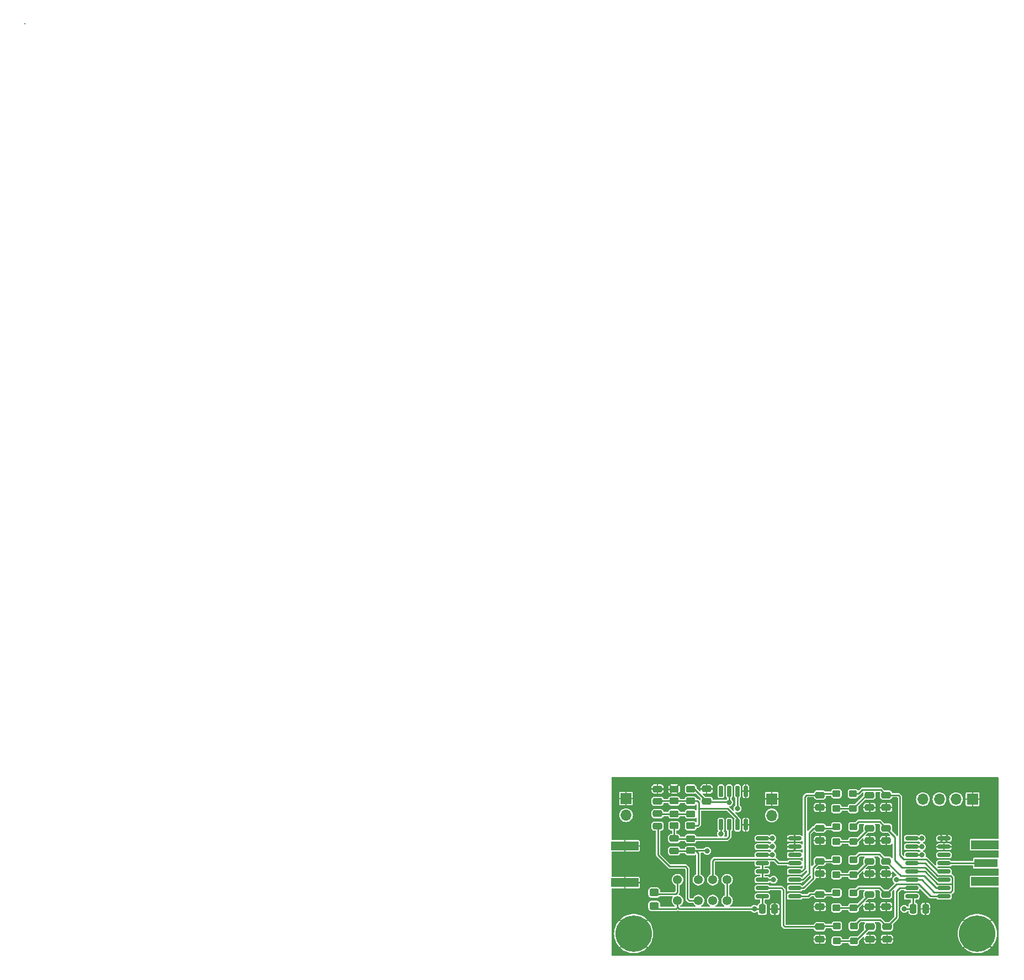
<source format=gbr>
G04 #@! TF.GenerationSoftware,KiCad,Pcbnew,8.0.5*
G04 #@! TF.CreationDate,2025-06-10T11:51:35+02:00*
G04 #@! TF.ProjectId,SDR_PreAmp_Filter,5344525f-5072-4654-916d-705f46696c74,rev?*
G04 #@! TF.SameCoordinates,Original*
G04 #@! TF.FileFunction,Copper,L1,Top*
G04 #@! TF.FilePolarity,Positive*
%FSLAX46Y46*%
G04 Gerber Fmt 4.6, Leading zero omitted, Abs format (unit mm)*
G04 Created by KiCad (PCBNEW 8.0.5) date 2025-06-10 11:51:35*
%MOMM*%
%LPD*%
G01*
G04 APERTURE LIST*
G04 Aperture macros list*
%AMRoundRect*
0 Rectangle with rounded corners*
0 $1 Rounding radius*
0 $2 $3 $4 $5 $6 $7 $8 $9 X,Y pos of 4 corners*
0 Add a 4 corners polygon primitive as box body*
4,1,4,$2,$3,$4,$5,$6,$7,$8,$9,$2,$3,0*
0 Add four circle primitives for the rounded corners*
1,1,$1+$1,$2,$3*
1,1,$1+$1,$4,$5*
1,1,$1+$1,$6,$7*
1,1,$1+$1,$8,$9*
0 Add four rect primitives between the rounded corners*
20,1,$1+$1,$2,$3,$4,$5,0*
20,1,$1+$1,$4,$5,$6,$7,0*
20,1,$1+$1,$6,$7,$8,$9,0*
20,1,$1+$1,$8,$9,$2,$3,0*%
G04 Aperture macros list end*
G04 #@! TA.AperFunction,SMDPad,CuDef*
%ADD10RoundRect,0.250000X-0.450000X0.262500X-0.450000X-0.262500X0.450000X-0.262500X0.450000X0.262500X0*%
G04 #@! TD*
G04 #@! TA.AperFunction,SMDPad,CuDef*
%ADD11RoundRect,0.250000X0.475000X-0.250000X0.475000X0.250000X-0.475000X0.250000X-0.475000X-0.250000X0*%
G04 #@! TD*
G04 #@! TA.AperFunction,SMDPad,CuDef*
%ADD12RoundRect,0.250000X0.350000X-0.275000X0.350000X0.275000X-0.350000X0.275000X-0.350000X-0.275000X0*%
G04 #@! TD*
G04 #@! TA.AperFunction,ComponentPad*
%ADD13C,5.600000*%
G04 #@! TD*
G04 #@! TA.AperFunction,SMDPad,CuDef*
%ADD14RoundRect,0.250000X-0.350000X0.275000X-0.350000X-0.275000X0.350000X-0.275000X0.350000X0.275000X0*%
G04 #@! TD*
G04 #@! TA.AperFunction,SMDPad,CuDef*
%ADD15RoundRect,0.250000X0.450000X-0.325000X0.450000X0.325000X-0.450000X0.325000X-0.450000X-0.325000X0*%
G04 #@! TD*
G04 #@! TA.AperFunction,ComponentPad*
%ADD16R,1.700000X1.700000*%
G04 #@! TD*
G04 #@! TA.AperFunction,ComponentPad*
%ADD17O,1.700000X1.700000*%
G04 #@! TD*
G04 #@! TA.AperFunction,SMDPad,CuDef*
%ADD18RoundRect,0.250000X-0.475000X0.250000X-0.475000X-0.250000X0.475000X-0.250000X0.475000X0.250000X0*%
G04 #@! TD*
G04 #@! TA.AperFunction,ComponentPad*
%ADD19C,1.381000*%
G04 #@! TD*
G04 #@! TA.AperFunction,SMDPad,CuDef*
%ADD20RoundRect,0.150000X0.150000X-0.725000X0.150000X0.725000X-0.150000X0.725000X-0.150000X-0.725000X0*%
G04 #@! TD*
G04 #@! TA.AperFunction,SMDPad,CuDef*
%ADD21RoundRect,0.250000X0.450000X-0.262500X0.450000X0.262500X-0.450000X0.262500X-0.450000X-0.262500X0*%
G04 #@! TD*
G04 #@! TA.AperFunction,SMDPad,CuDef*
%ADD22RoundRect,0.150000X0.825000X0.150000X-0.825000X0.150000X-0.825000X-0.150000X0.825000X-0.150000X0*%
G04 #@! TD*
G04 #@! TA.AperFunction,SMDPad,CuDef*
%ADD23R,3.600000X1.270000*%
G04 #@! TD*
G04 #@! TA.AperFunction,SMDPad,CuDef*
%ADD24R,4.200000X1.350000*%
G04 #@! TD*
G04 #@! TA.AperFunction,SMDPad,CuDef*
%ADD25RoundRect,0.250000X-0.250000X-0.475000X0.250000X-0.475000X0.250000X0.475000X-0.250000X0.475000X0*%
G04 #@! TD*
G04 #@! TA.AperFunction,ViaPad*
%ADD26C,0.200000*%
G04 #@! TD*
G04 #@! TA.AperFunction,ViaPad*
%ADD27C,0.800000*%
G04 #@! TD*
G04 #@! TA.AperFunction,ViaPad*
%ADD28C,0.150000*%
G04 #@! TD*
G04 #@! TA.AperFunction,Conductor*
%ADD29C,0.250000*%
G04 #@! TD*
G04 APERTURE END LIST*
D10*
X102108000Y-125137500D03*
X102108000Y-126962500D03*
D11*
X129600000Y-140550000D03*
X129600000Y-138650000D03*
X121920000Y-130490000D03*
X121920000Y-128590000D03*
D12*
X124460000Y-135770000D03*
X124460000Y-133470000D03*
D13*
X146050000Y-139700000D03*
D11*
X121920000Y-120330000D03*
X121920000Y-118430000D03*
X132080000Y-135570000D03*
X132080000Y-133670000D03*
D14*
X127065000Y-123310000D03*
X127065000Y-125610000D03*
D11*
X132080000Y-120330000D03*
X132080000Y-118430000D03*
D15*
X96500000Y-135450000D03*
X96500000Y-133400000D03*
D14*
X127065000Y-133470000D03*
X127065000Y-135770000D03*
D16*
X145330000Y-119075000D03*
D17*
X142790000Y-119075000D03*
X140250000Y-119075000D03*
X137710000Y-119075000D03*
D18*
X99568000Y-125100000D03*
X99568000Y-127000000D03*
D19*
X100076000Y-134620000D03*
X103276000Y-134620000D03*
X105476000Y-134620000D03*
X107676000Y-134620000D03*
X107676000Y-131420000D03*
X105476000Y-131420000D03*
X103276000Y-131420000D03*
X100076000Y-131420000D03*
D12*
X124460000Y-120530000D03*
X124460000Y-118230000D03*
D13*
X93345000Y-139700000D03*
D20*
X106730800Y-122980600D03*
X108000800Y-122980600D03*
X109270800Y-122980600D03*
X110540800Y-122980600D03*
X110540800Y-117830600D03*
X109270800Y-117830600D03*
X108000800Y-117830600D03*
X106730800Y-117830600D03*
D14*
X127100000Y-138550000D03*
X127100000Y-140850000D03*
D21*
X99568000Y-119342500D03*
X99568000Y-117517500D03*
D22*
X118045000Y-133985000D03*
X118045000Y-132715000D03*
X118045000Y-131445000D03*
X118045000Y-130175000D03*
X118045000Y-128905000D03*
X118045000Y-127635000D03*
X118045000Y-126365000D03*
X118045000Y-125095000D03*
X113095000Y-125095000D03*
X113095000Y-126365000D03*
X113095000Y-127635000D03*
X113095000Y-128905000D03*
X113095000Y-130175000D03*
X113095000Y-131445000D03*
X113095000Y-132715000D03*
X113095000Y-133985000D03*
D11*
X132200000Y-140550000D03*
X132200000Y-138650000D03*
X121920000Y-135570000D03*
X121920000Y-133670000D03*
D12*
X124500000Y-140850000D03*
X124500000Y-138550000D03*
D11*
X129540000Y-125410000D03*
X129540000Y-123510000D03*
D18*
X97028000Y-121290000D03*
X97028000Y-123190000D03*
D11*
X97012800Y-119390200D03*
X97012800Y-117490200D03*
D12*
X124460000Y-130690000D03*
X124460000Y-128390000D03*
D16*
X92175000Y-118975000D03*
D17*
X92175000Y-121515000D03*
D11*
X132080000Y-130490000D03*
X132080000Y-128590000D03*
X129540000Y-130490000D03*
X129540000Y-128590000D03*
X121900000Y-140550000D03*
X121900000Y-138650000D03*
D22*
X140950000Y-133985000D03*
X140950000Y-132715000D03*
X140950000Y-131445000D03*
X140950000Y-130175000D03*
X140950000Y-128905000D03*
X140950000Y-127635000D03*
X140950000Y-126365000D03*
X140950000Y-125095000D03*
X136000000Y-125095000D03*
X136000000Y-126365000D03*
X136000000Y-127635000D03*
X136000000Y-128905000D03*
X136000000Y-130175000D03*
X136000000Y-131445000D03*
X136000000Y-132715000D03*
X136000000Y-133985000D03*
D14*
X127000000Y-118230000D03*
X127000000Y-120530000D03*
X127065000Y-128390000D03*
X127065000Y-130690000D03*
D23*
X147393000Y-128874000D03*
D24*
X147193000Y-131699000D03*
X147193000Y-126049000D03*
D11*
X129540000Y-135570000D03*
X129540000Y-133670000D03*
D25*
X136210000Y-135890000D03*
X138110000Y-135890000D03*
D11*
X121920000Y-125410000D03*
X121920000Y-123510000D03*
D12*
X124460000Y-125610000D03*
X124460000Y-123310000D03*
D10*
X99568000Y-121327500D03*
X99568000Y-123152500D03*
D25*
X113080800Y-135940800D03*
X114980800Y-135940800D03*
D11*
X129540000Y-120330000D03*
X129540000Y-118430000D03*
X132080000Y-125410000D03*
X132080000Y-123510000D03*
D21*
X102108000Y-123152500D03*
X102108000Y-121327500D03*
D11*
X104546400Y-119380000D03*
X104546400Y-117480000D03*
D16*
X114526000Y-119024400D03*
D17*
X114526000Y-121564400D03*
D10*
X102108000Y-117517500D03*
X102108000Y-119342500D03*
D24*
X91998800Y-131882400D03*
X91998800Y-126232400D03*
D26*
X0Y0D03*
X0Y0D03*
X0Y0D03*
X0Y0D03*
X0Y0D03*
D27*
X134874000Y-135890000D03*
X111861600Y-135890000D03*
X108000800Y-119532400D03*
D28*
X97006649Y-131250619D03*
X102532946Y-132730000D03*
X102273039Y-132730000D03*
D27*
X121920000Y-132080000D03*
D28*
X98779869Y-133023839D03*
X96474683Y-130718653D03*
X96120039Y-130364009D03*
X143062160Y-128455000D03*
X107256000Y-132753333D03*
X99313817Y-132369847D03*
X97332979Y-130389009D03*
D27*
X104425000Y-129075000D03*
D28*
X102296608Y-133570000D03*
X96252522Y-129308552D03*
X103320222Y-133570000D03*
X100973504Y-132730000D03*
X144098880Y-129355000D03*
X102792853Y-132730000D03*
X143839700Y-129355000D03*
X100713597Y-132730000D03*
X98953665Y-132009695D03*
X96072446Y-129128476D03*
X100936807Y-133570000D03*
D27*
X116000000Y-130250000D03*
D28*
X95765395Y-130009365D03*
X143321340Y-129355000D03*
D27*
X106125000Y-133000000D03*
D28*
X95229861Y-128637400D03*
X95892370Y-128948400D03*
X100680903Y-133570000D03*
D27*
X105100000Y-122700000D03*
D28*
X97893259Y-132137229D03*
X94705025Y-129477400D03*
X102808415Y-133570000D03*
X96792751Y-129848781D03*
X94440823Y-129477400D03*
D27*
X109450000Y-133000000D03*
D28*
X104653207Y-133203237D03*
X104216882Y-133954852D03*
X143062160Y-129355000D03*
X145135600Y-129355000D03*
X104551139Y-134289079D03*
X143839700Y-128455000D03*
X103064319Y-133570000D03*
X99493893Y-132549923D03*
X108096000Y-133020000D03*
X101200000Y-132730000D03*
D27*
X121894600Y-127000000D03*
D28*
X107256000Y-133020000D03*
X144098880Y-128455000D03*
X94702005Y-128637400D03*
X100475000Y-132730000D03*
X96432599Y-129488629D03*
X97513056Y-130569086D03*
D27*
X100900000Y-128200000D03*
D28*
X102552512Y-133570000D03*
X142802980Y-129355000D03*
X94438077Y-128637400D03*
X98233360Y-131289390D03*
X102040705Y-133570000D03*
X142284620Y-129355000D03*
D27*
X109125000Y-126450000D03*
D28*
X104300000Y-132850000D03*
X104091779Y-132738853D03*
X103832481Y-132730000D03*
X98053284Y-131109314D03*
X143580520Y-129355000D03*
X94969227Y-129477400D03*
X96652005Y-130895975D03*
X143580520Y-128455000D03*
X107256000Y-133553333D03*
X145135600Y-128455000D03*
D27*
X98225000Y-134750000D03*
D28*
X93912418Y-129477400D03*
X103052760Y-132730000D03*
D27*
X121920000Y-137134600D03*
D28*
X144876420Y-129355000D03*
X104983824Y-133545884D03*
X98773589Y-131829619D03*
X144876420Y-128455000D03*
X95233430Y-129477400D03*
X95942717Y-130186687D03*
X144617240Y-129355000D03*
X142543800Y-128455000D03*
X95410751Y-129654721D03*
X97361293Y-131605263D03*
X97152903Y-130208933D03*
X108096000Y-133553333D03*
X94174149Y-128637400D03*
D27*
X121920000Y-121920000D03*
D28*
X98425225Y-132669195D03*
X95588073Y-129832043D03*
X105150000Y-133700000D03*
X96972827Y-130028857D03*
X108096000Y-132753333D03*
X98957191Y-133201161D03*
X99133741Y-132189771D03*
X107256000Y-133286666D03*
X98070581Y-132314551D03*
X97183971Y-131427941D03*
X100425000Y-133570000D03*
X104024456Y-133762426D03*
X102013132Y-132730000D03*
X103832030Y-133570000D03*
X104835670Y-133385700D03*
X103312667Y-132730000D03*
X96297361Y-130541331D03*
X96612675Y-129668705D03*
X104375000Y-134125000D03*
X97715937Y-131959907D03*
X142284620Y-128455000D03*
X108096000Y-132486666D03*
X98602547Y-132846517D03*
X144617240Y-128455000D03*
X98247903Y-132491873D03*
X95493181Y-128646253D03*
X101192710Y-133570000D03*
D27*
X116027200Y-126974600D03*
D28*
X107256000Y-132486666D03*
X99673970Y-132730000D03*
X104470744Y-133020774D03*
D27*
X116025000Y-125750000D03*
D28*
X97693132Y-130749162D03*
X93910222Y-128637400D03*
X97538615Y-131782585D03*
X144358060Y-129355000D03*
X95712294Y-128768324D03*
X95493179Y-128646253D03*
X94965933Y-128637400D03*
X144358060Y-128455000D03*
X94176620Y-129477400D03*
X142802980Y-128455000D03*
X142543800Y-129355000D03*
X96829327Y-131073297D03*
X98593513Y-131649543D03*
X103576126Y-133570000D03*
X97873208Y-130929238D03*
X103572574Y-132730000D03*
X143321340Y-128455000D03*
X104091781Y-132738853D03*
X98413436Y-131469466D03*
X108096000Y-133286666D03*
D27*
X114604800Y-125095000D03*
X137515600Y-125095000D03*
X114630200Y-126365000D03*
X137541000Y-126365000D03*
X114630200Y-127635000D03*
X137541000Y-127635000D03*
X133680200Y-131419600D03*
X114808000Y-131445000D03*
X106730800Y-124383800D03*
X109270800Y-120500000D03*
X104622600Y-127000000D03*
D29*
X113080800Y-133999200D02*
X113095000Y-133985000D01*
X113795000Y-133985000D02*
X113418249Y-133985000D01*
X135001000Y-135890000D02*
X134874000Y-135763000D01*
X113080800Y-135940800D02*
X113080800Y-133999200D01*
X104666400Y-119500000D02*
X107968400Y-119500000D01*
X107968400Y-119500000D02*
X108000800Y-119532400D01*
X113030000Y-135890000D02*
X113080800Y-135940800D01*
X102108000Y-117517500D02*
X102683900Y-117517500D01*
X100076000Y-135661400D02*
X100304600Y-135890000D01*
X102683900Y-117517500D02*
X104546400Y-119380000D01*
X96700000Y-135900000D02*
X99837400Y-135900000D01*
X136210000Y-134195000D02*
X136000000Y-133985000D01*
X96500000Y-135700000D02*
X96700000Y-135900000D01*
X111861600Y-135890000D02*
X113030000Y-135890000D01*
X108000800Y-119532400D02*
X108000800Y-117830600D01*
X100076000Y-134620000D02*
X100076000Y-135661400D01*
X136210000Y-135890000D02*
X135001000Y-135890000D01*
X136210000Y-135890000D02*
X136210000Y-134195000D01*
X100304600Y-135890000D02*
X111861600Y-135890000D01*
X104546400Y-119380000D02*
X104666400Y-119500000D01*
X99837400Y-135900000D02*
X100076000Y-135661400D01*
X99469500Y-117419000D02*
X99568000Y-117517500D01*
X129514600Y-125435400D02*
X129540000Y-125410000D01*
X129540000Y-125410000D02*
X132080000Y-125410000D01*
X129540000Y-130490000D02*
X132080000Y-130490000D01*
X117779800Y-126974600D02*
X118045000Y-126709400D01*
X121920000Y-125410000D02*
X121920000Y-125730000D01*
X99568000Y-117517500D02*
X99036500Y-117517500D01*
X129540000Y-120330000D02*
X132080000Y-120330000D01*
X118045000Y-126709400D02*
X118045000Y-126365000D01*
X97028000Y-117490200D02*
X99469500Y-117490200D01*
X121920000Y-120330000D02*
X121920000Y-120650000D01*
X129600000Y-140550000D02*
X132200000Y-140550000D01*
X129540000Y-135570000D02*
X132080000Y-135570000D01*
X116027200Y-126974600D02*
X117779800Y-126974600D01*
X119872800Y-118430000D02*
X121920000Y-118430000D01*
X119126000Y-130175000D02*
X119617359Y-129683641D01*
X119617359Y-118685441D02*
X119872800Y-118430000D01*
X124460000Y-118230000D02*
X122120000Y-118230000D01*
X119617359Y-129683641D02*
X119617359Y-118685441D01*
X118045000Y-130175000D02*
X119126000Y-130175000D01*
X122120000Y-118230000D02*
X121920000Y-118430000D01*
X120965000Y-123510000D02*
X120250000Y-124225000D01*
X120250000Y-130448000D02*
X119253000Y-131445000D01*
X124260000Y-123510000D02*
X124460000Y-123310000D01*
X121920000Y-123510000D02*
X120965000Y-123510000D01*
X120250000Y-124225000D02*
X120250000Y-130448000D01*
X121920000Y-123510000D02*
X124260000Y-123510000D01*
X119253000Y-131445000D02*
X118045000Y-131445000D01*
X124460000Y-125610000D02*
X127065000Y-125610000D01*
X127440000Y-125610000D02*
X129540000Y-123510000D01*
X127065000Y-125610000D02*
X127440000Y-125610000D01*
X133426200Y-128422400D02*
X133426200Y-124856200D01*
X140950000Y-131445000D02*
X139936853Y-131445000D01*
X127065000Y-123310000D02*
X127845400Y-122529600D01*
X139936853Y-131445000D02*
X138031853Y-129540000D01*
X138031853Y-129540000D02*
X134543800Y-129540000D01*
X127845400Y-122529600D02*
X131099600Y-122529600D01*
X133426200Y-124856200D02*
X132080000Y-123510000D01*
X134543800Y-129540000D02*
X133426200Y-128422400D01*
X131099600Y-122529600D02*
X132080000Y-123510000D01*
X127000000Y-120530000D02*
X124460000Y-120530000D01*
X129100000Y-118430000D02*
X127000000Y-120530000D01*
X129540000Y-118430000D02*
X129100000Y-118430000D01*
X121920000Y-128590000D02*
X120870000Y-129640000D01*
X120870000Y-131225000D02*
X119380000Y-132715000D01*
X119380000Y-132715000D02*
X118045000Y-132715000D01*
X121920000Y-128590000D02*
X124260000Y-128590000D01*
X124260000Y-128590000D02*
X124460000Y-128390000D01*
X120870000Y-129640000D02*
X120870000Y-131225000D01*
X127440000Y-130690000D02*
X129540000Y-128590000D01*
X127065000Y-130690000D02*
X127440000Y-130690000D01*
X124460000Y-130690000D02*
X127065000Y-130690000D01*
X130998000Y-127508000D02*
X132080000Y-128590000D01*
X137873604Y-130810000D02*
X134300000Y-130810000D01*
X134300000Y-130810000D02*
X132080000Y-128590000D01*
X140950000Y-132715000D02*
X139778604Y-132715000D01*
X127947000Y-127508000D02*
X130998000Y-127508000D01*
X127065000Y-128390000D02*
X127947000Y-127508000D01*
X139778604Y-132715000D02*
X137873604Y-130810000D01*
X121904800Y-133654800D02*
X121920000Y-133670000D01*
X120091200Y-133985000D02*
X120421400Y-133654800D01*
X120421400Y-133654800D02*
X121904800Y-133654800D01*
X121920000Y-133670000D02*
X124260000Y-133670000D01*
X124260000Y-133670000D02*
X124460000Y-133470000D01*
X118045000Y-133985000D02*
X120091200Y-133985000D01*
X128426827Y-117605000D02*
X131255000Y-117605000D01*
X131255000Y-117605000D02*
X132080000Y-118430000D01*
X138206396Y-128270000D02*
X134745604Y-128270000D01*
X134200000Y-118650000D02*
X133980000Y-118430000D01*
X134200000Y-127724396D02*
X134200000Y-118650000D01*
X127000000Y-118230000D02*
X127801827Y-118230000D01*
X140111396Y-130175000D02*
X138206396Y-128270000D01*
X133980000Y-118430000D02*
X132080000Y-118430000D01*
X127801827Y-118230000D02*
X128426827Y-117605000D01*
X134745604Y-128270000D02*
X134200000Y-127724396D01*
X140950000Y-130175000D02*
X140111396Y-130175000D01*
X127065000Y-135770000D02*
X127440000Y-135770000D01*
X127440000Y-135770000D02*
X129540000Y-133670000D01*
X124460000Y-135770000D02*
X127065000Y-135770000D01*
X140950000Y-133985000D02*
X138916751Y-133985000D01*
X137011751Y-132080000D02*
X133670000Y-132080000D01*
X133670000Y-132080000D02*
X132080000Y-133670000D01*
X127870800Y-132664200D02*
X131074200Y-132664200D01*
X138916751Y-133985000D02*
X137011751Y-132080000D01*
X131074200Y-132664200D02*
X132080000Y-133670000D01*
X127065000Y-133470000D02*
X127870800Y-132664200D01*
X116027200Y-132715000D02*
X113095000Y-132715000D01*
X124313000Y-138550000D02*
X121813000Y-138550000D01*
X116306600Y-138404600D02*
X116306600Y-132994400D01*
X121900000Y-138650000D02*
X116552000Y-138650000D01*
X122000000Y-138550000D02*
X121900000Y-138650000D01*
X116552000Y-138650000D02*
X116306600Y-138404600D01*
X116306600Y-132994400D02*
X116027200Y-132715000D01*
X113095000Y-125095000D02*
X114604800Y-125095000D01*
X136000000Y-125095000D02*
X137515600Y-125095000D01*
X113095000Y-126365000D02*
X114630200Y-126365000D01*
X136000000Y-126365000D02*
X137541000Y-126365000D01*
X113095000Y-127635000D02*
X114630200Y-127635000D01*
X135509000Y-127635000D02*
X136000000Y-127635000D01*
X136000000Y-127635000D02*
X137541000Y-127635000D01*
X124500000Y-140850000D02*
X127100000Y-140850000D01*
X127400000Y-140850000D02*
X129600000Y-138650000D01*
X127100000Y-140850000D02*
X127400000Y-140850000D01*
X134162800Y-132715000D02*
X135008249Y-132715000D01*
X128058200Y-137591800D02*
X131141800Y-137591800D01*
X133654800Y-137195200D02*
X133654800Y-133223000D01*
X133654800Y-133223000D02*
X134162800Y-132715000D01*
X127100000Y-138550000D02*
X128058200Y-137591800D01*
X131141800Y-137591800D02*
X132200000Y-138650000D01*
X132200000Y-138650000D02*
X133654800Y-137195200D01*
X139925457Y-132070000D02*
X138030457Y-130175000D01*
X139928249Y-130800000D02*
X138033249Y-128905000D01*
X142250000Y-133061751D02*
X142250000Y-132140000D01*
X141976000Y-130800000D02*
X139928249Y-130800000D01*
X114808000Y-131445000D02*
X113095000Y-131445000D01*
X142250000Y-132140000D02*
X142180000Y-132070000D01*
X133705600Y-131445000D02*
X133680200Y-131419600D01*
X142250000Y-131074000D02*
X141976000Y-130800000D01*
X142250000Y-132000000D02*
X142250000Y-131074000D01*
X137541000Y-131445000D02*
X139436000Y-133340000D01*
X114935000Y-131445000D02*
X114808000Y-131445000D01*
X138030457Y-130175000D02*
X136000000Y-130175000D01*
X138033249Y-128905000D02*
X136000000Y-128905000D01*
X142180000Y-132070000D02*
X139925457Y-132070000D01*
X113095000Y-131445000D02*
X113095000Y-128905000D01*
X136000000Y-131445000D02*
X133705600Y-131445000D01*
X142180000Y-132070000D02*
X142250000Y-132000000D01*
X133680200Y-131419600D02*
X133680200Y-131343400D01*
X141971751Y-133340000D02*
X142250000Y-133061751D01*
X139436000Y-133340000D02*
X141971751Y-133340000D01*
X136000000Y-131445000D02*
X137541000Y-131445000D01*
X97028000Y-121290000D02*
X97065500Y-121327500D01*
X99568000Y-121327500D02*
X102108000Y-121327500D01*
X97065500Y-121327500D02*
X99568000Y-121327500D01*
X108000800Y-122980600D02*
X108000800Y-124815600D01*
X99605500Y-125137500D02*
X99568000Y-125100000D01*
X107678900Y-125137500D02*
X102108000Y-125137500D01*
X108000800Y-124815600D02*
X107678900Y-125137500D01*
X99568000Y-125100000D02*
X99568000Y-123152500D01*
X102108000Y-125137500D02*
X99605500Y-125137500D01*
X114935000Y-128270000D02*
X115570000Y-128905000D01*
X105705000Y-128270000D02*
X114935000Y-128270000D01*
X115570000Y-128905000D02*
X118045000Y-128905000D01*
X105476000Y-128499000D02*
X105705000Y-128270000D01*
X105476000Y-131420000D02*
X105476000Y-128499000D01*
X107750000Y-120500000D02*
X103362800Y-120500000D01*
X103102498Y-119342500D02*
X102108000Y-119342500D01*
X109270800Y-122020800D02*
X107750000Y-120500000D01*
X103362800Y-120015000D02*
X103362800Y-119522200D01*
X102108000Y-119342500D02*
X99568000Y-119342500D01*
X102108000Y-123152500D02*
X103161500Y-123152500D01*
X109270800Y-122980600D02*
X109270800Y-122020800D01*
X103362800Y-121666000D02*
X103362800Y-120015000D01*
X103161500Y-123152500D02*
X103362800Y-122951200D01*
X103362800Y-122951200D02*
X103362800Y-121666000D01*
X103362800Y-120500000D02*
X103362800Y-121666000D01*
X99568000Y-119342500D02*
X97117500Y-119342500D01*
X103362800Y-119522200D02*
X103102498Y-119342500D01*
X97117500Y-119342500D02*
X97028000Y-119253000D01*
X101600000Y-134350000D02*
X101870000Y-134620000D01*
X97100000Y-123262000D02*
X97100000Y-127625000D01*
X101600000Y-129700000D02*
X101600000Y-134350000D01*
X101300000Y-129400000D02*
X101600000Y-129700000D01*
X97028000Y-123190000D02*
X97100000Y-123262000D01*
X97100000Y-127625000D02*
X98875000Y-129400000D01*
X101870000Y-134620000D02*
X103276000Y-134620000D01*
X98875000Y-129400000D02*
X101300000Y-129400000D01*
X103276000Y-127393000D02*
X102845500Y-126962500D01*
X102845500Y-126962500D02*
X104585100Y-126962500D01*
X102108000Y-126962500D02*
X102845500Y-126962500D01*
X109270800Y-120500000D02*
X109270800Y-117830600D01*
X103276000Y-131420000D02*
X103276000Y-127393000D01*
X106730800Y-124383800D02*
X106730800Y-122980600D01*
X102070500Y-127000000D02*
X102108000Y-126962500D01*
X104585100Y-126962500D02*
X104622600Y-127000000D01*
X99568000Y-127000000D02*
X102070500Y-127000000D01*
X107676000Y-131420000D02*
X107676000Y-134620000D01*
X140950000Y-128905000D02*
X147429500Y-128905000D01*
X100076000Y-133324000D02*
X100076000Y-131420000D01*
X99750000Y-133650000D02*
X100076000Y-133324000D01*
X96500000Y-133650000D02*
X99750000Y-133650000D01*
G04 #@! TA.AperFunction,Conductor*
G36*
X149311191Y-115715907D02*
G01*
X149347155Y-115765407D01*
X149352000Y-115796000D01*
X149352000Y-125074500D01*
X149333093Y-125132691D01*
X149283593Y-125168655D01*
X149253000Y-125173500D01*
X145073252Y-125173500D01*
X145073251Y-125173500D01*
X145073241Y-125173501D01*
X145014772Y-125185132D01*
X145014766Y-125185134D01*
X144948451Y-125229445D01*
X144948445Y-125229451D01*
X144904134Y-125295766D01*
X144904132Y-125295772D01*
X144892501Y-125354241D01*
X144892500Y-125354253D01*
X144892500Y-126743746D01*
X144892501Y-126743758D01*
X144904132Y-126802227D01*
X144904134Y-126802233D01*
X144948445Y-126868548D01*
X144948448Y-126868552D01*
X145014769Y-126912867D01*
X145059231Y-126921711D01*
X145073241Y-126924498D01*
X145073246Y-126924498D01*
X145073252Y-126924500D01*
X145073253Y-126924500D01*
X149253000Y-126924500D01*
X149311191Y-126943407D01*
X149347155Y-126992907D01*
X149352000Y-127023500D01*
X149352000Y-127945566D01*
X149333093Y-128003757D01*
X149283593Y-128039721D01*
X149233688Y-128042664D01*
X149212756Y-128038500D01*
X149212748Y-128038500D01*
X145573252Y-128038500D01*
X145573251Y-128038500D01*
X145573241Y-128038501D01*
X145514772Y-128050132D01*
X145514766Y-128050134D01*
X145448451Y-128094445D01*
X145448445Y-128094451D01*
X145404134Y-128160766D01*
X145404132Y-128160772D01*
X145392501Y-128219241D01*
X145392500Y-128219253D01*
X145392500Y-128480500D01*
X145373593Y-128538691D01*
X145324093Y-128574655D01*
X145293500Y-128579500D01*
X142136188Y-128579500D01*
X142077997Y-128560593D01*
X142066184Y-128550504D01*
X142064198Y-128548518D01*
X142064198Y-128548517D01*
X141981483Y-128465802D01*
X141980360Y-128465253D01*
X141876395Y-128414427D01*
X141849139Y-128410456D01*
X141808260Y-128404500D01*
X140091740Y-128404500D01*
X140057673Y-128409463D01*
X140023604Y-128414427D01*
X139918518Y-128465801D01*
X139835801Y-128548518D01*
X139784427Y-128653604D01*
X139784427Y-128653607D01*
X139774500Y-128721740D01*
X139774500Y-129088260D01*
X139775719Y-129096630D01*
X139780856Y-129131888D01*
X139770535Y-129192197D01*
X139726737Y-129234921D01*
X139666190Y-129243741D01*
X139612886Y-129216164D01*
X139274604Y-128877882D01*
X138406258Y-128009535D01*
X138406255Y-128009533D01*
X138406253Y-128009531D01*
X138332038Y-127966683D01*
X138332040Y-127966683D01*
X138299917Y-127958076D01*
X138249249Y-127944500D01*
X138249247Y-127944500D01*
X138210942Y-127944500D01*
X138152751Y-127925593D01*
X138116787Y-127876093D01*
X138116787Y-127814907D01*
X138119477Y-127807615D01*
X138126044Y-127791762D01*
X138146682Y-127635000D01*
X138144518Y-127618566D01*
X138135116Y-127547150D01*
X138126044Y-127478238D01*
X138126042Y-127478233D01*
X138115068Y-127451740D01*
X139774500Y-127451740D01*
X139774500Y-127818260D01*
X139776898Y-127834719D01*
X139784427Y-127886395D01*
X139823678Y-127966683D01*
X139835802Y-127991483D01*
X139918517Y-128074198D01*
X139966855Y-128097829D01*
X140023604Y-128125572D01*
X140023605Y-128125572D01*
X140023607Y-128125573D01*
X140091740Y-128135500D01*
X140091743Y-128135500D01*
X141808257Y-128135500D01*
X141808260Y-128135500D01*
X141876393Y-128125573D01*
X141981483Y-128074198D01*
X142064198Y-127991483D01*
X142115573Y-127886393D01*
X142125500Y-127818260D01*
X142125500Y-127451740D01*
X142115573Y-127383607D01*
X142096409Y-127344407D01*
X142078077Y-127306907D01*
X142064198Y-127278517D01*
X141981483Y-127195802D01*
X141963429Y-127186976D01*
X141876395Y-127144427D01*
X141849139Y-127140456D01*
X141808260Y-127134500D01*
X140091740Y-127134500D01*
X140057673Y-127139463D01*
X140023604Y-127144427D01*
X139918518Y-127195801D01*
X139835801Y-127278518D01*
X139784427Y-127383604D01*
X139783233Y-127391802D01*
X139774500Y-127451740D01*
X138115068Y-127451740D01*
X138065537Y-127332161D01*
X138065537Y-127332160D01*
X137969286Y-127206723D01*
X137969285Y-127206722D01*
X137969282Y-127206718D01*
X137969277Y-127206714D01*
X137969276Y-127206713D01*
X137893031Y-127148209D01*
X137843841Y-127110464D01*
X137843840Y-127110463D01*
X137843838Y-127110462D01*
X137797972Y-127091464D01*
X137751446Y-127051728D01*
X137737162Y-126992233D01*
X137760577Y-126935705D01*
X137797972Y-126908536D01*
X137826723Y-126896626D01*
X137843841Y-126889536D01*
X137969282Y-126793282D01*
X138065536Y-126667841D01*
X138126044Y-126521762D01*
X138133517Y-126465001D01*
X139775001Y-126465001D01*
X139775001Y-126548216D01*
X139784912Y-126616250D01*
X139836214Y-126721188D01*
X139918812Y-126803786D01*
X140023751Y-126855087D01*
X140091784Y-126864999D01*
X140849998Y-126864999D01*
X140850000Y-126864998D01*
X140850000Y-126465001D01*
X141050000Y-126465001D01*
X141050000Y-126864998D01*
X141050001Y-126864999D01*
X141808213Y-126864999D01*
X141808216Y-126864998D01*
X141876250Y-126855087D01*
X141981188Y-126803785D01*
X142063786Y-126721187D01*
X142115087Y-126616248D01*
X142125000Y-126548215D01*
X142125000Y-126465001D01*
X142124999Y-126465000D01*
X141050001Y-126465000D01*
X141050000Y-126465001D01*
X140850000Y-126465001D01*
X140849999Y-126465000D01*
X139775002Y-126465000D01*
X139775001Y-126465001D01*
X138133517Y-126465001D01*
X138146682Y-126365000D01*
X138126044Y-126208238D01*
X138115086Y-126181784D01*
X139775000Y-126181784D01*
X139775000Y-126264999D01*
X139775001Y-126265000D01*
X140849999Y-126265000D01*
X140850000Y-126264999D01*
X140850000Y-125865001D01*
X141050000Y-125865001D01*
X141050000Y-126264999D01*
X141050001Y-126265000D01*
X142124998Y-126265000D01*
X142124999Y-126264999D01*
X142124999Y-126181786D01*
X142124998Y-126181783D01*
X142115087Y-126113749D01*
X142063785Y-126008811D01*
X141981187Y-125926213D01*
X141876248Y-125874912D01*
X141808216Y-125865000D01*
X141050001Y-125865000D01*
X141050000Y-125865001D01*
X140850000Y-125865001D01*
X140849999Y-125865000D01*
X140091786Y-125865000D01*
X140091783Y-125865001D01*
X140023749Y-125874912D01*
X139918811Y-125926214D01*
X139836213Y-126008812D01*
X139784912Y-126113751D01*
X139775000Y-126181784D01*
X138115086Y-126181784D01*
X138094631Y-126132400D01*
X138065537Y-126062161D01*
X138065537Y-126062160D01*
X137969286Y-125936723D01*
X137969285Y-125936722D01*
X137969282Y-125936718D01*
X137969277Y-125936714D01*
X137969276Y-125936713D01*
X137901730Y-125884884D01*
X137843841Y-125840464D01*
X137843839Y-125840463D01*
X137785271Y-125816203D01*
X137738745Y-125776466D01*
X137724462Y-125716971D01*
X137747877Y-125660443D01*
X137785270Y-125633275D01*
X137818441Y-125619536D01*
X137943882Y-125523282D01*
X138040136Y-125397841D01*
X138100644Y-125251762D01*
X138121282Y-125095000D01*
X138120543Y-125089390D01*
X138116122Y-125055809D01*
X138100644Y-124938238D01*
X138089686Y-124911784D01*
X139775000Y-124911784D01*
X139775000Y-125278213D01*
X139775001Y-125278216D01*
X139784912Y-125346250D01*
X139836214Y-125451188D01*
X139918812Y-125533786D01*
X140023751Y-125585087D01*
X140091784Y-125594999D01*
X140308577Y-125594999D01*
X140591423Y-125594999D01*
X141308577Y-125594999D01*
X140950000Y-125236421D01*
X140591423Y-125594999D01*
X140308577Y-125594999D01*
X140808577Y-125094999D01*
X141091421Y-125094999D01*
X141591421Y-125594999D01*
X141808213Y-125594999D01*
X141808216Y-125594998D01*
X141876250Y-125585087D01*
X141981188Y-125533785D01*
X142063786Y-125451187D01*
X142115087Y-125346248D01*
X142124999Y-125278215D01*
X142124999Y-124911786D01*
X142124998Y-124911783D01*
X142115087Y-124843749D01*
X142063785Y-124738811D01*
X141981187Y-124656213D01*
X141876248Y-124604912D01*
X141808216Y-124595000D01*
X141591421Y-124595000D01*
X141091421Y-125094999D01*
X140808577Y-125094999D01*
X140308578Y-124595000D01*
X140591423Y-124595000D01*
X140950000Y-124953577D01*
X141308577Y-124595000D01*
X140591423Y-124595000D01*
X140308578Y-124595000D01*
X140091785Y-124595000D01*
X140091783Y-124595001D01*
X140023750Y-124604912D01*
X139918811Y-124656214D01*
X139836213Y-124738812D01*
X139784912Y-124843751D01*
X139775000Y-124911784D01*
X138089686Y-124911784D01*
X138089668Y-124911740D01*
X138040137Y-124792161D01*
X138040137Y-124792160D01*
X137943886Y-124666723D01*
X137943885Y-124666722D01*
X137943882Y-124666718D01*
X137943877Y-124666714D01*
X137943876Y-124666713D01*
X137863335Y-124604912D01*
X137818441Y-124570464D01*
X137818440Y-124570463D01*
X137818438Y-124570462D01*
X137672366Y-124509957D01*
X137672358Y-124509955D01*
X137515601Y-124489318D01*
X137515599Y-124489318D01*
X137358841Y-124509955D01*
X137358833Y-124509957D01*
X137212763Y-124570461D01*
X137122931Y-124639391D01*
X137065254Y-124659814D01*
X137019184Y-124649789D01*
X136926395Y-124604427D01*
X136899139Y-124600456D01*
X136858260Y-124594500D01*
X135141740Y-124594500D01*
X135107673Y-124599463D01*
X135073604Y-124604427D01*
X134968518Y-124655801D01*
X134885801Y-124738518D01*
X134834427Y-124843604D01*
X134834427Y-124843607D01*
X134824500Y-124911740D01*
X134824500Y-125278260D01*
X134829125Y-125310000D01*
X134834427Y-125346395D01*
X134877594Y-125434694D01*
X134885802Y-125451483D01*
X134968517Y-125534198D01*
X135015411Y-125557123D01*
X135073604Y-125585572D01*
X135073605Y-125585572D01*
X135073607Y-125585573D01*
X135141740Y-125595500D01*
X135141743Y-125595500D01*
X136858257Y-125595500D01*
X136858260Y-125595500D01*
X136926393Y-125585573D01*
X137019183Y-125540210D01*
X137079765Y-125531639D01*
X137122931Y-125550609D01*
X137212759Y-125619536D01*
X137212761Y-125619537D01*
X137271327Y-125643796D01*
X137317853Y-125683532D01*
X137332137Y-125743027D01*
X137308722Y-125799555D01*
X137271329Y-125826723D01*
X137238164Y-125840460D01*
X137138446Y-125916976D01*
X137080770Y-125937399D01*
X137034699Y-125927374D01*
X136926395Y-125874427D01*
X136899139Y-125870456D01*
X136858260Y-125864500D01*
X135141740Y-125864500D01*
X135107673Y-125869463D01*
X135073604Y-125874427D01*
X134968518Y-125925801D01*
X134885801Y-126008518D01*
X134834427Y-126113604D01*
X134834427Y-126113607D01*
X134824500Y-126181740D01*
X134824500Y-126548260D01*
X134827917Y-126571713D01*
X134834427Y-126616395D01*
X134873210Y-126695725D01*
X134885802Y-126721483D01*
X134968517Y-126804198D01*
X134990114Y-126814756D01*
X135073604Y-126855572D01*
X135073605Y-126855572D01*
X135073607Y-126855573D01*
X135141740Y-126865500D01*
X135141743Y-126865500D01*
X136858257Y-126865500D01*
X136858260Y-126865500D01*
X136926393Y-126855573D01*
X137031483Y-126804198D01*
X137031483Y-126804197D01*
X137034698Y-126802626D01*
X137095280Y-126794054D01*
X137138446Y-126813024D01*
X137238159Y-126889536D01*
X137284028Y-126908536D01*
X137330554Y-126948273D01*
X137344837Y-127007768D01*
X137321422Y-127064296D01*
X137284028Y-127091464D01*
X137238162Y-127110462D01*
X137238159Y-127110463D01*
X137238159Y-127110464D01*
X137188969Y-127148209D01*
X137138446Y-127186976D01*
X137080770Y-127207399D01*
X137034699Y-127197374D01*
X136926395Y-127144427D01*
X136899139Y-127140456D01*
X136858260Y-127134500D01*
X135141740Y-127134500D01*
X135107673Y-127139463D01*
X135073604Y-127144427D01*
X134968518Y-127195801D01*
X134885801Y-127278518D01*
X134834427Y-127383604D01*
X134833233Y-127391802D01*
X134824876Y-127449165D01*
X134824500Y-127451743D01*
X134824500Y-127649562D01*
X134805593Y-127707753D01*
X134756093Y-127743717D01*
X134694907Y-127743717D01*
X134655497Y-127719566D01*
X134554495Y-127618564D01*
X134526719Y-127564049D01*
X134525500Y-127548562D01*
X134525500Y-119074996D01*
X136654417Y-119074996D01*
X136654417Y-119075000D01*
X136674698Y-119280929D01*
X136674699Y-119280934D01*
X136734768Y-119478954D01*
X136832316Y-119661452D01*
X136952055Y-119807355D01*
X136963590Y-119821410D01*
X136963595Y-119821414D01*
X137123547Y-119952683D01*
X137123548Y-119952683D01*
X137123550Y-119952685D01*
X137306046Y-120050232D01*
X137430038Y-120087844D01*
X137504065Y-120110300D01*
X137504070Y-120110301D01*
X137709997Y-120130583D01*
X137710000Y-120130583D01*
X137710003Y-120130583D01*
X137915929Y-120110301D01*
X137915934Y-120110300D01*
X137929803Y-120106093D01*
X138113954Y-120050232D01*
X138296450Y-119952685D01*
X138456410Y-119821410D01*
X138587685Y-119661450D01*
X138685232Y-119478954D01*
X138745300Y-119280934D01*
X138745301Y-119280929D01*
X138765583Y-119075000D01*
X138765583Y-119074996D01*
X139194417Y-119074996D01*
X139194417Y-119075000D01*
X139214698Y-119280929D01*
X139214699Y-119280934D01*
X139274768Y-119478954D01*
X139372316Y-119661452D01*
X139492055Y-119807355D01*
X139503590Y-119821410D01*
X139503595Y-119821414D01*
X139663547Y-119952683D01*
X139663548Y-119952683D01*
X139663550Y-119952685D01*
X139846046Y-120050232D01*
X139970038Y-120087844D01*
X140044065Y-120110300D01*
X140044070Y-120110301D01*
X140249997Y-120130583D01*
X140250000Y-120130583D01*
X140250003Y-120130583D01*
X140455929Y-120110301D01*
X140455934Y-120110300D01*
X140469803Y-120106093D01*
X140653954Y-120050232D01*
X140836450Y-119952685D01*
X140996410Y-119821410D01*
X141127685Y-119661450D01*
X141225232Y-119478954D01*
X141285300Y-119280934D01*
X141285301Y-119280929D01*
X141305583Y-119075000D01*
X141305583Y-119074996D01*
X141734417Y-119074996D01*
X141734417Y-119075000D01*
X141754698Y-119280929D01*
X141754699Y-119280934D01*
X141814768Y-119478954D01*
X141912316Y-119661452D01*
X142032055Y-119807355D01*
X142043590Y-119821410D01*
X142043595Y-119821414D01*
X142203547Y-119952683D01*
X142203548Y-119952683D01*
X142203550Y-119952685D01*
X142386046Y-120050232D01*
X142510038Y-120087844D01*
X142584065Y-120110300D01*
X142584070Y-120110301D01*
X142789997Y-120130583D01*
X142790000Y-120130583D01*
X142790003Y-120130583D01*
X142995929Y-120110301D01*
X142995934Y-120110300D01*
X143009803Y-120106093D01*
X143193954Y-120050232D01*
X143376450Y-119952685D01*
X143536410Y-119821410D01*
X143667685Y-119661450D01*
X143765232Y-119478954D01*
X143825300Y-119280934D01*
X143825301Y-119280929D01*
X143845583Y-119075000D01*
X143845583Y-119074996D01*
X143825301Y-118869070D01*
X143825300Y-118869065D01*
X143792758Y-118761788D01*
X143765232Y-118671046D01*
X143667685Y-118488550D01*
X143665250Y-118485583D01*
X143536414Y-118328595D01*
X143536410Y-118328590D01*
X143421217Y-118234054D01*
X143386179Y-118205299D01*
X144280000Y-118205299D01*
X144280000Y-118974999D01*
X144280001Y-118975000D01*
X144839157Y-118975000D01*
X144830000Y-119009174D01*
X144830000Y-119140826D01*
X144839157Y-119175000D01*
X144280001Y-119175000D01*
X144280000Y-119175001D01*
X144280000Y-119944700D01*
X144291603Y-120003036D01*
X144335806Y-120069189D01*
X144335810Y-120069193D01*
X144401963Y-120113396D01*
X144460299Y-120124999D01*
X144460303Y-120125000D01*
X145229999Y-120125000D01*
X145230000Y-120124999D01*
X145230000Y-119565842D01*
X145264174Y-119575000D01*
X145395826Y-119575000D01*
X145430000Y-119565842D01*
X145430000Y-120124999D01*
X145430001Y-120125000D01*
X146199697Y-120125000D01*
X146199700Y-120124999D01*
X146258036Y-120113396D01*
X146324189Y-120069193D01*
X146324193Y-120069189D01*
X146368396Y-120003036D01*
X146379999Y-119944700D01*
X146380000Y-119944697D01*
X146380000Y-119175001D01*
X146379999Y-119175000D01*
X145820843Y-119175000D01*
X145830000Y-119140826D01*
X145830000Y-119009174D01*
X145820843Y-118975000D01*
X146379999Y-118975000D01*
X146380000Y-118974999D01*
X146380000Y-118205302D01*
X146379999Y-118205299D01*
X146368396Y-118146963D01*
X146324193Y-118080810D01*
X146324189Y-118080806D01*
X146258036Y-118036603D01*
X146199700Y-118025000D01*
X145430001Y-118025000D01*
X145430000Y-118025001D01*
X145430000Y-118584157D01*
X145395826Y-118575000D01*
X145264174Y-118575000D01*
X145230000Y-118584157D01*
X145230000Y-118025001D01*
X145229999Y-118025000D01*
X144460299Y-118025000D01*
X144401963Y-118036603D01*
X144335810Y-118080806D01*
X144335806Y-118080810D01*
X144291603Y-118146963D01*
X144280000Y-118205299D01*
X143386179Y-118205299D01*
X143376452Y-118197316D01*
X143193954Y-118099768D01*
X142995934Y-118039699D01*
X142995929Y-118039698D01*
X142790003Y-118019417D01*
X142789997Y-118019417D01*
X142584070Y-118039698D01*
X142584065Y-118039699D01*
X142386045Y-118099768D01*
X142203547Y-118197316D01*
X142043595Y-118328585D01*
X142043585Y-118328595D01*
X141912316Y-118488547D01*
X141814768Y-118671045D01*
X141754699Y-118869065D01*
X141754698Y-118869070D01*
X141734417Y-119074996D01*
X141305583Y-119074996D01*
X141285301Y-118869070D01*
X141285300Y-118869065D01*
X141252758Y-118761788D01*
X141225232Y-118671046D01*
X141127685Y-118488550D01*
X141125250Y-118485583D01*
X140996414Y-118328595D01*
X140996410Y-118328590D01*
X140881217Y-118234054D01*
X140836452Y-118197316D01*
X140653954Y-118099768D01*
X140455934Y-118039699D01*
X140455929Y-118039698D01*
X140250003Y-118019417D01*
X140249997Y-118019417D01*
X140044070Y-118039698D01*
X140044065Y-118039699D01*
X139846045Y-118099768D01*
X139663547Y-118197316D01*
X139503595Y-118328585D01*
X139503585Y-118328595D01*
X139372316Y-118488547D01*
X139274768Y-118671045D01*
X139214699Y-118869065D01*
X139214698Y-118869070D01*
X139194417Y-119074996D01*
X138765583Y-119074996D01*
X138745301Y-118869070D01*
X138745300Y-118869065D01*
X138712758Y-118761788D01*
X138685232Y-118671046D01*
X138587685Y-118488550D01*
X138585250Y-118485583D01*
X138456414Y-118328595D01*
X138456410Y-118328590D01*
X138341217Y-118234054D01*
X138296452Y-118197316D01*
X138113954Y-118099768D01*
X137915934Y-118039699D01*
X137915929Y-118039698D01*
X137710003Y-118019417D01*
X137709997Y-118019417D01*
X137504070Y-118039698D01*
X137504065Y-118039699D01*
X137306045Y-118099768D01*
X137123547Y-118197316D01*
X136963595Y-118328585D01*
X136963585Y-118328595D01*
X136832316Y-118488547D01*
X136734768Y-118671045D01*
X136674699Y-118869065D01*
X136674698Y-118869070D01*
X136654417Y-119074996D01*
X134525500Y-119074996D01*
X134525500Y-118607147D01*
X134512814Y-118559801D01*
X134512814Y-118559800D01*
X134503317Y-118524359D01*
X134503316Y-118524357D01*
X134460468Y-118450142D01*
X134460466Y-118450140D01*
X134460465Y-118450138D01*
X134179862Y-118169535D01*
X134179859Y-118169533D01*
X134179857Y-118169531D01*
X134105642Y-118126683D01*
X134105644Y-118126683D01*
X134073521Y-118118076D01*
X134022853Y-118104500D01*
X134022851Y-118104500D01*
X133076109Y-118104500D01*
X133017918Y-118085593D01*
X132982665Y-118038198D01*
X132975252Y-118017013D01*
X132957793Y-117967118D01*
X132945700Y-117950733D01*
X132877154Y-117857855D01*
X132877151Y-117857852D01*
X132877150Y-117857850D01*
X132877146Y-117857847D01*
X132877144Y-117857845D01*
X132767883Y-117777207D01*
X132639703Y-117732355D01*
X132639694Y-117732353D01*
X132609274Y-117729500D01*
X132609266Y-117729500D01*
X131880835Y-117729500D01*
X131822644Y-117710593D01*
X131810832Y-117700504D01*
X131454862Y-117344535D01*
X131454857Y-117344531D01*
X131380642Y-117301683D01*
X131380644Y-117301683D01*
X131348521Y-117293076D01*
X131297853Y-117279500D01*
X128383974Y-117279500D01*
X128301189Y-117301682D01*
X128226962Y-117344537D01*
X127866660Y-117704838D01*
X127812144Y-117732615D01*
X127751712Y-117723044D01*
X127717002Y-117693622D01*
X127672154Y-117632855D01*
X127672152Y-117632853D01*
X127672150Y-117632850D01*
X127672146Y-117632847D01*
X127672144Y-117632845D01*
X127562883Y-117552207D01*
X127434703Y-117507355D01*
X127434694Y-117507353D01*
X127404274Y-117504500D01*
X127404266Y-117504500D01*
X126595734Y-117504500D01*
X126595725Y-117504500D01*
X126565305Y-117507353D01*
X126565296Y-117507355D01*
X126437116Y-117552207D01*
X126327855Y-117632845D01*
X126327845Y-117632855D01*
X126247207Y-117742116D01*
X126202355Y-117870296D01*
X126202353Y-117870305D01*
X126199500Y-117900725D01*
X126199500Y-118559274D01*
X126202353Y-118589694D01*
X126202355Y-118589703D01*
X126247207Y-118717883D01*
X126327845Y-118827144D01*
X126327847Y-118827146D01*
X126327850Y-118827150D01*
X126327853Y-118827152D01*
X126327855Y-118827154D01*
X126437116Y-118907792D01*
X126437117Y-118907792D01*
X126437118Y-118907793D01*
X126565301Y-118952646D01*
X126595725Y-118955499D01*
X126595727Y-118955500D01*
X126595734Y-118955500D01*
X127404273Y-118955500D01*
X127404273Y-118955499D01*
X127434699Y-118952646D01*
X127562882Y-118907793D01*
X127672150Y-118827150D01*
X127752793Y-118717882D01*
X127788704Y-118615253D01*
X127825769Y-118566574D01*
X127856521Y-118552327D01*
X127927466Y-118533318D01*
X128001689Y-118490465D01*
X128445957Y-118046196D01*
X128500472Y-118018421D01*
X128560904Y-118027992D01*
X128604169Y-118071257D01*
X128614135Y-118123392D01*
X128614608Y-118123415D01*
X128614516Y-118125382D01*
X128614527Y-118125439D01*
X128614500Y-118125727D01*
X128614500Y-118414165D01*
X128595593Y-118472356D01*
X128585504Y-118484169D01*
X127294169Y-119775504D01*
X127239652Y-119803281D01*
X127224165Y-119804500D01*
X126595725Y-119804500D01*
X126565305Y-119807353D01*
X126565296Y-119807355D01*
X126437116Y-119852207D01*
X126327855Y-119932845D01*
X126327845Y-119932855D01*
X126247207Y-120042116D01*
X126213587Y-120138198D01*
X126176522Y-120186878D01*
X126120143Y-120204500D01*
X125339857Y-120204500D01*
X125281666Y-120185593D01*
X125246413Y-120138198D01*
X125224089Y-120074400D01*
X125212793Y-120042118D01*
X125200159Y-120025000D01*
X125132154Y-119932855D01*
X125132152Y-119932853D01*
X125132150Y-119932850D01*
X125132146Y-119932847D01*
X125132144Y-119932845D01*
X125022883Y-119852207D01*
X124894703Y-119807355D01*
X124894694Y-119807353D01*
X124864274Y-119804500D01*
X124864266Y-119804500D01*
X124055734Y-119804500D01*
X124055725Y-119804500D01*
X124025305Y-119807353D01*
X124025296Y-119807355D01*
X123897116Y-119852207D01*
X123787855Y-119932845D01*
X123787845Y-119932855D01*
X123707207Y-120042116D01*
X123662355Y-120170296D01*
X123662353Y-120170305D01*
X123659500Y-120200725D01*
X123659500Y-120859274D01*
X123662353Y-120889694D01*
X123662355Y-120889703D01*
X123707207Y-121017883D01*
X123787845Y-121127144D01*
X123787847Y-121127146D01*
X123787850Y-121127150D01*
X123787853Y-121127152D01*
X123787855Y-121127154D01*
X123897116Y-121207792D01*
X123897117Y-121207792D01*
X123897118Y-121207793D01*
X124025301Y-121252646D01*
X124055725Y-121255499D01*
X124055727Y-121255500D01*
X124055734Y-121255500D01*
X124864273Y-121255500D01*
X124864273Y-121255499D01*
X124894699Y-121252646D01*
X125022882Y-121207793D01*
X125132150Y-121127150D01*
X125212793Y-121017882D01*
X125241550Y-120935698D01*
X125246413Y-120921802D01*
X125283478Y-120873122D01*
X125339857Y-120855500D01*
X126120143Y-120855500D01*
X126178334Y-120874407D01*
X126213587Y-120921802D01*
X126247207Y-121017883D01*
X126327845Y-121127144D01*
X126327847Y-121127146D01*
X126327850Y-121127150D01*
X126327853Y-121127152D01*
X126327855Y-121127154D01*
X126437116Y-121207792D01*
X126437117Y-121207792D01*
X126437118Y-121207793D01*
X126565301Y-121252646D01*
X126595725Y-121255499D01*
X126595727Y-121255500D01*
X126595734Y-121255500D01*
X127404273Y-121255500D01*
X127404273Y-121255499D01*
X127434699Y-121252646D01*
X127562882Y-121207793D01*
X127672150Y-121127150D01*
X127752793Y-121017882D01*
X127797646Y-120889699D01*
X127800499Y-120859273D01*
X127800500Y-120859273D01*
X127800500Y-120430001D01*
X128615001Y-120430001D01*
X128615001Y-120634203D01*
X128617850Y-120664600D01*
X128617850Y-120664602D01*
X128662654Y-120792647D01*
X128743207Y-120901790D01*
X128743209Y-120901792D01*
X128852352Y-120982345D01*
X128980398Y-121027149D01*
X129010789Y-121029999D01*
X129439998Y-121029999D01*
X129440000Y-121029998D01*
X129440000Y-120430001D01*
X129640000Y-120430001D01*
X129640000Y-121029998D01*
X129640001Y-121029999D01*
X130069203Y-121029999D01*
X130099600Y-121027149D01*
X130099602Y-121027149D01*
X130227647Y-120982345D01*
X130336790Y-120901792D01*
X130336792Y-120901790D01*
X130417345Y-120792647D01*
X130462149Y-120664601D01*
X130464999Y-120634211D01*
X130465000Y-120634210D01*
X130465000Y-120430001D01*
X131155001Y-120430001D01*
X131155001Y-120634203D01*
X131157850Y-120664600D01*
X131157850Y-120664602D01*
X131202654Y-120792647D01*
X131283207Y-120901790D01*
X131283209Y-120901792D01*
X131392352Y-120982345D01*
X131520398Y-121027149D01*
X131550789Y-121029999D01*
X131979998Y-121029999D01*
X131980000Y-121029998D01*
X131980000Y-120430001D01*
X132180000Y-120430001D01*
X132180000Y-121029998D01*
X132180001Y-121029999D01*
X132609203Y-121029999D01*
X132639600Y-121027149D01*
X132639602Y-121027149D01*
X132767647Y-120982345D01*
X132876790Y-120901792D01*
X132876792Y-120901790D01*
X132957345Y-120792647D01*
X133002149Y-120664601D01*
X133004999Y-120634211D01*
X133005000Y-120634210D01*
X133005000Y-120430001D01*
X133004999Y-120430000D01*
X132180001Y-120430000D01*
X132180000Y-120430001D01*
X131980000Y-120430001D01*
X131979999Y-120430000D01*
X131155002Y-120430000D01*
X131155001Y-120430001D01*
X130465000Y-120430001D01*
X130464999Y-120430000D01*
X129640001Y-120430000D01*
X129640000Y-120430001D01*
X129440000Y-120430001D01*
X129439999Y-120430000D01*
X128615002Y-120430000D01*
X128615001Y-120430001D01*
X127800500Y-120430001D01*
X127800500Y-120230834D01*
X127819407Y-120172643D01*
X127829496Y-120160830D01*
X127964538Y-120025788D01*
X128615000Y-120025788D01*
X128615000Y-120229999D01*
X128615001Y-120230000D01*
X129439999Y-120230000D01*
X129440000Y-120229999D01*
X129440000Y-119630001D01*
X129640000Y-119630001D01*
X129640000Y-120229999D01*
X129640001Y-120230000D01*
X130464998Y-120230000D01*
X130464999Y-120229999D01*
X130464999Y-120025796D01*
X130464998Y-120025788D01*
X131155000Y-120025788D01*
X131155000Y-120229999D01*
X131155001Y-120230000D01*
X131979999Y-120230000D01*
X131980000Y-120229999D01*
X131980000Y-119630001D01*
X132180000Y-119630001D01*
X132180000Y-120229999D01*
X132180001Y-120230000D01*
X133004998Y-120230000D01*
X133004999Y-120229999D01*
X133004999Y-120025796D01*
X133002149Y-119995399D01*
X133002149Y-119995397D01*
X132957345Y-119867352D01*
X132876792Y-119758209D01*
X132876790Y-119758207D01*
X132767647Y-119677654D01*
X132639601Y-119632850D01*
X132609211Y-119630000D01*
X132180001Y-119630000D01*
X132180000Y-119630001D01*
X131980000Y-119630001D01*
X131979999Y-119630000D01*
X131550796Y-119630000D01*
X131520399Y-119632850D01*
X131520397Y-119632850D01*
X131392352Y-119677654D01*
X131283209Y-119758207D01*
X131283207Y-119758209D01*
X131202654Y-119867352D01*
X131157850Y-119995398D01*
X131155000Y-120025788D01*
X130464998Y-120025788D01*
X130462149Y-119995399D01*
X130462149Y-119995397D01*
X130417345Y-119867352D01*
X130336792Y-119758209D01*
X130336790Y-119758207D01*
X130227647Y-119677654D01*
X130099601Y-119632850D01*
X130069211Y-119630000D01*
X129640001Y-119630000D01*
X129640000Y-119630001D01*
X129440000Y-119630001D01*
X129439999Y-119630000D01*
X129010796Y-119630000D01*
X128980399Y-119632850D01*
X128980397Y-119632850D01*
X128852352Y-119677654D01*
X128743209Y-119758207D01*
X128743207Y-119758209D01*
X128662654Y-119867352D01*
X128617850Y-119995398D01*
X128615000Y-120025788D01*
X127964538Y-120025788D01*
X128328876Y-119661450D01*
X128849185Y-119141140D01*
X128903700Y-119113365D01*
X128951884Y-119117702D01*
X128980301Y-119127646D01*
X129010725Y-119130499D01*
X129010727Y-119130500D01*
X129010734Y-119130500D01*
X130069273Y-119130500D01*
X130069273Y-119130499D01*
X130099699Y-119127646D01*
X130227882Y-119082793D01*
X130337150Y-119002150D01*
X130417793Y-118892882D01*
X130462646Y-118764699D01*
X130465499Y-118734273D01*
X130465500Y-118734273D01*
X130465500Y-118125727D01*
X130465499Y-118125725D01*
X130465467Y-118125382D01*
X130462646Y-118095301D01*
X130451063Y-118062198D01*
X130449690Y-118001028D01*
X130484534Y-117950733D01*
X130542285Y-117930525D01*
X130544507Y-117930500D01*
X131075493Y-117930500D01*
X131133684Y-117949407D01*
X131169648Y-117998907D01*
X131169648Y-118060093D01*
X131168958Y-118062136D01*
X131160751Y-118085593D01*
X131157353Y-118095304D01*
X131154500Y-118125725D01*
X131154500Y-118734274D01*
X131157353Y-118764694D01*
X131157355Y-118764703D01*
X131202207Y-118892883D01*
X131282845Y-119002144D01*
X131282847Y-119002146D01*
X131282850Y-119002150D01*
X131282853Y-119002152D01*
X131282855Y-119002154D01*
X131392116Y-119082792D01*
X131392117Y-119082792D01*
X131392118Y-119082793D01*
X131520301Y-119127646D01*
X131550725Y-119130499D01*
X131550727Y-119130500D01*
X131550734Y-119130500D01*
X132609273Y-119130500D01*
X132609273Y-119130499D01*
X132639699Y-119127646D01*
X132767882Y-119082793D01*
X132877150Y-119002150D01*
X132957793Y-118892882D01*
X132982665Y-118821802D01*
X133019730Y-118773122D01*
X133076109Y-118755500D01*
X133775500Y-118755500D01*
X133833691Y-118774407D01*
X133869655Y-118823907D01*
X133874500Y-118854500D01*
X133874500Y-124612205D01*
X133855593Y-124670396D01*
X133806093Y-124706360D01*
X133744907Y-124706360D01*
X133695407Y-124670396D01*
X133689764Y-124661706D01*
X133686664Y-124656337D01*
X133626062Y-124595734D01*
X133626062Y-124595735D01*
X133013551Y-123983224D01*
X132985774Y-123928707D01*
X132990111Y-123880522D01*
X132995367Y-123865500D01*
X133002646Y-123844699D01*
X133005499Y-123814273D01*
X133005500Y-123814273D01*
X133005500Y-123205727D01*
X133005499Y-123205725D01*
X133002646Y-123175301D01*
X132957793Y-123047118D01*
X132932530Y-123012888D01*
X132877154Y-122937855D01*
X132877152Y-122937853D01*
X132877150Y-122937850D01*
X132877146Y-122937847D01*
X132877144Y-122937845D01*
X132767883Y-122857207D01*
X132639703Y-122812355D01*
X132639694Y-122812353D01*
X132609274Y-122809500D01*
X132609266Y-122809500D01*
X131880835Y-122809500D01*
X131822644Y-122790593D01*
X131810831Y-122780504D01*
X131567534Y-122537207D01*
X131299462Y-122269135D01*
X131299459Y-122269133D01*
X131299458Y-122269132D01*
X131299457Y-122269131D01*
X131225242Y-122226283D01*
X131225244Y-122226283D01*
X131193121Y-122217676D01*
X131142453Y-122204100D01*
X127888253Y-122204100D01*
X127802547Y-122204100D01*
X127751878Y-122217676D01*
X127719756Y-122226283D01*
X127645542Y-122269131D01*
X127645537Y-122269135D01*
X127359168Y-122555504D01*
X127304652Y-122583281D01*
X127289165Y-122584500D01*
X126660725Y-122584500D01*
X126630305Y-122587353D01*
X126630296Y-122587355D01*
X126502116Y-122632207D01*
X126392855Y-122712845D01*
X126392845Y-122712855D01*
X126312207Y-122822116D01*
X126267355Y-122950296D01*
X126267353Y-122950305D01*
X126264500Y-122980725D01*
X126264500Y-123639274D01*
X126267353Y-123669694D01*
X126267355Y-123669703D01*
X126312207Y-123797883D01*
X126392845Y-123907144D01*
X126392847Y-123907146D01*
X126392850Y-123907150D01*
X126392853Y-123907152D01*
X126392855Y-123907154D01*
X126502116Y-123987792D01*
X126502117Y-123987792D01*
X126502118Y-123987793D01*
X126630301Y-124032646D01*
X126660725Y-124035499D01*
X126660727Y-124035500D01*
X126660734Y-124035500D01*
X127469273Y-124035500D01*
X127469273Y-124035499D01*
X127499699Y-124032646D01*
X127627882Y-123987793D01*
X127737150Y-123907150D01*
X127817793Y-123797882D01*
X127862646Y-123669699D01*
X127865499Y-123639273D01*
X127865500Y-123639273D01*
X127865500Y-123010833D01*
X127884407Y-122952642D01*
X127894497Y-122940829D01*
X127951231Y-122884096D01*
X128005748Y-122856319D01*
X128021234Y-122855100D01*
X128607814Y-122855100D01*
X128666005Y-122874007D01*
X128701969Y-122923507D01*
X128701969Y-122984693D01*
X128687469Y-123012888D01*
X128662207Y-123047116D01*
X128617355Y-123175296D01*
X128617353Y-123175305D01*
X128614500Y-123205725D01*
X128614500Y-123814274D01*
X128617353Y-123844696D01*
X128629889Y-123880523D01*
X128631261Y-123941693D01*
X128606448Y-123983223D01*
X127693782Y-124895889D01*
X127639265Y-124923666D01*
X127591081Y-124919330D01*
X127499699Y-124887354D01*
X127499697Y-124887353D01*
X127499694Y-124887353D01*
X127469274Y-124884500D01*
X127469266Y-124884500D01*
X126660734Y-124884500D01*
X126660725Y-124884500D01*
X126630305Y-124887353D01*
X126630296Y-124887355D01*
X126502116Y-124932207D01*
X126392855Y-125012845D01*
X126392845Y-125012855D01*
X126312207Y-125122116D01*
X126278587Y-125218198D01*
X126241522Y-125266878D01*
X126185143Y-125284500D01*
X125339857Y-125284500D01*
X125281666Y-125265593D01*
X125246413Y-125218198D01*
X125217068Y-125134335D01*
X125212793Y-125122118D01*
X125192779Y-125095000D01*
X125132154Y-125012855D01*
X125132152Y-125012853D01*
X125132150Y-125012850D01*
X125132146Y-125012847D01*
X125132144Y-125012845D01*
X125022883Y-124932207D01*
X124894703Y-124887355D01*
X124894694Y-124887353D01*
X124864274Y-124884500D01*
X124864266Y-124884500D01*
X124055734Y-124884500D01*
X124055725Y-124884500D01*
X124025305Y-124887353D01*
X124025296Y-124887355D01*
X123897116Y-124932207D01*
X123787855Y-125012845D01*
X123787845Y-125012855D01*
X123707207Y-125122116D01*
X123662355Y-125250296D01*
X123662353Y-125250305D01*
X123659500Y-125280725D01*
X123659500Y-125939274D01*
X123662353Y-125969694D01*
X123662355Y-125969703D01*
X123707207Y-126097883D01*
X123787845Y-126207144D01*
X123787847Y-126207146D01*
X123787850Y-126207150D01*
X123787853Y-126207152D01*
X123787855Y-126207154D01*
X123897116Y-126287792D01*
X123897117Y-126287792D01*
X123897118Y-126287793D01*
X124025301Y-126332646D01*
X124055725Y-126335499D01*
X124055727Y-126335500D01*
X124055734Y-126335500D01*
X124864273Y-126335500D01*
X124864273Y-126335499D01*
X124894699Y-126332646D01*
X125022882Y-126287793D01*
X125132150Y-126207150D01*
X125212793Y-126097882D01*
X125246413Y-126001802D01*
X125283478Y-125953122D01*
X125339857Y-125935500D01*
X126185143Y-125935500D01*
X126243334Y-125954407D01*
X126278587Y-126001802D01*
X126312207Y-126097883D01*
X126392845Y-126207144D01*
X126392847Y-126207146D01*
X126392850Y-126207150D01*
X126392853Y-126207152D01*
X126392855Y-126207154D01*
X126502116Y-126287792D01*
X126502117Y-126287792D01*
X126502118Y-126287793D01*
X126630301Y-126332646D01*
X126660725Y-126335499D01*
X126660727Y-126335500D01*
X126660734Y-126335500D01*
X127469273Y-126335500D01*
X127469273Y-126335499D01*
X127499699Y-126332646D01*
X127627882Y-126287793D01*
X127737150Y-126207150D01*
X127817793Y-126097882D01*
X127862646Y-125969699D01*
X127865499Y-125939273D01*
X127865500Y-125939273D01*
X127865500Y-125685835D01*
X127884407Y-125627644D01*
X127894496Y-125615831D01*
X128000326Y-125510001D01*
X128615001Y-125510001D01*
X128615001Y-125714203D01*
X128617850Y-125744600D01*
X128617850Y-125744602D01*
X128662654Y-125872647D01*
X128743207Y-125981790D01*
X128743209Y-125981792D01*
X128852352Y-126062345D01*
X128980398Y-126107149D01*
X129010789Y-126109999D01*
X129439998Y-126109999D01*
X129440000Y-126109998D01*
X129440000Y-125510001D01*
X129640000Y-125510001D01*
X129640000Y-126109998D01*
X129640001Y-126109999D01*
X130069203Y-126109999D01*
X130099600Y-126107149D01*
X130099602Y-126107149D01*
X130227647Y-126062345D01*
X130336790Y-125981792D01*
X130336792Y-125981790D01*
X130417345Y-125872647D01*
X130462149Y-125744601D01*
X130464999Y-125714211D01*
X130465000Y-125714210D01*
X130465000Y-125510001D01*
X131155001Y-125510001D01*
X131155001Y-125714203D01*
X131157850Y-125744600D01*
X131157850Y-125744602D01*
X131202654Y-125872647D01*
X131283207Y-125981790D01*
X131283209Y-125981792D01*
X131392352Y-126062345D01*
X131520398Y-126107149D01*
X131550789Y-126109999D01*
X131979998Y-126109999D01*
X131980000Y-126109998D01*
X131980000Y-125510001D01*
X131979999Y-125510000D01*
X131155002Y-125510000D01*
X131155001Y-125510001D01*
X130465000Y-125510001D01*
X130464999Y-125510000D01*
X129640001Y-125510000D01*
X129640000Y-125510001D01*
X129440000Y-125510001D01*
X129439999Y-125510000D01*
X128615002Y-125510000D01*
X128615001Y-125510001D01*
X128000326Y-125510001D01*
X128445996Y-125064331D01*
X128500513Y-125036554D01*
X128560945Y-125046125D01*
X128604210Y-125089390D01*
X128615000Y-125134335D01*
X128615000Y-125309999D01*
X128615001Y-125310000D01*
X129439999Y-125310000D01*
X129440000Y-125309999D01*
X129440000Y-124710001D01*
X129640000Y-124710001D01*
X129640000Y-125309999D01*
X129640001Y-125310000D01*
X130464998Y-125310000D01*
X130464999Y-125309999D01*
X130464999Y-125105796D01*
X130464998Y-125105788D01*
X131155000Y-125105788D01*
X131155000Y-125309999D01*
X131155001Y-125310000D01*
X131979999Y-125310000D01*
X131980000Y-125309999D01*
X131980000Y-124710001D01*
X131979999Y-124710000D01*
X131550796Y-124710000D01*
X131520399Y-124712850D01*
X131520397Y-124712850D01*
X131392352Y-124757654D01*
X131283209Y-124838207D01*
X131283207Y-124838209D01*
X131202654Y-124947352D01*
X131157850Y-125075398D01*
X131155000Y-125105788D01*
X130464998Y-125105788D01*
X130462149Y-125075399D01*
X130462149Y-125075397D01*
X130417345Y-124947352D01*
X130336792Y-124838209D01*
X130336790Y-124838207D01*
X130227647Y-124757654D01*
X130099601Y-124712850D01*
X130069211Y-124710000D01*
X129640001Y-124710000D01*
X129640000Y-124710001D01*
X129440000Y-124710001D01*
X129439999Y-124710000D01*
X129039334Y-124710000D01*
X128981143Y-124691093D01*
X128945179Y-124641593D01*
X128945179Y-124580407D01*
X128969331Y-124540996D01*
X129270832Y-124239496D01*
X129325348Y-124211719D01*
X129340835Y-124210500D01*
X130069273Y-124210500D01*
X130069273Y-124210499D01*
X130099699Y-124207646D01*
X130227882Y-124162793D01*
X130337150Y-124082150D01*
X130417793Y-123972882D01*
X130462646Y-123844699D01*
X130465499Y-123814273D01*
X130465500Y-123814273D01*
X130465500Y-123205727D01*
X130465499Y-123205725D01*
X130462646Y-123175301D01*
X130417793Y-123047118D01*
X130410160Y-123036775D01*
X130392531Y-123012888D01*
X130373189Y-122954840D01*
X130391660Y-122896510D01*
X130440890Y-122860177D01*
X130472186Y-122855100D01*
X130923765Y-122855100D01*
X130981956Y-122874007D01*
X130993769Y-122884096D01*
X131146448Y-123036775D01*
X131174225Y-123091292D01*
X131169889Y-123139474D01*
X131157353Y-123175301D01*
X131154500Y-123205725D01*
X131154500Y-123814274D01*
X131157353Y-123844694D01*
X131157355Y-123844703D01*
X131202207Y-123972883D01*
X131282845Y-124082144D01*
X131282847Y-124082146D01*
X131282850Y-124082150D01*
X131282853Y-124082152D01*
X131282855Y-124082154D01*
X131392116Y-124162792D01*
X131392117Y-124162792D01*
X131392118Y-124162793D01*
X131520301Y-124207646D01*
X131550725Y-124210499D01*
X131550727Y-124210500D01*
X131550734Y-124210500D01*
X132279165Y-124210500D01*
X132337356Y-124229407D01*
X132349169Y-124239496D01*
X132650669Y-124540996D01*
X132678446Y-124595513D01*
X132668875Y-124655945D01*
X132625610Y-124699210D01*
X132580665Y-124710000D01*
X132180001Y-124710000D01*
X132180000Y-124710001D01*
X132180000Y-126109998D01*
X132180001Y-126109999D01*
X132609203Y-126109999D01*
X132639600Y-126107149D01*
X132639602Y-126107149D01*
X132767647Y-126062345D01*
X132876790Y-125981792D01*
X132876792Y-125981790D01*
X132922045Y-125920476D01*
X132971813Y-125884884D01*
X133032996Y-125885342D01*
X133082226Y-125921675D01*
X133100700Y-125979265D01*
X133100700Y-128019892D01*
X133081793Y-128078083D01*
X133032293Y-128114047D01*
X132971107Y-128114047D01*
X132922045Y-128078680D01*
X132877154Y-128017855D01*
X132877152Y-128017853D01*
X132877150Y-128017850D01*
X132877146Y-128017847D01*
X132877144Y-128017845D01*
X132767883Y-127937207D01*
X132639703Y-127892355D01*
X132639694Y-127892353D01*
X132609274Y-127889500D01*
X132609266Y-127889500D01*
X131880835Y-127889500D01*
X131822644Y-127870593D01*
X131810831Y-127860504D01*
X131514376Y-127564049D01*
X131197862Y-127247535D01*
X131197859Y-127247533D01*
X131197858Y-127247532D01*
X131197857Y-127247531D01*
X131123642Y-127204683D01*
X131123644Y-127204683D01*
X131089901Y-127195642D01*
X131040853Y-127182500D01*
X127904147Y-127182500D01*
X127862754Y-127193591D01*
X127821360Y-127204682D01*
X127789695Y-127222965D01*
X127789694Y-127222964D01*
X127747137Y-127247535D01*
X127359168Y-127635504D01*
X127304652Y-127663281D01*
X127289165Y-127664500D01*
X126660725Y-127664500D01*
X126630305Y-127667353D01*
X126630296Y-127667355D01*
X126502116Y-127712207D01*
X126392855Y-127792845D01*
X126392845Y-127792855D01*
X126312207Y-127902116D01*
X126267355Y-128030296D01*
X126267353Y-128030305D01*
X126264500Y-128060725D01*
X126264500Y-128719274D01*
X126267353Y-128749694D01*
X126267355Y-128749703D01*
X126312207Y-128877883D01*
X126392845Y-128987144D01*
X126392847Y-128987146D01*
X126392850Y-128987150D01*
X126392853Y-128987152D01*
X126392855Y-128987154D01*
X126502116Y-129067792D01*
X126502117Y-129067792D01*
X126502118Y-129067793D01*
X126630301Y-129112646D01*
X126660725Y-129115499D01*
X126660727Y-129115500D01*
X126660734Y-129115500D01*
X127469273Y-129115500D01*
X127469273Y-129115499D01*
X127499699Y-129112646D01*
X127627882Y-129067793D01*
X127737150Y-128987150D01*
X127817793Y-128877882D01*
X127862646Y-128749699D01*
X127865499Y-128719273D01*
X127865500Y-128719273D01*
X127865500Y-128090833D01*
X127884407Y-128032642D01*
X127894497Y-128020829D01*
X128052831Y-127862496D01*
X128107347Y-127834719D01*
X128122834Y-127833500D01*
X128691778Y-127833500D01*
X128749969Y-127852407D01*
X128785933Y-127901907D01*
X128785933Y-127963093D01*
X128750566Y-128012155D01*
X128742855Y-128017845D01*
X128742845Y-128017855D01*
X128662207Y-128127116D01*
X128617355Y-128255296D01*
X128617353Y-128255305D01*
X128614500Y-128285725D01*
X128614500Y-128894274D01*
X128617353Y-128924696D01*
X128629889Y-128960523D01*
X128631261Y-129021693D01*
X128606448Y-129063223D01*
X127693782Y-129975889D01*
X127639265Y-130003666D01*
X127591081Y-129999330D01*
X127499699Y-129967354D01*
X127499697Y-129967353D01*
X127499694Y-129967353D01*
X127469274Y-129964500D01*
X127469266Y-129964500D01*
X126660734Y-129964500D01*
X126660725Y-129964500D01*
X126630305Y-129967353D01*
X126630296Y-129967355D01*
X126502116Y-130012207D01*
X126392855Y-130092845D01*
X126392845Y-130092855D01*
X126312207Y-130202116D01*
X126278587Y-130298198D01*
X126241522Y-130346878D01*
X126185143Y-130364500D01*
X125339857Y-130364500D01*
X125281666Y-130345593D01*
X125246413Y-130298198D01*
X125217068Y-130214335D01*
X125212793Y-130202118D01*
X125178862Y-130156143D01*
X125132154Y-130092855D01*
X125132152Y-130092853D01*
X125132150Y-130092850D01*
X125132146Y-130092847D01*
X125132144Y-130092845D01*
X125022883Y-130012207D01*
X124894703Y-129967355D01*
X124894694Y-129967353D01*
X124864274Y-129964500D01*
X124864266Y-129964500D01*
X124055734Y-129964500D01*
X124055725Y-129964500D01*
X124025305Y-129967353D01*
X124025296Y-129967355D01*
X123897116Y-130012207D01*
X123787855Y-130092845D01*
X123787845Y-130092855D01*
X123707207Y-130202116D01*
X123662355Y-130330296D01*
X123662353Y-130330305D01*
X123659500Y-130360725D01*
X123659500Y-131019274D01*
X123662353Y-131049694D01*
X123662355Y-131049703D01*
X123707207Y-131177883D01*
X123787845Y-131287144D01*
X123787847Y-131287146D01*
X123787850Y-131287150D01*
X123787853Y-131287152D01*
X123787855Y-131287154D01*
X123897116Y-131367792D01*
X123897117Y-131367792D01*
X123897118Y-131367793D01*
X124025301Y-131412646D01*
X124055725Y-131415499D01*
X124055727Y-131415500D01*
X124055734Y-131415500D01*
X124864273Y-131415500D01*
X124864273Y-131415499D01*
X124894699Y-131412646D01*
X125022882Y-131367793D01*
X125132150Y-131287150D01*
X125212793Y-131177882D01*
X125237471Y-131107356D01*
X125246413Y-131081802D01*
X125283478Y-131033122D01*
X125339857Y-131015500D01*
X126185143Y-131015500D01*
X126243334Y-131034407D01*
X126278587Y-131081802D01*
X126312207Y-131177883D01*
X126392845Y-131287144D01*
X126392847Y-131287146D01*
X126392850Y-131287150D01*
X126392853Y-131287152D01*
X126392855Y-131287154D01*
X126502116Y-131367792D01*
X126502117Y-131367792D01*
X126502118Y-131367793D01*
X126630301Y-131412646D01*
X126660725Y-131415499D01*
X126660727Y-131415500D01*
X126660734Y-131415500D01*
X127469273Y-131415500D01*
X127469273Y-131415499D01*
X127499699Y-131412646D01*
X127627882Y-131367793D01*
X127737150Y-131287150D01*
X127817793Y-131177882D01*
X127862646Y-131049699D01*
X127865499Y-131019273D01*
X127865500Y-131019273D01*
X127865500Y-130765835D01*
X127884407Y-130707644D01*
X127894496Y-130695831D01*
X128000326Y-130590001D01*
X128615001Y-130590001D01*
X128615001Y-130794203D01*
X128617850Y-130824600D01*
X128617850Y-130824602D01*
X128662654Y-130952647D01*
X128743207Y-131061790D01*
X128743209Y-131061792D01*
X128852352Y-131142345D01*
X128980398Y-131187149D01*
X129010789Y-131189999D01*
X129439998Y-131189999D01*
X129440000Y-131189998D01*
X129440000Y-130590001D01*
X129640000Y-130590001D01*
X129640000Y-131189998D01*
X129640001Y-131189999D01*
X130069203Y-131189999D01*
X130099600Y-131187149D01*
X130099602Y-131187149D01*
X130227647Y-131142345D01*
X130336790Y-131061792D01*
X130336792Y-131061790D01*
X130417345Y-130952647D01*
X130462149Y-130824601D01*
X130464999Y-130794211D01*
X130465000Y-130794210D01*
X130465000Y-130590001D01*
X131155001Y-130590001D01*
X131155001Y-130794203D01*
X131157850Y-130824600D01*
X131157850Y-130824602D01*
X131202654Y-130952647D01*
X131283207Y-131061790D01*
X131283209Y-131061792D01*
X131392352Y-131142345D01*
X131520398Y-131187149D01*
X131550789Y-131189999D01*
X131979998Y-131189999D01*
X131980000Y-131189998D01*
X131980000Y-130590001D01*
X132180000Y-130590001D01*
X132180000Y-131189998D01*
X132180001Y-131189999D01*
X132609203Y-131189999D01*
X132639600Y-131187149D01*
X132639602Y-131187149D01*
X132767647Y-131142345D01*
X132876790Y-131061792D01*
X132876792Y-131061790D01*
X132957345Y-130952647D01*
X133002149Y-130824601D01*
X133004999Y-130794211D01*
X133005000Y-130794210D01*
X133005000Y-130590001D01*
X133004999Y-130590000D01*
X132180001Y-130590000D01*
X132180000Y-130590001D01*
X131980000Y-130590001D01*
X131979999Y-130590000D01*
X131155002Y-130590000D01*
X131155001Y-130590001D01*
X130465000Y-130590001D01*
X130464999Y-130590000D01*
X129640001Y-130590000D01*
X129640000Y-130590001D01*
X129440000Y-130590001D01*
X129439999Y-130590000D01*
X128615002Y-130590000D01*
X128615001Y-130590001D01*
X128000326Y-130590001D01*
X128445996Y-130144331D01*
X128500513Y-130116554D01*
X128560945Y-130126125D01*
X128604210Y-130169390D01*
X128615000Y-130214335D01*
X128615000Y-130389999D01*
X128615001Y-130390000D01*
X129439999Y-130390000D01*
X129440000Y-130389999D01*
X129440000Y-129790001D01*
X129640000Y-129790001D01*
X129640000Y-130389999D01*
X129640001Y-130390000D01*
X130464998Y-130390000D01*
X130464999Y-130389999D01*
X130464999Y-130185796D01*
X130464998Y-130185788D01*
X131155000Y-130185788D01*
X131155000Y-130389999D01*
X131155001Y-130390000D01*
X131979999Y-130390000D01*
X131980000Y-130389999D01*
X131980000Y-129790001D01*
X131979999Y-129790000D01*
X131550796Y-129790000D01*
X131520399Y-129792850D01*
X131520397Y-129792850D01*
X131392352Y-129837654D01*
X131283209Y-129918207D01*
X131283207Y-129918209D01*
X131202654Y-130027352D01*
X131157850Y-130155398D01*
X131155000Y-130185788D01*
X130464998Y-130185788D01*
X130462149Y-130155399D01*
X130462149Y-130155397D01*
X130417345Y-130027352D01*
X130336792Y-129918209D01*
X130336790Y-129918207D01*
X130227647Y-129837654D01*
X130099601Y-129792850D01*
X130069211Y-129790000D01*
X129640001Y-129790000D01*
X129640000Y-129790001D01*
X129440000Y-129790001D01*
X129439999Y-129790000D01*
X129039334Y-129790000D01*
X128981143Y-129771093D01*
X128945179Y-129721593D01*
X128945179Y-129660407D01*
X128969331Y-129620996D01*
X129270832Y-129319496D01*
X129325348Y-129291719D01*
X129340835Y-129290500D01*
X130069273Y-129290500D01*
X130069273Y-129290499D01*
X130099699Y-129287646D01*
X130227882Y-129242793D01*
X130337150Y-129162150D01*
X130417793Y-129052882D01*
X130462646Y-128924699D01*
X130465499Y-128894273D01*
X130465500Y-128894273D01*
X130465500Y-128285727D01*
X130465499Y-128285725D01*
X130462646Y-128255301D01*
X130417793Y-128127118D01*
X130408146Y-128114047D01*
X130337154Y-128017855D01*
X130337152Y-128017853D01*
X130337150Y-128017850D01*
X130337146Y-128017847D01*
X130337144Y-128017845D01*
X130329434Y-128012155D01*
X130293841Y-127962388D01*
X130294299Y-127901204D01*
X130330632Y-127851974D01*
X130388222Y-127833500D01*
X130822165Y-127833500D01*
X130880356Y-127852407D01*
X130892169Y-127862496D01*
X131146448Y-128116775D01*
X131174225Y-128171292D01*
X131169889Y-128219474D01*
X131157353Y-128255301D01*
X131154500Y-128285725D01*
X131154500Y-128894274D01*
X131157353Y-128924694D01*
X131157355Y-128924703D01*
X131202207Y-129052883D01*
X131282845Y-129162144D01*
X131282847Y-129162146D01*
X131282850Y-129162150D01*
X131282853Y-129162152D01*
X131282855Y-129162154D01*
X131392116Y-129242792D01*
X131392117Y-129242792D01*
X131392118Y-129242793D01*
X131520301Y-129287646D01*
X131550725Y-129290499D01*
X131550727Y-129290500D01*
X131550734Y-129290500D01*
X132279165Y-129290500D01*
X132337356Y-129309407D01*
X132349169Y-129319496D01*
X132650669Y-129620996D01*
X132678446Y-129675513D01*
X132668875Y-129735945D01*
X132625610Y-129779210D01*
X132580665Y-129790000D01*
X132180001Y-129790000D01*
X132180000Y-129790001D01*
X132180000Y-130389999D01*
X132180001Y-130390000D01*
X133004998Y-130390000D01*
X133004999Y-130389999D01*
X133004999Y-130214334D01*
X133023906Y-130156143D01*
X133073406Y-130120179D01*
X133134592Y-130120179D01*
X133174003Y-130144330D01*
X133682629Y-130652956D01*
X133710406Y-130707473D01*
X133700835Y-130767905D01*
X133657570Y-130811170D01*
X133625547Y-130821113D01*
X133523441Y-130834555D01*
X133523433Y-130834557D01*
X133377361Y-130895062D01*
X133377360Y-130895062D01*
X133251923Y-130991313D01*
X133251913Y-130991323D01*
X133155662Y-131116760D01*
X133155662Y-131116761D01*
X133095157Y-131262833D01*
X133095155Y-131262841D01*
X133074518Y-131419599D01*
X133074518Y-131419600D01*
X133095155Y-131576358D01*
X133095157Y-131576366D01*
X133155662Y-131722438D01*
X133155662Y-131722439D01*
X133234921Y-131825731D01*
X133251918Y-131847882D01*
X133269793Y-131861598D01*
X133304448Y-131912020D01*
X133302847Y-131973185D01*
X133279529Y-132010143D01*
X132349169Y-132940504D01*
X132294652Y-132968281D01*
X132279165Y-132969500D01*
X131880835Y-132969500D01*
X131822644Y-132950593D01*
X131810831Y-132940504D01*
X131542534Y-132672207D01*
X131274062Y-132403735D01*
X131274059Y-132403733D01*
X131274058Y-132403732D01*
X131274057Y-132403731D01*
X131199842Y-132360883D01*
X131199844Y-132360883D01*
X131167721Y-132352276D01*
X131117053Y-132338700D01*
X127827947Y-132338700D01*
X127797001Y-132346992D01*
X127745160Y-132360882D01*
X127695595Y-132389498D01*
X127695594Y-132389500D01*
X127670944Y-132403732D01*
X127670935Y-132403737D01*
X127359168Y-132715504D01*
X127304652Y-132743281D01*
X127289165Y-132744500D01*
X126660725Y-132744500D01*
X126630305Y-132747353D01*
X126630296Y-132747355D01*
X126502116Y-132792207D01*
X126392855Y-132872845D01*
X126392845Y-132872855D01*
X126312207Y-132982116D01*
X126267355Y-133110296D01*
X126267353Y-133110305D01*
X126264500Y-133140725D01*
X126264500Y-133799274D01*
X126267353Y-133829694D01*
X126267355Y-133829703D01*
X126312207Y-133957883D01*
X126392845Y-134067144D01*
X126392847Y-134067146D01*
X126392850Y-134067150D01*
X126392853Y-134067152D01*
X126392855Y-134067154D01*
X126502116Y-134147792D01*
X126502117Y-134147792D01*
X126502118Y-134147793D01*
X126630301Y-134192646D01*
X126660725Y-134195499D01*
X126660727Y-134195500D01*
X126660734Y-134195500D01*
X127469273Y-134195500D01*
X127469273Y-134195499D01*
X127499699Y-134192646D01*
X127627882Y-134147793D01*
X127737150Y-134067150D01*
X127817793Y-133957882D01*
X127862646Y-133829699D01*
X127865499Y-133799273D01*
X127865500Y-133799273D01*
X127865500Y-133170833D01*
X127884407Y-133112642D01*
X127894497Y-133100829D01*
X127976631Y-133018696D01*
X128031148Y-132990919D01*
X128046634Y-132989700D01*
X128626560Y-132989700D01*
X128684751Y-133008607D01*
X128720715Y-133058107D01*
X128720715Y-133119293D01*
X128706215Y-133147488D01*
X128662207Y-133207116D01*
X128617355Y-133335296D01*
X128617353Y-133335305D01*
X128614500Y-133365725D01*
X128614500Y-133974274D01*
X128617353Y-134004696D01*
X128629889Y-134040523D01*
X128631261Y-134101693D01*
X128606448Y-134143223D01*
X127693782Y-135055889D01*
X127639265Y-135083666D01*
X127591081Y-135079330D01*
X127499699Y-135047354D01*
X127499697Y-135047353D01*
X127499694Y-135047353D01*
X127469274Y-135044500D01*
X127469266Y-135044500D01*
X126660734Y-135044500D01*
X126660725Y-135044500D01*
X126630305Y-135047353D01*
X126630296Y-135047355D01*
X126502116Y-135092207D01*
X126392855Y-135172845D01*
X126392845Y-135172855D01*
X126312207Y-135282116D01*
X126278587Y-135378198D01*
X126241522Y-135426878D01*
X126185143Y-135444500D01*
X125339857Y-135444500D01*
X125281666Y-135425593D01*
X125246413Y-135378198D01*
X125217068Y-135294335D01*
X125212793Y-135282118D01*
X125191415Y-135253152D01*
X125132154Y-135172855D01*
X125132152Y-135172853D01*
X125132150Y-135172850D01*
X125132146Y-135172847D01*
X125132144Y-135172845D01*
X125022883Y-135092207D01*
X124894703Y-135047355D01*
X124894694Y-135047353D01*
X124864274Y-135044500D01*
X124864266Y-135044500D01*
X124055734Y-135044500D01*
X124055725Y-135044500D01*
X124025305Y-135047353D01*
X124025296Y-135047355D01*
X123897116Y-135092207D01*
X123787855Y-135172845D01*
X123787845Y-135172855D01*
X123707207Y-135282116D01*
X123662355Y-135410296D01*
X123662353Y-135410305D01*
X123659500Y-135440725D01*
X123659500Y-136099274D01*
X123662353Y-136129694D01*
X123662355Y-136129703D01*
X123707207Y-136257883D01*
X123787845Y-136367144D01*
X123787847Y-136367146D01*
X123787850Y-136367150D01*
X123787853Y-136367152D01*
X123787855Y-136367154D01*
X123897116Y-136447792D01*
X123897117Y-136447792D01*
X123897118Y-136447793D01*
X124025301Y-136492646D01*
X124055725Y-136495499D01*
X124055727Y-136495500D01*
X124055734Y-136495500D01*
X124864273Y-136495500D01*
X124864273Y-136495499D01*
X124894699Y-136492646D01*
X125022882Y-136447793D01*
X125132150Y-136367150D01*
X125212793Y-136257882D01*
X125246413Y-136161802D01*
X125283478Y-136113122D01*
X125339857Y-136095500D01*
X126185143Y-136095500D01*
X126243334Y-136114407D01*
X126278587Y-136161802D01*
X126312207Y-136257883D01*
X126392845Y-136367144D01*
X126392847Y-136367146D01*
X126392850Y-136367150D01*
X126392853Y-136367152D01*
X126392855Y-136367154D01*
X126502116Y-136447792D01*
X126502117Y-136447792D01*
X126502118Y-136447793D01*
X126630301Y-136492646D01*
X126660725Y-136495499D01*
X126660727Y-136495500D01*
X126660734Y-136495500D01*
X127469273Y-136495500D01*
X127469273Y-136495499D01*
X127499699Y-136492646D01*
X127627882Y-136447793D01*
X127737150Y-136367150D01*
X127817793Y-136257882D01*
X127862646Y-136129699D01*
X127865499Y-136099273D01*
X127865500Y-136099273D01*
X127865500Y-135845835D01*
X127884407Y-135787644D01*
X127894496Y-135775831D01*
X128000326Y-135670001D01*
X128615001Y-135670001D01*
X128615001Y-135874203D01*
X128617850Y-135904600D01*
X128617850Y-135904602D01*
X128662654Y-136032647D01*
X128743207Y-136141790D01*
X128743209Y-136141792D01*
X128852352Y-136222345D01*
X128980398Y-136267149D01*
X129010789Y-136269999D01*
X129439998Y-136269999D01*
X129440000Y-136269998D01*
X129440000Y-135670001D01*
X129640000Y-135670001D01*
X129640000Y-136269998D01*
X129640001Y-136269999D01*
X130069203Y-136269999D01*
X130099600Y-136267149D01*
X130099602Y-136267149D01*
X130227647Y-136222345D01*
X130336790Y-136141792D01*
X130336792Y-136141790D01*
X130417345Y-136032647D01*
X130462149Y-135904601D01*
X130464999Y-135874211D01*
X130465000Y-135874210D01*
X130465000Y-135670001D01*
X131155001Y-135670001D01*
X131155001Y-135874203D01*
X131157850Y-135904600D01*
X131157850Y-135904602D01*
X131202654Y-136032647D01*
X131283207Y-136141790D01*
X131283209Y-136141792D01*
X131392352Y-136222345D01*
X131520398Y-136267149D01*
X131550789Y-136269999D01*
X131979998Y-136269999D01*
X131980000Y-136269998D01*
X131980000Y-135670001D01*
X132180000Y-135670001D01*
X132180000Y-136269998D01*
X132180001Y-136269999D01*
X132609203Y-136269999D01*
X132639600Y-136267149D01*
X132639602Y-136267149D01*
X132767647Y-136222345D01*
X132876790Y-136141792D01*
X132876792Y-136141790D01*
X132957345Y-136032647D01*
X133002149Y-135904601D01*
X133004999Y-135874211D01*
X133005000Y-135874210D01*
X133005000Y-135670001D01*
X133004999Y-135670000D01*
X132180001Y-135670000D01*
X132180000Y-135670001D01*
X131980000Y-135670001D01*
X131979999Y-135670000D01*
X131155002Y-135670000D01*
X131155001Y-135670001D01*
X130465000Y-135670001D01*
X130464999Y-135670000D01*
X129640001Y-135670000D01*
X129640000Y-135670001D01*
X129440000Y-135670001D01*
X129439999Y-135670000D01*
X128615002Y-135670000D01*
X128615001Y-135670001D01*
X128000326Y-135670001D01*
X128445996Y-135224331D01*
X128500513Y-135196554D01*
X128560945Y-135206125D01*
X128604210Y-135249390D01*
X128615000Y-135294335D01*
X128615000Y-135469999D01*
X128615001Y-135470000D01*
X129439999Y-135470000D01*
X129440000Y-135469999D01*
X129440000Y-134870001D01*
X129640000Y-134870001D01*
X129640000Y-135469999D01*
X129640001Y-135470000D01*
X130464998Y-135470000D01*
X130464999Y-135469999D01*
X130464999Y-135265796D01*
X130464998Y-135265788D01*
X131155000Y-135265788D01*
X131155000Y-135469999D01*
X131155001Y-135470000D01*
X131979999Y-135470000D01*
X131980000Y-135469999D01*
X131980000Y-134870001D01*
X132180000Y-134870001D01*
X132180000Y-135469999D01*
X132180001Y-135470000D01*
X133004998Y-135470000D01*
X133004999Y-135469999D01*
X133004999Y-135265796D01*
X133002149Y-135235399D01*
X133002149Y-135235397D01*
X132957345Y-135107352D01*
X132876792Y-134998209D01*
X132876790Y-134998207D01*
X132767647Y-134917654D01*
X132639601Y-134872850D01*
X132609211Y-134870000D01*
X132180001Y-134870000D01*
X132180000Y-134870001D01*
X131980000Y-134870001D01*
X131979999Y-134870000D01*
X131550796Y-134870000D01*
X131520399Y-134872850D01*
X131520397Y-134872850D01*
X131392352Y-134917654D01*
X131283209Y-134998207D01*
X131283207Y-134998209D01*
X131202654Y-135107352D01*
X131157850Y-135235398D01*
X131155000Y-135265788D01*
X130464998Y-135265788D01*
X130462149Y-135235399D01*
X130462149Y-135235397D01*
X130417345Y-135107352D01*
X130336792Y-134998209D01*
X130336790Y-134998207D01*
X130227647Y-134917654D01*
X130099601Y-134872850D01*
X130069211Y-134870000D01*
X129640001Y-134870000D01*
X129640000Y-134870001D01*
X129440000Y-134870001D01*
X129439999Y-134870000D01*
X129039334Y-134870000D01*
X128981143Y-134851093D01*
X128945179Y-134801593D01*
X128945179Y-134740407D01*
X128969331Y-134700996D01*
X129270832Y-134399496D01*
X129325348Y-134371719D01*
X129340835Y-134370500D01*
X130069273Y-134370500D01*
X130069273Y-134370499D01*
X130099699Y-134367646D01*
X130227882Y-134322793D01*
X130337150Y-134242150D01*
X130417793Y-134132882D01*
X130462646Y-134004699D01*
X130465499Y-133974273D01*
X130465500Y-133974273D01*
X130465500Y-133365727D01*
X130465499Y-133365725D01*
X130464758Y-133357827D01*
X130462646Y-133335301D01*
X130417793Y-133207118D01*
X130417792Y-133207116D01*
X130373785Y-133147488D01*
X130354443Y-133089440D01*
X130372914Y-133031110D01*
X130422144Y-132994777D01*
X130453440Y-132989700D01*
X130898365Y-132989700D01*
X130956556Y-133008607D01*
X130968369Y-133018696D01*
X131146448Y-133196775D01*
X131174225Y-133251292D01*
X131169889Y-133299474D01*
X131157353Y-133335301D01*
X131154500Y-133365725D01*
X131154500Y-133974274D01*
X131157353Y-134004694D01*
X131157355Y-134004703D01*
X131202207Y-134132883D01*
X131282845Y-134242144D01*
X131282847Y-134242146D01*
X131282850Y-134242150D01*
X131282853Y-134242152D01*
X131282855Y-134242154D01*
X131392116Y-134322792D01*
X131392117Y-134322792D01*
X131392118Y-134322793D01*
X131520301Y-134367646D01*
X131550725Y-134370499D01*
X131550727Y-134370500D01*
X131550734Y-134370500D01*
X132609273Y-134370500D01*
X132609273Y-134370499D01*
X132639699Y-134367646D01*
X132767882Y-134322793D01*
X132877150Y-134242150D01*
X132957793Y-134132882D01*
X133002646Y-134004699D01*
X133005499Y-133974273D01*
X133005500Y-133974273D01*
X133005500Y-133365727D01*
X133005499Y-133365725D01*
X133004758Y-133357827D01*
X133002646Y-133335301D01*
X132990109Y-133299474D01*
X132988736Y-133238309D01*
X133013548Y-133196777D01*
X133177529Y-133032796D01*
X133232044Y-133005021D01*
X133292476Y-133014592D01*
X133335741Y-133057857D01*
X133345312Y-133118289D01*
X133343159Y-133128419D01*
X133338853Y-133144493D01*
X133338852Y-133144499D01*
X133329300Y-133180147D01*
X133329300Y-137019365D01*
X133310393Y-137077556D01*
X133300304Y-137089369D01*
X132469169Y-137920504D01*
X132414652Y-137948281D01*
X132399165Y-137949500D01*
X132000834Y-137949500D01*
X131942643Y-137930593D01*
X131930830Y-137920504D01*
X131660876Y-137650550D01*
X131341662Y-137331335D01*
X131341659Y-137331333D01*
X131341657Y-137331331D01*
X131267442Y-137288483D01*
X131267444Y-137288483D01*
X131235321Y-137279876D01*
X131184653Y-137266300D01*
X128015347Y-137266300D01*
X127973954Y-137277391D01*
X127932560Y-137288482D01*
X127876517Y-137320839D01*
X127858340Y-137331333D01*
X127858338Y-137331334D01*
X127394168Y-137795504D01*
X127339652Y-137823281D01*
X127324165Y-137824500D01*
X126695725Y-137824500D01*
X126665305Y-137827353D01*
X126665296Y-137827355D01*
X126537116Y-137872207D01*
X126427855Y-137952845D01*
X126427845Y-137952855D01*
X126347207Y-138062116D01*
X126302355Y-138190296D01*
X126302353Y-138190305D01*
X126299500Y-138220725D01*
X126299500Y-138879274D01*
X126302353Y-138909694D01*
X126302355Y-138909703D01*
X126347207Y-139037883D01*
X126427845Y-139147144D01*
X126427847Y-139147146D01*
X126427850Y-139147150D01*
X126427853Y-139147152D01*
X126427855Y-139147154D01*
X126537116Y-139227792D01*
X126537117Y-139227792D01*
X126537118Y-139227793D01*
X126665301Y-139272646D01*
X126695725Y-139275499D01*
X126695727Y-139275500D01*
X126695734Y-139275500D01*
X127504273Y-139275500D01*
X127504273Y-139275499D01*
X127534699Y-139272646D01*
X127662882Y-139227793D01*
X127772150Y-139147150D01*
X127852793Y-139037882D01*
X127897646Y-138909699D01*
X127900499Y-138879273D01*
X127900500Y-138879273D01*
X127900500Y-138250833D01*
X127919407Y-138192642D01*
X127929497Y-138180829D01*
X128164031Y-137946296D01*
X128218547Y-137918519D01*
X128234034Y-137917300D01*
X128725233Y-137917300D01*
X128783424Y-137936207D01*
X128819388Y-137985707D01*
X128819388Y-138046893D01*
X128804888Y-138075088D01*
X128722207Y-138187116D01*
X128677355Y-138315296D01*
X128677353Y-138315305D01*
X128674500Y-138345725D01*
X128674500Y-138954274D01*
X128677353Y-138984696D01*
X128689889Y-139020523D01*
X128691261Y-139081693D01*
X128666448Y-139123223D01*
X127673223Y-140116448D01*
X127618706Y-140144225D01*
X127570523Y-140139889D01*
X127534696Y-140127353D01*
X127504274Y-140124500D01*
X127504266Y-140124500D01*
X126695734Y-140124500D01*
X126695725Y-140124500D01*
X126665305Y-140127353D01*
X126665296Y-140127355D01*
X126537116Y-140172207D01*
X126427855Y-140252845D01*
X126427845Y-140252855D01*
X126347207Y-140362116D01*
X126313587Y-140458198D01*
X126276522Y-140506878D01*
X126220143Y-140524500D01*
X125379857Y-140524500D01*
X125321666Y-140505593D01*
X125286413Y-140458198D01*
X125252792Y-140362116D01*
X125172154Y-140252855D01*
X125172152Y-140252853D01*
X125172150Y-140252850D01*
X125172146Y-140252847D01*
X125172144Y-140252845D01*
X125062883Y-140172207D01*
X124934703Y-140127355D01*
X124934694Y-140127353D01*
X124904274Y-140124500D01*
X124904266Y-140124500D01*
X124095734Y-140124500D01*
X124095725Y-140124500D01*
X124065305Y-140127353D01*
X124065296Y-140127355D01*
X123937116Y-140172207D01*
X123827855Y-140252845D01*
X123827845Y-140252855D01*
X123747207Y-140362116D01*
X123702355Y-140490296D01*
X123702353Y-140490305D01*
X123699500Y-140520725D01*
X123699500Y-141179274D01*
X123702353Y-141209694D01*
X123702355Y-141209703D01*
X123747207Y-141337883D01*
X123827845Y-141447144D01*
X123827847Y-141447146D01*
X123827850Y-141447150D01*
X123827853Y-141447152D01*
X123827855Y-141447154D01*
X123937116Y-141527792D01*
X123937117Y-141527792D01*
X123937118Y-141527793D01*
X124065301Y-141572646D01*
X124095725Y-141575499D01*
X124095727Y-141575500D01*
X124095734Y-141575500D01*
X124904273Y-141575500D01*
X124904273Y-141575499D01*
X124934699Y-141572646D01*
X125062882Y-141527793D01*
X125172150Y-141447150D01*
X125252793Y-141337882D01*
X125279834Y-141260603D01*
X125286413Y-141241802D01*
X125323478Y-141193122D01*
X125379857Y-141175500D01*
X126220143Y-141175500D01*
X126278334Y-141194407D01*
X126313587Y-141241802D01*
X126347207Y-141337883D01*
X126427845Y-141447144D01*
X126427847Y-141447146D01*
X126427850Y-141447150D01*
X126427853Y-141447152D01*
X126427855Y-141447154D01*
X126537116Y-141527792D01*
X126537117Y-141527792D01*
X126537118Y-141527793D01*
X126665301Y-141572646D01*
X126695725Y-141575499D01*
X126695727Y-141575500D01*
X126695734Y-141575500D01*
X127504273Y-141575500D01*
X127504273Y-141575499D01*
X127534699Y-141572646D01*
X127662882Y-141527793D01*
X127772150Y-141447150D01*
X127852793Y-141337882D01*
X127897646Y-141209699D01*
X127900499Y-141179273D01*
X127900500Y-141179273D01*
X127900500Y-140850834D01*
X127919407Y-140792643D01*
X127929496Y-140780830D01*
X128060325Y-140650001D01*
X128675001Y-140650001D01*
X128675001Y-140854203D01*
X128677850Y-140884600D01*
X128677850Y-140884602D01*
X128722654Y-141012647D01*
X128803207Y-141121790D01*
X128803209Y-141121792D01*
X128912352Y-141202345D01*
X129040398Y-141247149D01*
X129070789Y-141249999D01*
X129499998Y-141249999D01*
X129500000Y-141249998D01*
X129500000Y-140650001D01*
X129700000Y-140650001D01*
X129700000Y-141249998D01*
X129700001Y-141249999D01*
X130129203Y-141249999D01*
X130159600Y-141247149D01*
X130159602Y-141247149D01*
X130287647Y-141202345D01*
X130396790Y-141121792D01*
X130396792Y-141121790D01*
X130477345Y-141012647D01*
X130522149Y-140884601D01*
X130524999Y-140854211D01*
X130525000Y-140854210D01*
X130525000Y-140650001D01*
X131275001Y-140650001D01*
X131275001Y-140854203D01*
X131277850Y-140884600D01*
X131277850Y-140884602D01*
X131322654Y-141012647D01*
X131403207Y-141121790D01*
X131403209Y-141121792D01*
X131512352Y-141202345D01*
X131640398Y-141247149D01*
X131670789Y-141249999D01*
X132099998Y-141249999D01*
X132100000Y-141249998D01*
X132100000Y-140650001D01*
X132300000Y-140650001D01*
X132300000Y-141249998D01*
X132300001Y-141249999D01*
X132729203Y-141249999D01*
X132759600Y-141247149D01*
X132759602Y-141247149D01*
X132887647Y-141202345D01*
X132996790Y-141121792D01*
X132996792Y-141121790D01*
X133077345Y-141012647D01*
X133122149Y-140884601D01*
X133124999Y-140854211D01*
X133125000Y-140854210D01*
X133125000Y-140650001D01*
X133124999Y-140650000D01*
X132300001Y-140650000D01*
X132300000Y-140650001D01*
X132100000Y-140650001D01*
X132099999Y-140650000D01*
X131275002Y-140650000D01*
X131275001Y-140650001D01*
X130525000Y-140650001D01*
X130524999Y-140650000D01*
X129700001Y-140650000D01*
X129700000Y-140650001D01*
X129500000Y-140650001D01*
X129499999Y-140650000D01*
X128675002Y-140650000D01*
X128675001Y-140650001D01*
X128060325Y-140650001D01*
X128505996Y-140204330D01*
X128560513Y-140176553D01*
X128620945Y-140186124D01*
X128664210Y-140229389D01*
X128675000Y-140274334D01*
X128675000Y-140449999D01*
X128675001Y-140450000D01*
X129499999Y-140450000D01*
X129500000Y-140449999D01*
X129500000Y-139850001D01*
X129700000Y-139850001D01*
X129700000Y-140449999D01*
X129700001Y-140450000D01*
X130524998Y-140450000D01*
X130524999Y-140449999D01*
X130524999Y-140245796D01*
X130524998Y-140245788D01*
X131275000Y-140245788D01*
X131275000Y-140449999D01*
X131275001Y-140450000D01*
X132099999Y-140450000D01*
X132100000Y-140449999D01*
X132100000Y-139850001D01*
X132300000Y-139850001D01*
X132300000Y-140449999D01*
X132300001Y-140450000D01*
X133124998Y-140450000D01*
X133124999Y-140449999D01*
X133124999Y-140245796D01*
X133122149Y-140215399D01*
X133122149Y-140215397D01*
X133077345Y-140087352D01*
X132996792Y-139978209D01*
X132996790Y-139978207D01*
X132887647Y-139897654D01*
X132759601Y-139852850D01*
X132729211Y-139850000D01*
X132300001Y-139850000D01*
X132300000Y-139850001D01*
X132100000Y-139850001D01*
X132099999Y-139850000D01*
X131670796Y-139850000D01*
X131640399Y-139852850D01*
X131640397Y-139852850D01*
X131512352Y-139897654D01*
X131403209Y-139978207D01*
X131403207Y-139978209D01*
X131322654Y-140087352D01*
X131277850Y-140215398D01*
X131275000Y-140245788D01*
X130524998Y-140245788D01*
X130522149Y-140215399D01*
X130522149Y-140215397D01*
X130477345Y-140087352D01*
X130396792Y-139978209D01*
X130396790Y-139978207D01*
X130287647Y-139897654D01*
X130159601Y-139852850D01*
X130129211Y-139850000D01*
X129700001Y-139850000D01*
X129700000Y-139850001D01*
X129500000Y-139850001D01*
X129499999Y-139850000D01*
X129099333Y-139850000D01*
X129041142Y-139831093D01*
X129005178Y-139781593D01*
X129005178Y-139720407D01*
X129017684Y-139700000D01*
X143044916Y-139700000D01*
X143065235Y-140048871D01*
X143125917Y-140393015D01*
X143226144Y-140727798D01*
X143226145Y-140727800D01*
X143364556Y-141048672D01*
X143364559Y-141048679D01*
X143539288Y-141351319D01*
X143539290Y-141351322D01*
X143747974Y-141631634D01*
X143859127Y-141749448D01*
X144847916Y-140760658D01*
X144989339Y-140902081D01*
X143997473Y-141893948D01*
X144255493Y-142110451D01*
X144547452Y-142302476D01*
X144859744Y-142459315D01*
X144859748Y-142459316D01*
X145188136Y-142578840D01*
X145528162Y-142659428D01*
X145875273Y-142700000D01*
X146224727Y-142700000D01*
X146571837Y-142659428D01*
X146911863Y-142578840D01*
X147240251Y-142459316D01*
X147240255Y-142459315D01*
X147552547Y-142302476D01*
X147844509Y-142110449D01*
X147844514Y-142110445D01*
X148102525Y-141893948D01*
X147110659Y-140902082D01*
X147252082Y-140760659D01*
X148240871Y-141749448D01*
X148352026Y-141631632D01*
X148352030Y-141631626D01*
X148560709Y-141351322D01*
X148560711Y-141351319D01*
X148735440Y-141048679D01*
X148735443Y-141048672D01*
X148873854Y-140727800D01*
X148873855Y-140727798D01*
X148974082Y-140393015D01*
X149034764Y-140048871D01*
X149055083Y-139700000D01*
X149034764Y-139351128D01*
X148974082Y-139006984D01*
X148873855Y-138672201D01*
X148873854Y-138672199D01*
X148735443Y-138351327D01*
X148735440Y-138351320D01*
X148560711Y-138048680D01*
X148560709Y-138048677D01*
X148352025Y-137768365D01*
X148240871Y-137650550D01*
X147252081Y-138639339D01*
X147110658Y-138497916D01*
X148102525Y-137506050D01*
X147844506Y-137289548D01*
X147552547Y-137097523D01*
X147240255Y-136940684D01*
X147240251Y-136940683D01*
X146911863Y-136821159D01*
X146571837Y-136740571D01*
X146224727Y-136700000D01*
X145875273Y-136700000D01*
X145528162Y-136740571D01*
X145188136Y-136821159D01*
X144859748Y-136940683D01*
X144859744Y-136940684D01*
X144547452Y-137097523D01*
X144255493Y-137289548D01*
X143997473Y-137506050D01*
X144989340Y-138497917D01*
X144847917Y-138639340D01*
X143859127Y-137650550D01*
X143747975Y-137768365D01*
X143539290Y-138048677D01*
X143539288Y-138048680D01*
X143364559Y-138351320D01*
X143364556Y-138351327D01*
X143226145Y-138672199D01*
X143226144Y-138672201D01*
X143125917Y-139006984D01*
X143065235Y-139351128D01*
X143044916Y-139700000D01*
X129017684Y-139700000D01*
X129029330Y-139680996D01*
X129330831Y-139379496D01*
X129385347Y-139351719D01*
X129400834Y-139350500D01*
X130129273Y-139350500D01*
X130129273Y-139350499D01*
X130159699Y-139347646D01*
X130287882Y-139302793D01*
X130397150Y-139222150D01*
X130477793Y-139112882D01*
X130522646Y-138984699D01*
X130525499Y-138954273D01*
X130525500Y-138954273D01*
X130525500Y-138345727D01*
X130525499Y-138345725D01*
X130524170Y-138331557D01*
X130522646Y-138315301D01*
X130477793Y-138187118D01*
X130475704Y-138184288D01*
X130395112Y-138075088D01*
X130375770Y-138017040D01*
X130394241Y-137958710D01*
X130443471Y-137922377D01*
X130474767Y-137917300D01*
X130965965Y-137917300D01*
X131024156Y-137936207D01*
X131035969Y-137946296D01*
X131266448Y-138176775D01*
X131294225Y-138231292D01*
X131289889Y-138279474D01*
X131277353Y-138315301D01*
X131274500Y-138345725D01*
X131274500Y-138954274D01*
X131277353Y-138984694D01*
X131277355Y-138984703D01*
X131322207Y-139112883D01*
X131402845Y-139222144D01*
X131402847Y-139222146D01*
X131402850Y-139222150D01*
X131402853Y-139222152D01*
X131402855Y-139222154D01*
X131512116Y-139302792D01*
X131512117Y-139302792D01*
X131512118Y-139302793D01*
X131640301Y-139347646D01*
X131670725Y-139350499D01*
X131670727Y-139350500D01*
X131670734Y-139350500D01*
X132729273Y-139350500D01*
X132729273Y-139350499D01*
X132759699Y-139347646D01*
X132887882Y-139302793D01*
X132997150Y-139222150D01*
X133077793Y-139112882D01*
X133122646Y-138984699D01*
X133125499Y-138954273D01*
X133125500Y-138954273D01*
X133125500Y-138345727D01*
X133125499Y-138345725D01*
X133124170Y-138331557D01*
X133122646Y-138315301D01*
X133110109Y-138279474D01*
X133108736Y-138218309D01*
X133133548Y-138176777D01*
X133915265Y-137395062D01*
X133952059Y-137331334D01*
X133958116Y-137320843D01*
X133958116Y-137320841D01*
X133958118Y-137320839D01*
X133980300Y-137238053D01*
X133980300Y-137152347D01*
X133980300Y-135889999D01*
X134268318Y-135889999D01*
X134268318Y-135890000D01*
X134288955Y-136046758D01*
X134288957Y-136046766D01*
X134349462Y-136192838D01*
X134349462Y-136192839D01*
X134419258Y-136283799D01*
X134445718Y-136318282D01*
X134571159Y-136414536D01*
X134571160Y-136414536D01*
X134571161Y-136414537D01*
X134705068Y-136470003D01*
X134717238Y-136475044D01*
X134834809Y-136490522D01*
X134873999Y-136495682D01*
X134874000Y-136495682D01*
X134874001Y-136495682D01*
X134905352Y-136491554D01*
X135030762Y-136475044D01*
X135176841Y-136414536D01*
X135302282Y-136318282D01*
X135331958Y-136279606D01*
X135382382Y-136244951D01*
X135443546Y-136246552D01*
X135492088Y-136283799D01*
X135509500Y-136339874D01*
X135509500Y-136419274D01*
X135512353Y-136449694D01*
X135512355Y-136449703D01*
X135557207Y-136577883D01*
X135637845Y-136687144D01*
X135637847Y-136687146D01*
X135637850Y-136687150D01*
X135637853Y-136687152D01*
X135637855Y-136687154D01*
X135747116Y-136767792D01*
X135747117Y-136767792D01*
X135747118Y-136767793D01*
X135875301Y-136812646D01*
X135905725Y-136815499D01*
X135905727Y-136815500D01*
X135905734Y-136815500D01*
X136514273Y-136815500D01*
X136514273Y-136815499D01*
X136544699Y-136812646D01*
X136672882Y-136767793D01*
X136782150Y-136687150D01*
X136862793Y-136577882D01*
X136907646Y-136449699D01*
X136910499Y-136419273D01*
X136910500Y-136419273D01*
X136910500Y-135990001D01*
X137410001Y-135990001D01*
X137410001Y-136419203D01*
X137412850Y-136449600D01*
X137412850Y-136449602D01*
X137457654Y-136577647D01*
X137538207Y-136686790D01*
X137538209Y-136686792D01*
X137647352Y-136767345D01*
X137775398Y-136812149D01*
X137805789Y-136814999D01*
X138009998Y-136814999D01*
X138010000Y-136814998D01*
X138010000Y-135990001D01*
X138210000Y-135990001D01*
X138210000Y-136814998D01*
X138210001Y-136814999D01*
X138414203Y-136814999D01*
X138444600Y-136812149D01*
X138444602Y-136812149D01*
X138572647Y-136767345D01*
X138681790Y-136686792D01*
X138681792Y-136686790D01*
X138762345Y-136577647D01*
X138807149Y-136449601D01*
X138809999Y-136419211D01*
X138810000Y-136419210D01*
X138810000Y-135990001D01*
X138809999Y-135990000D01*
X138210001Y-135990000D01*
X138210000Y-135990001D01*
X138010000Y-135990001D01*
X138009999Y-135990000D01*
X137410002Y-135990000D01*
X137410001Y-135990001D01*
X136910500Y-135990001D01*
X136910500Y-135360788D01*
X137410000Y-135360788D01*
X137410000Y-135789999D01*
X137410001Y-135790000D01*
X138009999Y-135790000D01*
X138010000Y-135789999D01*
X138010000Y-134965001D01*
X138210000Y-134965001D01*
X138210000Y-135789999D01*
X138210001Y-135790000D01*
X138809998Y-135790000D01*
X138809999Y-135789999D01*
X138809999Y-135360796D01*
X138807149Y-135330399D01*
X138807149Y-135330397D01*
X138762345Y-135202352D01*
X138681792Y-135093209D01*
X138681790Y-135093207D01*
X138572647Y-135012654D01*
X138444601Y-134967850D01*
X138414211Y-134965000D01*
X138210001Y-134965000D01*
X138210000Y-134965001D01*
X138010000Y-134965001D01*
X138009999Y-134965000D01*
X137805796Y-134965000D01*
X137775399Y-134967850D01*
X137775397Y-134967850D01*
X137647352Y-135012654D01*
X137538209Y-135093207D01*
X137538207Y-135093209D01*
X137457654Y-135202352D01*
X137412850Y-135330398D01*
X137410000Y-135360788D01*
X136910500Y-135360788D01*
X136910500Y-135360727D01*
X136910499Y-135360725D01*
X136907646Y-135330305D01*
X136907646Y-135330301D01*
X136862793Y-135202118D01*
X136841192Y-135172850D01*
X136782154Y-135092855D01*
X136782152Y-135092853D01*
X136782150Y-135092850D01*
X136782146Y-135092847D01*
X136782144Y-135092845D01*
X136672884Y-135012207D01*
X136601801Y-134987334D01*
X136553121Y-134950268D01*
X136535500Y-134893890D01*
X136535500Y-134584500D01*
X136554407Y-134526309D01*
X136603907Y-134490345D01*
X136634500Y-134485500D01*
X136858257Y-134485500D01*
X136858260Y-134485500D01*
X136926393Y-134475573D01*
X137031483Y-134424198D01*
X137114198Y-134341483D01*
X137165573Y-134236393D01*
X137175500Y-134168260D01*
X137175500Y-133801740D01*
X137165573Y-133733607D01*
X137165571Y-133733603D01*
X137136288Y-133673703D01*
X137114198Y-133628517D01*
X137031483Y-133545802D01*
X137031481Y-133545801D01*
X136926395Y-133494427D01*
X136899139Y-133490456D01*
X136858260Y-133484500D01*
X135141740Y-133484500D01*
X135107673Y-133489463D01*
X135073604Y-133494427D01*
X134968518Y-133545801D01*
X134885801Y-133628518D01*
X134834427Y-133733604D01*
X134829463Y-133767673D01*
X134824500Y-133801740D01*
X134824500Y-134168260D01*
X134826919Y-134184862D01*
X134834427Y-134236395D01*
X134876665Y-134322793D01*
X134885802Y-134341483D01*
X134968517Y-134424198D01*
X135022285Y-134450483D01*
X135073604Y-134475572D01*
X135073605Y-134475572D01*
X135073607Y-134475573D01*
X135141740Y-134485500D01*
X135785500Y-134485500D01*
X135843691Y-134504407D01*
X135879655Y-134553907D01*
X135884500Y-134584500D01*
X135884500Y-134893890D01*
X135865593Y-134952081D01*
X135818199Y-134987334D01*
X135747115Y-135012207D01*
X135637855Y-135092845D01*
X135637845Y-135092855D01*
X135557207Y-135202116D01*
X135512355Y-135330296D01*
X135512353Y-135330305D01*
X135509500Y-135360725D01*
X135509500Y-135440125D01*
X135490593Y-135498316D01*
X135441093Y-135534280D01*
X135379907Y-135534280D01*
X135331958Y-135500393D01*
X135330364Y-135498316D01*
X135302282Y-135461718D01*
X135302277Y-135461714D01*
X135302276Y-135461713D01*
X135216479Y-135395879D01*
X135176841Y-135365464D01*
X135176840Y-135365463D01*
X135176838Y-135365462D01*
X135030766Y-135304957D01*
X135030758Y-135304955D01*
X134874001Y-135284318D01*
X134873999Y-135284318D01*
X134717241Y-135304955D01*
X134717233Y-135304957D01*
X134571161Y-135365462D01*
X134571160Y-135365462D01*
X134445723Y-135461713D01*
X134445713Y-135461723D01*
X134349462Y-135587160D01*
X134349462Y-135587161D01*
X134288957Y-135733233D01*
X134288955Y-135733241D01*
X134268318Y-135889999D01*
X133980300Y-135889999D01*
X133980300Y-133398835D01*
X133999207Y-133340644D01*
X134009296Y-133328831D01*
X134268631Y-133069496D01*
X134323148Y-133041719D01*
X134338635Y-133040500D01*
X134813812Y-133040500D01*
X134872003Y-133059407D01*
X134883816Y-133069496D01*
X134885801Y-133071481D01*
X134885802Y-133071483D01*
X134968517Y-133154198D01*
X135002545Y-133170833D01*
X135073604Y-133205572D01*
X135073605Y-133205572D01*
X135073607Y-133205573D01*
X135141740Y-133215500D01*
X135141743Y-133215500D01*
X136858257Y-133215500D01*
X136858260Y-133215500D01*
X136926393Y-133205573D01*
X137031483Y-133154198D01*
X137114198Y-133071483D01*
X137165573Y-132966393D01*
X137171746Y-132924020D01*
X137198846Y-132869165D01*
X137253014Y-132840713D01*
X137313560Y-132849535D01*
X137339716Y-132868291D01*
X138656284Y-134184859D01*
X138656286Y-134184862D01*
X138716889Y-134245465D01*
X138753998Y-134266889D01*
X138754000Y-134266891D01*
X138786995Y-134285941D01*
X138791112Y-134288318D01*
X138873898Y-134310500D01*
X138959604Y-134310500D01*
X139763812Y-134310500D01*
X139822003Y-134329407D01*
X139833816Y-134339496D01*
X139835801Y-134341481D01*
X139835802Y-134341483D01*
X139918517Y-134424198D01*
X139972285Y-134450483D01*
X140023604Y-134475572D01*
X140023605Y-134475572D01*
X140023607Y-134475573D01*
X140091740Y-134485500D01*
X140091743Y-134485500D01*
X141808257Y-134485500D01*
X141808260Y-134485500D01*
X141876393Y-134475573D01*
X141981483Y-134424198D01*
X142064198Y-134341483D01*
X142115573Y-134236393D01*
X142125500Y-134168260D01*
X142125500Y-133801740D01*
X142115573Y-133733607D01*
X142115572Y-133733604D01*
X142115572Y-133733603D01*
X142113303Y-133726261D01*
X142115949Y-133725443D01*
X142109161Y-133677430D01*
X142137840Y-133623382D01*
X142157171Y-133608802D01*
X142171613Y-133600465D01*
X142449860Y-133322217D01*
X142449862Y-133322216D01*
X142510465Y-133261613D01*
X142553318Y-133187389D01*
X142575501Y-133104603D01*
X142575501Y-133018898D01*
X142575501Y-133012836D01*
X142575500Y-133012818D01*
X142575500Y-132097148D01*
X142575500Y-132097147D01*
X142575092Y-132095624D01*
X142575092Y-132094049D01*
X142574653Y-132090715D01*
X142575092Y-132090657D01*
X142575092Y-132049342D01*
X142574653Y-132049285D01*
X142575092Y-132045950D01*
X142575092Y-132044375D01*
X142575500Y-132042853D01*
X142575500Y-131957147D01*
X142575500Y-131124840D01*
X142575501Y-131124827D01*
X142575501Y-131031147D01*
X142575500Y-131031145D01*
X142569137Y-131007400D01*
X142553318Y-130948362D01*
X142537211Y-130920464D01*
X142510465Y-130874138D01*
X142481827Y-130845500D01*
X142449862Y-130813534D01*
X142449862Y-130813535D01*
X142449860Y-130813533D01*
X142449860Y-130813532D01*
X142175862Y-130539535D01*
X142175857Y-130539531D01*
X142163189Y-130532217D01*
X142122249Y-130486746D01*
X142114725Y-130432208D01*
X142115571Y-130426395D01*
X142115573Y-130426393D01*
X142125500Y-130358260D01*
X142125500Y-129991740D01*
X142115573Y-129923607D01*
X142112934Y-129918209D01*
X142064198Y-129818518D01*
X142064198Y-129818517D01*
X141981483Y-129735802D01*
X141960410Y-129725500D01*
X141876395Y-129684427D01*
X141849139Y-129680456D01*
X141808260Y-129674500D01*
X140112230Y-129674500D01*
X140054039Y-129655593D01*
X140042226Y-129645504D01*
X139963835Y-129567113D01*
X139936058Y-129512596D01*
X139945629Y-129452164D01*
X139988894Y-129408899D01*
X140048111Y-129399143D01*
X140091740Y-129405500D01*
X140091743Y-129405500D01*
X141808257Y-129405500D01*
X141808260Y-129405500D01*
X141876393Y-129395573D01*
X141981483Y-129344198D01*
X142064198Y-129261483D01*
X142064198Y-129261480D01*
X142066184Y-129259496D01*
X142120701Y-129231719D01*
X142136188Y-129230500D01*
X145293500Y-129230500D01*
X145351691Y-129249407D01*
X145387655Y-129298907D01*
X145392500Y-129329500D01*
X145392500Y-129528746D01*
X145392501Y-129528758D01*
X145402259Y-129577810D01*
X145404133Y-129587231D01*
X145448448Y-129653552D01*
X145514769Y-129697867D01*
X145559231Y-129706711D01*
X145573241Y-129709498D01*
X145573246Y-129709498D01*
X145573252Y-129709500D01*
X145573253Y-129709500D01*
X149212747Y-129709500D01*
X149212748Y-129709500D01*
X149213112Y-129709427D01*
X149233685Y-129705336D01*
X149294446Y-129712526D01*
X149339376Y-129754058D01*
X149352000Y-129802433D01*
X149352000Y-130724500D01*
X149333093Y-130782691D01*
X149283593Y-130818655D01*
X149253000Y-130823500D01*
X145073252Y-130823500D01*
X145073251Y-130823500D01*
X145073241Y-130823501D01*
X145014772Y-130835132D01*
X145014766Y-130835134D01*
X144948451Y-130879445D01*
X144948445Y-130879451D01*
X144904134Y-130945766D01*
X144904132Y-130945772D01*
X144892501Y-131004241D01*
X144892500Y-131004253D01*
X144892500Y-132393746D01*
X144892501Y-132393758D01*
X144904132Y-132452227D01*
X144904134Y-132452233D01*
X144911732Y-132463604D01*
X144948448Y-132518552D01*
X145014769Y-132562867D01*
X145059231Y-132571711D01*
X145073241Y-132574498D01*
X145073246Y-132574498D01*
X145073252Y-132574500D01*
X145073253Y-132574500D01*
X149253000Y-132574500D01*
X149311191Y-132593407D01*
X149347155Y-132642907D01*
X149352000Y-132673500D01*
X149352000Y-143018000D01*
X149333093Y-143076191D01*
X149283593Y-143112155D01*
X149253000Y-143117000D01*
X90040400Y-143117000D01*
X89982209Y-143098093D01*
X89946245Y-143048593D01*
X89941400Y-143018000D01*
X89941400Y-139700000D01*
X90339916Y-139700000D01*
X90360235Y-140048871D01*
X90420917Y-140393015D01*
X90521144Y-140727798D01*
X90521145Y-140727800D01*
X90659556Y-141048672D01*
X90659559Y-141048679D01*
X90834288Y-141351319D01*
X90834290Y-141351322D01*
X91042974Y-141631634D01*
X91154127Y-141749448D01*
X92142916Y-140760658D01*
X92284339Y-140902081D01*
X91292473Y-141893948D01*
X91550493Y-142110451D01*
X91842452Y-142302476D01*
X92154744Y-142459315D01*
X92154748Y-142459316D01*
X92483136Y-142578840D01*
X92823162Y-142659428D01*
X93170273Y-142700000D01*
X93519727Y-142700000D01*
X93866837Y-142659428D01*
X94206863Y-142578840D01*
X94535251Y-142459316D01*
X94535255Y-142459315D01*
X94847547Y-142302476D01*
X95139509Y-142110449D01*
X95139514Y-142110445D01*
X95397525Y-141893948D01*
X94405659Y-140902082D01*
X94547082Y-140760659D01*
X95535871Y-141749448D01*
X95647026Y-141631632D01*
X95647030Y-141631626D01*
X95855709Y-141351322D01*
X95855711Y-141351319D01*
X96030440Y-141048679D01*
X96030443Y-141048672D01*
X96168854Y-140727800D01*
X96168855Y-140727798D01*
X96192146Y-140650001D01*
X120975001Y-140650001D01*
X120975001Y-140854203D01*
X120977850Y-140884600D01*
X120977850Y-140884602D01*
X121022654Y-141012647D01*
X121103207Y-141121790D01*
X121103209Y-141121792D01*
X121212352Y-141202345D01*
X121340398Y-141247149D01*
X121370789Y-141249999D01*
X121799998Y-141249999D01*
X121800000Y-141249998D01*
X121800000Y-140650001D01*
X122000000Y-140650001D01*
X122000000Y-141249998D01*
X122000001Y-141249999D01*
X122429203Y-141249999D01*
X122459600Y-141247149D01*
X122459602Y-141247149D01*
X122587647Y-141202345D01*
X122696790Y-141121792D01*
X122696792Y-141121790D01*
X122777345Y-141012647D01*
X122822149Y-140884601D01*
X122824999Y-140854211D01*
X122825000Y-140854210D01*
X122825000Y-140650001D01*
X122824999Y-140650000D01*
X122000001Y-140650000D01*
X122000000Y-140650001D01*
X121800000Y-140650001D01*
X121799999Y-140650000D01*
X120975002Y-140650000D01*
X120975001Y-140650001D01*
X96192146Y-140650001D01*
X96269082Y-140393015D01*
X96295042Y-140245788D01*
X120975000Y-140245788D01*
X120975000Y-140449999D01*
X120975001Y-140450000D01*
X121799999Y-140450000D01*
X121800000Y-140449999D01*
X121800000Y-139850001D01*
X122000000Y-139850001D01*
X122000000Y-140449999D01*
X122000001Y-140450000D01*
X122824998Y-140450000D01*
X122824999Y-140449999D01*
X122824999Y-140245796D01*
X122822149Y-140215399D01*
X122822149Y-140215397D01*
X122777345Y-140087352D01*
X122696792Y-139978209D01*
X122696790Y-139978207D01*
X122587647Y-139897654D01*
X122459601Y-139852850D01*
X122429211Y-139850000D01*
X122000001Y-139850000D01*
X122000000Y-139850001D01*
X121800000Y-139850001D01*
X121799999Y-139850000D01*
X121370796Y-139850000D01*
X121340399Y-139852850D01*
X121340397Y-139852850D01*
X121212352Y-139897654D01*
X121103209Y-139978207D01*
X121103207Y-139978209D01*
X121022654Y-140087352D01*
X120977850Y-140215398D01*
X120975000Y-140245788D01*
X96295042Y-140245788D01*
X96329764Y-140048871D01*
X96350083Y-139700000D01*
X96329764Y-139351128D01*
X96269082Y-139006984D01*
X96168855Y-138672201D01*
X96168854Y-138672199D01*
X96030443Y-138351327D01*
X96030440Y-138351320D01*
X95855711Y-138048680D01*
X95855709Y-138048677D01*
X95647025Y-137768365D01*
X95535871Y-137650550D01*
X94547081Y-138639339D01*
X94405658Y-138497916D01*
X95397525Y-137506050D01*
X95139506Y-137289548D01*
X94847547Y-137097523D01*
X94535255Y-136940684D01*
X94535251Y-136940683D01*
X94206863Y-136821159D01*
X93866837Y-136740571D01*
X93519727Y-136700000D01*
X93170273Y-136700000D01*
X92823162Y-136740571D01*
X92483136Y-136821159D01*
X92154748Y-136940683D01*
X92154744Y-136940684D01*
X91842452Y-137097523D01*
X91550493Y-137289548D01*
X91292473Y-137506050D01*
X92284340Y-138497917D01*
X92142917Y-138639340D01*
X91154127Y-137650550D01*
X91042975Y-137768365D01*
X90834290Y-138048677D01*
X90834288Y-138048680D01*
X90659559Y-138351320D01*
X90659556Y-138351327D01*
X90521145Y-138672199D01*
X90521144Y-138672201D01*
X90420917Y-139006984D01*
X90360235Y-139351128D01*
X90339916Y-139700000D01*
X89941400Y-139700000D01*
X89941400Y-133020725D01*
X95599500Y-133020725D01*
X95599500Y-133779274D01*
X95602353Y-133809694D01*
X95602355Y-133809703D01*
X95647207Y-133937883D01*
X95727845Y-134047144D01*
X95727847Y-134047146D01*
X95727850Y-134047150D01*
X95727853Y-134047152D01*
X95727855Y-134047154D01*
X95837116Y-134127792D01*
X95837117Y-134127792D01*
X95837118Y-134127793D01*
X95965301Y-134172646D01*
X95995725Y-134175499D01*
X95995727Y-134175500D01*
X95995734Y-134175500D01*
X97004273Y-134175500D01*
X97004273Y-134175499D01*
X97034699Y-134172646D01*
X97162882Y-134127793D01*
X97272150Y-134047150D01*
X97295352Y-134015711D01*
X97345120Y-133980119D01*
X97375008Y-133975500D01*
X99247791Y-133975500D01*
X99305982Y-133994407D01*
X99341946Y-134043907D01*
X99341946Y-134105093D01*
X99333529Y-134123995D01*
X99322429Y-134143223D01*
X99257549Y-134255595D01*
X99257549Y-134255596D01*
X99257547Y-134255599D01*
X99257547Y-134255601D01*
X99246917Y-134288317D01*
X99199670Y-134433728D01*
X99180092Y-134620000D01*
X99199670Y-134806271D01*
X99204086Y-134819862D01*
X99257547Y-134984399D01*
X99257548Y-134984401D01*
X99257549Y-134984403D01*
X99257551Y-134984408D01*
X99351194Y-135146601D01*
X99351195Y-135146602D01*
X99476521Y-135285789D01*
X99627399Y-135395409D01*
X99663362Y-135444907D01*
X99663362Y-135506093D01*
X99627398Y-135555593D01*
X99569207Y-135574500D01*
X97499500Y-135574500D01*
X97441309Y-135555593D01*
X97405345Y-135506093D01*
X97400500Y-135475500D01*
X97400500Y-135070727D01*
X97400499Y-135070725D01*
X97399108Y-135055889D01*
X97397646Y-135040301D01*
X97352793Y-134912118D01*
X97339340Y-134893890D01*
X97272154Y-134802855D01*
X97272152Y-134802853D01*
X97272150Y-134802850D01*
X97272146Y-134802847D01*
X97272144Y-134802845D01*
X97162883Y-134722207D01*
X97034703Y-134677355D01*
X97034694Y-134677353D01*
X97004274Y-134674500D01*
X97004266Y-134674500D01*
X95995734Y-134674500D01*
X95995725Y-134674500D01*
X95965305Y-134677353D01*
X95965296Y-134677355D01*
X95837116Y-134722207D01*
X95727855Y-134802845D01*
X95727845Y-134802855D01*
X95647207Y-134912116D01*
X95602355Y-135040296D01*
X95602353Y-135040305D01*
X95599500Y-135070725D01*
X95599500Y-135829274D01*
X95602353Y-135859694D01*
X95602355Y-135859703D01*
X95647207Y-135987883D01*
X95727845Y-136097144D01*
X95727847Y-136097146D01*
X95727850Y-136097150D01*
X95727853Y-136097152D01*
X95727855Y-136097154D01*
X95837116Y-136177792D01*
X95837117Y-136177792D01*
X95837118Y-136177793D01*
X95965301Y-136222646D01*
X95995725Y-136225499D01*
X95995727Y-136225500D01*
X95995734Y-136225500D01*
X96651068Y-136225500D01*
X96651084Y-136225501D01*
X96657147Y-136225501D01*
X96748916Y-136225501D01*
X96748932Y-136225500D01*
X99880251Y-136225500D01*
X99880253Y-136225500D01*
X99963039Y-136203318D01*
X99963041Y-136203316D01*
X99963043Y-136203316D01*
X100030160Y-136164566D01*
X100090008Y-136151844D01*
X100129160Y-136164566D01*
X100178957Y-136193316D01*
X100178955Y-136193316D01*
X100178959Y-136193317D01*
X100178961Y-136193318D01*
X100261747Y-136215500D01*
X111305630Y-136215500D01*
X111363821Y-136234407D01*
X111384170Y-136254231D01*
X111433318Y-136318282D01*
X111558759Y-136414536D01*
X111558760Y-136414536D01*
X111558761Y-136414537D01*
X111692668Y-136470003D01*
X111704838Y-136475044D01*
X111822409Y-136490522D01*
X111861599Y-136495682D01*
X111861600Y-136495682D01*
X111861601Y-136495682D01*
X111892952Y-136491554D01*
X112018362Y-136475044D01*
X112164441Y-136414536D01*
X112221035Y-136371109D01*
X112278708Y-136350687D01*
X112337374Y-136368064D01*
X112374621Y-136416606D01*
X112380300Y-136449653D01*
X112380300Y-136470074D01*
X112383153Y-136500494D01*
X112383155Y-136500503D01*
X112428007Y-136628683D01*
X112508645Y-136737944D01*
X112508647Y-136737946D01*
X112508650Y-136737950D01*
X112508653Y-136737952D01*
X112508655Y-136737954D01*
X112617916Y-136818592D01*
X112617917Y-136818592D01*
X112617918Y-136818593D01*
X112746101Y-136863446D01*
X112776525Y-136866299D01*
X112776527Y-136866300D01*
X112776534Y-136866300D01*
X113385073Y-136866300D01*
X113385073Y-136866299D01*
X113415499Y-136863446D01*
X113543682Y-136818593D01*
X113652950Y-136737950D01*
X113733593Y-136628682D01*
X113778446Y-136500499D01*
X113781299Y-136470073D01*
X113781300Y-136470073D01*
X113781300Y-136040801D01*
X114280801Y-136040801D01*
X114280801Y-136470003D01*
X114283650Y-136500400D01*
X114283650Y-136500402D01*
X114328454Y-136628447D01*
X114409007Y-136737590D01*
X114409009Y-136737592D01*
X114518152Y-136818145D01*
X114646198Y-136862949D01*
X114676589Y-136865799D01*
X114880798Y-136865799D01*
X114880800Y-136865798D01*
X114880800Y-136040801D01*
X115080800Y-136040801D01*
X115080800Y-136865798D01*
X115080801Y-136865799D01*
X115285003Y-136865799D01*
X115315400Y-136862949D01*
X115315402Y-136862949D01*
X115443447Y-136818145D01*
X115552590Y-136737592D01*
X115552592Y-136737590D01*
X115633145Y-136628447D01*
X115677949Y-136500401D01*
X115680799Y-136470011D01*
X115680800Y-136470010D01*
X115680800Y-136040801D01*
X115680799Y-136040800D01*
X115080801Y-136040800D01*
X115080800Y-136040801D01*
X114880800Y-136040801D01*
X114880799Y-136040800D01*
X114280802Y-136040800D01*
X114280801Y-136040801D01*
X113781300Y-136040801D01*
X113781300Y-135411588D01*
X114280800Y-135411588D01*
X114280800Y-135840799D01*
X114280801Y-135840800D01*
X114880799Y-135840800D01*
X114880800Y-135840799D01*
X114880800Y-135015801D01*
X115080800Y-135015801D01*
X115080800Y-135840799D01*
X115080801Y-135840800D01*
X115680798Y-135840800D01*
X115680799Y-135840799D01*
X115680799Y-135411596D01*
X115677949Y-135381199D01*
X115677949Y-135381197D01*
X115633145Y-135253152D01*
X115552592Y-135144009D01*
X115552590Y-135144007D01*
X115443447Y-135063454D01*
X115315401Y-135018650D01*
X115285011Y-135015800D01*
X115080801Y-135015800D01*
X115080800Y-135015801D01*
X114880800Y-135015801D01*
X114880799Y-135015800D01*
X114676596Y-135015800D01*
X114646199Y-135018650D01*
X114646197Y-135018650D01*
X114518152Y-135063454D01*
X114409009Y-135144007D01*
X114409007Y-135144009D01*
X114328454Y-135253152D01*
X114283650Y-135381198D01*
X114280800Y-135411588D01*
X113781300Y-135411588D01*
X113781300Y-135411527D01*
X113781299Y-135411525D01*
X113779832Y-135395879D01*
X113778446Y-135381101D01*
X113733593Y-135252918D01*
X113730989Y-135249390D01*
X113652954Y-135143655D01*
X113652952Y-135143653D01*
X113652950Y-135143650D01*
X113652946Y-135143647D01*
X113652944Y-135143645D01*
X113543684Y-135063007D01*
X113472601Y-135038134D01*
X113423921Y-135001068D01*
X113406300Y-134944690D01*
X113406300Y-134584500D01*
X113425207Y-134526309D01*
X113474707Y-134490345D01*
X113505300Y-134485500D01*
X113953257Y-134485500D01*
X113953260Y-134485500D01*
X114021393Y-134475573D01*
X114126483Y-134424198D01*
X114209198Y-134341483D01*
X114260573Y-134236393D01*
X114270500Y-134168260D01*
X114270500Y-133801740D01*
X114260573Y-133733607D01*
X114260571Y-133733603D01*
X114231288Y-133673703D01*
X114209198Y-133628517D01*
X114126483Y-133545802D01*
X114126481Y-133545801D01*
X114021395Y-133494427D01*
X113994139Y-133490456D01*
X113953260Y-133484500D01*
X112236740Y-133484500D01*
X112202673Y-133489463D01*
X112168604Y-133494427D01*
X112063518Y-133545801D01*
X111980801Y-133628518D01*
X111929427Y-133733604D01*
X111924463Y-133767673D01*
X111919500Y-133801740D01*
X111919500Y-134168260D01*
X111921919Y-134184862D01*
X111929427Y-134236395D01*
X111971665Y-134322793D01*
X111980802Y-134341483D01*
X112063517Y-134424198D01*
X112117285Y-134450483D01*
X112168604Y-134475572D01*
X112168605Y-134475572D01*
X112168607Y-134475573D01*
X112236740Y-134485500D01*
X112656300Y-134485500D01*
X112714491Y-134504407D01*
X112750455Y-134553907D01*
X112755300Y-134584500D01*
X112755300Y-134944690D01*
X112736393Y-135002881D01*
X112688999Y-135038134D01*
X112617915Y-135063007D01*
X112508655Y-135143645D01*
X112508645Y-135143655D01*
X112428007Y-135252916D01*
X112386354Y-135371953D01*
X112349289Y-135420634D01*
X112290688Y-135438230D01*
X112232936Y-135418022D01*
X112232643Y-135417797D01*
X112204079Y-135395879D01*
X112164441Y-135365464D01*
X112164440Y-135365463D01*
X112164438Y-135365462D01*
X112018366Y-135304957D01*
X112018358Y-135304955D01*
X111861601Y-135284318D01*
X111861599Y-135284318D01*
X111704841Y-135304955D01*
X111704833Y-135304957D01*
X111558761Y-135365462D01*
X111558760Y-135365462D01*
X111433323Y-135461713D01*
X111433314Y-135461722D01*
X111384172Y-135525767D01*
X111333748Y-135560423D01*
X111305630Y-135564500D01*
X108196557Y-135564500D01*
X108138366Y-135545593D01*
X108102402Y-135496093D01*
X108102402Y-135434907D01*
X108138364Y-135385409D01*
X108275479Y-135285789D01*
X108400805Y-135146602D01*
X108478398Y-135012207D01*
X108494448Y-134984408D01*
X108494448Y-134984406D01*
X108494453Y-134984399D01*
X108552330Y-134806270D01*
X108571908Y-134620000D01*
X108552330Y-134433730D01*
X108494453Y-134255601D01*
X108494449Y-134255595D01*
X108494448Y-134255591D01*
X108400805Y-134093398D01*
X108275479Y-133954211D01*
X108253006Y-133937883D01*
X108123957Y-133844122D01*
X108123955Y-133844121D01*
X108060232Y-133815749D01*
X108014763Y-133774808D01*
X108001500Y-133725309D01*
X108001500Y-132531740D01*
X111919500Y-132531740D01*
X111919500Y-132898260D01*
X111921919Y-132914862D01*
X111929427Y-132966395D01*
X111961065Y-133031110D01*
X111980802Y-133071483D01*
X112063517Y-133154198D01*
X112097545Y-133170833D01*
X112168604Y-133205572D01*
X112168605Y-133205572D01*
X112168607Y-133205573D01*
X112236740Y-133215500D01*
X112236743Y-133215500D01*
X113953257Y-133215500D01*
X113953260Y-133215500D01*
X114021393Y-133205573D01*
X114126483Y-133154198D01*
X114209198Y-133071483D01*
X114209198Y-133071480D01*
X114211184Y-133069496D01*
X114265701Y-133041719D01*
X114281188Y-133040500D01*
X115851365Y-133040500D01*
X115909556Y-133059407D01*
X115921369Y-133069496D01*
X115952104Y-133100231D01*
X115979881Y-133154748D01*
X115981100Y-133170235D01*
X115981100Y-138361747D01*
X115981100Y-138447453D01*
X116000662Y-138520463D01*
X116003283Y-138530243D01*
X116046131Y-138604457D01*
X116046133Y-138604459D01*
X116046135Y-138604462D01*
X116352138Y-138910465D01*
X116352140Y-138910466D01*
X116352142Y-138910468D01*
X116426357Y-138953316D01*
X116426355Y-138953316D01*
X116426359Y-138953317D01*
X116426361Y-138953318D01*
X116509147Y-138975500D01*
X116594853Y-138975500D01*
X120903891Y-138975500D01*
X120962082Y-138994407D01*
X120997335Y-139041802D01*
X121022207Y-139112883D01*
X121102845Y-139222144D01*
X121102847Y-139222146D01*
X121102850Y-139222150D01*
X121102853Y-139222152D01*
X121102855Y-139222154D01*
X121212116Y-139302792D01*
X121212117Y-139302792D01*
X121212118Y-139302793D01*
X121340301Y-139347646D01*
X121370725Y-139350499D01*
X121370727Y-139350500D01*
X121370734Y-139350500D01*
X122429273Y-139350500D01*
X122429273Y-139350499D01*
X122459699Y-139347646D01*
X122587882Y-139302793D01*
X122697150Y-139222150D01*
X122777793Y-139112882D01*
X122822646Y-138984699D01*
X122823509Y-138975500D01*
X122824470Y-138965255D01*
X122848728Y-138909085D01*
X122901370Y-138877900D01*
X122923037Y-138875500D01*
X123620143Y-138875500D01*
X123678334Y-138894407D01*
X123713587Y-138941802D01*
X123747207Y-139037883D01*
X123827845Y-139147144D01*
X123827847Y-139147146D01*
X123827850Y-139147150D01*
X123827853Y-139147152D01*
X123827855Y-139147154D01*
X123937116Y-139227792D01*
X123937117Y-139227792D01*
X123937118Y-139227793D01*
X124065301Y-139272646D01*
X124095725Y-139275499D01*
X124095727Y-139275500D01*
X124095734Y-139275500D01*
X124904273Y-139275500D01*
X124904273Y-139275499D01*
X124934699Y-139272646D01*
X125062882Y-139227793D01*
X125172150Y-139147150D01*
X125252793Y-139037882D01*
X125297646Y-138909699D01*
X125300499Y-138879273D01*
X125300500Y-138879273D01*
X125300500Y-138220727D01*
X125300499Y-138220725D01*
X125297646Y-138190301D01*
X125252793Y-138062118D01*
X125242875Y-138048680D01*
X125172154Y-137952855D01*
X125172152Y-137952853D01*
X125172150Y-137952850D01*
X125172146Y-137952847D01*
X125172144Y-137952845D01*
X125062883Y-137872207D01*
X124934703Y-137827355D01*
X124934694Y-137827353D01*
X124904274Y-137824500D01*
X124904266Y-137824500D01*
X124095734Y-137824500D01*
X124095725Y-137824500D01*
X124065305Y-137827353D01*
X124065296Y-137827355D01*
X123937116Y-137872207D01*
X123827855Y-137952845D01*
X123827845Y-137952855D01*
X123747207Y-138062116D01*
X123713587Y-138158198D01*
X123676522Y-138206878D01*
X123620143Y-138224500D01*
X122855359Y-138224500D01*
X122797168Y-138205593D01*
X122775708Y-138184293D01*
X122697150Y-138077850D01*
X122697146Y-138077847D01*
X122697144Y-138077845D01*
X122587883Y-137997207D01*
X122459703Y-137952355D01*
X122459694Y-137952353D01*
X122429274Y-137949500D01*
X122429266Y-137949500D01*
X121370734Y-137949500D01*
X121370725Y-137949500D01*
X121340305Y-137952353D01*
X121340296Y-137952355D01*
X121212116Y-137997207D01*
X121102855Y-138077845D01*
X121102845Y-138077855D01*
X121022207Y-138187116D01*
X120997335Y-138258198D01*
X120960270Y-138306878D01*
X120903891Y-138324500D01*
X116731100Y-138324500D01*
X116672909Y-138305593D01*
X116636945Y-138256093D01*
X116632100Y-138225500D01*
X116632100Y-135670001D01*
X120995001Y-135670001D01*
X120995001Y-135874203D01*
X120997850Y-135904600D01*
X120997850Y-135904602D01*
X121042654Y-136032647D01*
X121123207Y-136141790D01*
X121123209Y-136141792D01*
X121232352Y-136222345D01*
X121360398Y-136267149D01*
X121390789Y-136269999D01*
X121819998Y-136269999D01*
X121820000Y-136269998D01*
X121820000Y-135670001D01*
X122020000Y-135670001D01*
X122020000Y-136269998D01*
X122020001Y-136269999D01*
X122449203Y-136269999D01*
X122479600Y-136267149D01*
X122479602Y-136267149D01*
X122607647Y-136222345D01*
X122716790Y-136141792D01*
X122716792Y-136141790D01*
X122797345Y-136032647D01*
X122842149Y-135904601D01*
X122844999Y-135874211D01*
X122845000Y-135874210D01*
X122845000Y-135670001D01*
X122844999Y-135670000D01*
X122020001Y-135670000D01*
X122020000Y-135670001D01*
X121820000Y-135670001D01*
X121819999Y-135670000D01*
X120995002Y-135670000D01*
X120995001Y-135670001D01*
X116632100Y-135670001D01*
X116632100Y-135265788D01*
X120995000Y-135265788D01*
X120995000Y-135469999D01*
X120995001Y-135470000D01*
X121819999Y-135470000D01*
X121820000Y-135469999D01*
X121820000Y-134870001D01*
X122020000Y-134870001D01*
X122020000Y-135469999D01*
X122020001Y-135470000D01*
X122844998Y-135470000D01*
X122844999Y-135469999D01*
X122844999Y-135265796D01*
X122842149Y-135235399D01*
X122842149Y-135235397D01*
X122797345Y-135107352D01*
X122716792Y-134998209D01*
X122716790Y-134998207D01*
X122607647Y-134917654D01*
X122479601Y-134872850D01*
X122449211Y-134870000D01*
X122020001Y-134870000D01*
X122020000Y-134870001D01*
X121820000Y-134870001D01*
X121819999Y-134870000D01*
X121390796Y-134870000D01*
X121360399Y-134872850D01*
X121360397Y-134872850D01*
X121232352Y-134917654D01*
X121123209Y-134998207D01*
X121123207Y-134998209D01*
X121042654Y-135107352D01*
X120997850Y-135235398D01*
X120995000Y-135265788D01*
X116632100Y-135265788D01*
X116632100Y-133801740D01*
X116869500Y-133801740D01*
X116869500Y-134168260D01*
X116871919Y-134184862D01*
X116879427Y-134236395D01*
X116921665Y-134322793D01*
X116930802Y-134341483D01*
X117013517Y-134424198D01*
X117067285Y-134450483D01*
X117118604Y-134475572D01*
X117118605Y-134475572D01*
X117118607Y-134475573D01*
X117186740Y-134485500D01*
X117186743Y-134485500D01*
X118903257Y-134485500D01*
X118903260Y-134485500D01*
X118971393Y-134475573D01*
X119076483Y-134424198D01*
X119159198Y-134341483D01*
X119159198Y-134341480D01*
X119161184Y-134339496D01*
X119215701Y-134311719D01*
X119231188Y-134310500D01*
X120134051Y-134310500D01*
X120134053Y-134310500D01*
X120216839Y-134288318D01*
X120216841Y-134288316D01*
X120216843Y-134288316D01*
X120291057Y-134245468D01*
X120291057Y-134245467D01*
X120291062Y-134245465D01*
X120443129Y-134093398D01*
X120527232Y-134009296D01*
X120581748Y-133981519D01*
X120597235Y-133980300D01*
X120918572Y-133980300D01*
X120976763Y-133999207D01*
X121012016Y-134046602D01*
X121042207Y-134132883D01*
X121122845Y-134242144D01*
X121122847Y-134242146D01*
X121122850Y-134242150D01*
X121122853Y-134242152D01*
X121122855Y-134242154D01*
X121232116Y-134322792D01*
X121232117Y-134322792D01*
X121232118Y-134322793D01*
X121360301Y-134367646D01*
X121390725Y-134370499D01*
X121390727Y-134370500D01*
X121390734Y-134370500D01*
X122449273Y-134370500D01*
X122449273Y-134370499D01*
X122479699Y-134367646D01*
X122607882Y-134322793D01*
X122717150Y-134242150D01*
X122797793Y-134132882D01*
X122822665Y-134061802D01*
X122859730Y-134013122D01*
X122916109Y-133995500D01*
X123684992Y-133995500D01*
X123743183Y-134014407D01*
X123764647Y-134035711D01*
X123773092Y-134047154D01*
X123787850Y-134067150D01*
X123897116Y-134147792D01*
X123897117Y-134147792D01*
X123897118Y-134147793D01*
X124025301Y-134192646D01*
X124055725Y-134195499D01*
X124055727Y-134195500D01*
X124055734Y-134195500D01*
X124864273Y-134195500D01*
X124864273Y-134195499D01*
X124894699Y-134192646D01*
X125022882Y-134147793D01*
X125132150Y-134067150D01*
X125212793Y-133957882D01*
X125257646Y-133829699D01*
X125260499Y-133799273D01*
X125260500Y-133799273D01*
X125260500Y-133140727D01*
X125260499Y-133140725D01*
X125258395Y-133118289D01*
X125257646Y-133110301D01*
X125212793Y-132982118D01*
X125207885Y-132975468D01*
X125132154Y-132872855D01*
X125132152Y-132872853D01*
X125132150Y-132872850D01*
X125132146Y-132872847D01*
X125132144Y-132872845D01*
X125022883Y-132792207D01*
X124894703Y-132747355D01*
X124894694Y-132747353D01*
X124864274Y-132744500D01*
X124864266Y-132744500D01*
X124055734Y-132744500D01*
X124055725Y-132744500D01*
X124025305Y-132747353D01*
X124025296Y-132747355D01*
X123897116Y-132792207D01*
X123787855Y-132872845D01*
X123787845Y-132872855D01*
X123707207Y-132982116D01*
X123662355Y-133110296D01*
X123662353Y-133110305D01*
X123659500Y-133140725D01*
X123659500Y-133245500D01*
X123640593Y-133303691D01*
X123591093Y-133339655D01*
X123560500Y-133344500D01*
X122916109Y-133344500D01*
X122857918Y-133325593D01*
X122822665Y-133278198D01*
X122797792Y-133207116D01*
X122717154Y-133097855D01*
X122717152Y-133097853D01*
X122717150Y-133097850D01*
X122717146Y-133097847D01*
X122717144Y-133097845D01*
X122607883Y-133017207D01*
X122479703Y-132972355D01*
X122479694Y-132972353D01*
X122449274Y-132969500D01*
X122449266Y-132969500D01*
X121390734Y-132969500D01*
X121390725Y-132969500D01*
X121360305Y-132972353D01*
X121360296Y-132972355D01*
X121232116Y-133017207D01*
X121122855Y-133097845D01*
X121122845Y-133097855D01*
X121042208Y-133207114D01*
X121042207Y-133207118D01*
X121022653Y-133262998D01*
X120985589Y-133311678D01*
X120929210Y-133329300D01*
X120378547Y-133329300D01*
X120295762Y-133351482D01*
X120295761Y-133351482D01*
X120295759Y-133351483D01*
X120241428Y-133382852D01*
X120241424Y-133382854D01*
X120221540Y-133394333D01*
X120221538Y-133394334D01*
X119985368Y-133630504D01*
X119930852Y-133658281D01*
X119915365Y-133659500D01*
X119231188Y-133659500D01*
X119172997Y-133640593D01*
X119161184Y-133630504D01*
X119159198Y-133628518D01*
X119159198Y-133628517D01*
X119076483Y-133545802D01*
X119076481Y-133545801D01*
X118971395Y-133494427D01*
X118944139Y-133490456D01*
X118903260Y-133484500D01*
X117186740Y-133484500D01*
X117152673Y-133489463D01*
X117118604Y-133494427D01*
X117013518Y-133545801D01*
X116930801Y-133628518D01*
X116879427Y-133733604D01*
X116874463Y-133767673D01*
X116869500Y-133801740D01*
X116632100Y-133801740D01*
X116632100Y-132951547D01*
X116629141Y-132940504D01*
X116617618Y-132897500D01*
X116609918Y-132868761D01*
X116567065Y-132794538D01*
X116227062Y-132454535D01*
X116227059Y-132454533D01*
X116227057Y-132454531D01*
X116152842Y-132411683D01*
X116152844Y-132411683D01*
X116120721Y-132403076D01*
X116070053Y-132389500D01*
X116070051Y-132389500D01*
X114281188Y-132389500D01*
X114222997Y-132370593D01*
X114211184Y-132360504D01*
X114209198Y-132358518D01*
X114209198Y-132358517D01*
X114126483Y-132275802D01*
X114118827Y-132272059D01*
X114021395Y-132224427D01*
X113994139Y-132220456D01*
X113953260Y-132214500D01*
X112236740Y-132214500D01*
X112202673Y-132219463D01*
X112168604Y-132224427D01*
X112063518Y-132275801D01*
X111980801Y-132358518D01*
X111929427Y-132463604D01*
X111929427Y-132463607D01*
X111919500Y-132531740D01*
X108001500Y-132531740D01*
X108001500Y-132314690D01*
X108020407Y-132256499D01*
X108060234Y-132224249D01*
X108123944Y-132195884D01*
X108123946Y-132195882D01*
X108123954Y-132195879D01*
X108275479Y-132085789D01*
X108400805Y-131946602D01*
X108494453Y-131784399D01*
X108552330Y-131606270D01*
X108571908Y-131420000D01*
X108552330Y-131233730D01*
X108494453Y-131055601D01*
X108494449Y-131055595D01*
X108494448Y-131055591D01*
X108400805Y-130893398D01*
X108388244Y-130879448D01*
X108275479Y-130754211D01*
X108123954Y-130644121D01*
X108123950Y-130644119D01*
X108123947Y-130644117D01*
X107971728Y-130576345D01*
X107952851Y-130567941D01*
X107952848Y-130567940D01*
X107952847Y-130567940D01*
X107918001Y-130560533D01*
X107769648Y-130529000D01*
X107582352Y-130529000D01*
X107465532Y-130553830D01*
X107399152Y-130567940D01*
X107399146Y-130567942D01*
X107228052Y-130644117D01*
X107228049Y-130644119D01*
X107228046Y-130644120D01*
X107228046Y-130644121D01*
X107116964Y-130724827D01*
X107076521Y-130754211D01*
X106951194Y-130893398D01*
X106857551Y-131055591D01*
X106857549Y-131055596D01*
X106857547Y-131055599D01*
X106857547Y-131055601D01*
X106846852Y-131088517D01*
X106799670Y-131233728D01*
X106780092Y-131420000D01*
X106799670Y-131606271D01*
X106806815Y-131628260D01*
X106857547Y-131784399D01*
X106857548Y-131784401D01*
X106857549Y-131784403D01*
X106857551Y-131784408D01*
X106951194Y-131946601D01*
X106951195Y-131946602D01*
X107076521Y-132085789D01*
X107228046Y-132195879D01*
X107228050Y-132195881D01*
X107228055Y-132195884D01*
X107291766Y-132224249D01*
X107337236Y-132265189D01*
X107350500Y-132314690D01*
X107350500Y-133725309D01*
X107331593Y-133783500D01*
X107291768Y-133815749D01*
X107228044Y-133844121D01*
X107228042Y-133844122D01*
X107076524Y-133954208D01*
X107076521Y-133954210D01*
X107076521Y-133954211D01*
X107047694Y-133986226D01*
X106951194Y-134093398D01*
X106857551Y-134255591D01*
X106857549Y-134255596D01*
X106857547Y-134255599D01*
X106857547Y-134255601D01*
X106846917Y-134288317D01*
X106799670Y-134433728D01*
X106780092Y-134620000D01*
X106799670Y-134806271D01*
X106804086Y-134819862D01*
X106857547Y-134984399D01*
X106857548Y-134984401D01*
X106857549Y-134984403D01*
X106857551Y-134984408D01*
X106951194Y-135146601D01*
X106951195Y-135146602D01*
X107076521Y-135285789D01*
X107213635Y-135385409D01*
X107249598Y-135434907D01*
X107249598Y-135496093D01*
X107213634Y-135545593D01*
X107155443Y-135564500D01*
X105996557Y-135564500D01*
X105938366Y-135545593D01*
X105902402Y-135496093D01*
X105902402Y-135434907D01*
X105938364Y-135385409D01*
X106075479Y-135285789D01*
X106200805Y-135146602D01*
X106278398Y-135012207D01*
X106294448Y-134984408D01*
X106294448Y-134984406D01*
X106294453Y-134984399D01*
X106352330Y-134806270D01*
X106371908Y-134620000D01*
X106352330Y-134433730D01*
X106294453Y-134255601D01*
X106294449Y-134255595D01*
X106294448Y-134255591D01*
X106200805Y-134093398D01*
X106075479Y-133954211D01*
X105923954Y-133844121D01*
X105923950Y-133844119D01*
X105923947Y-133844117D01*
X105771728Y-133776345D01*
X105752851Y-133767941D01*
X105752848Y-133767940D01*
X105752847Y-133767940D01*
X105716395Y-133760192D01*
X105569648Y-133729000D01*
X105382352Y-133729000D01*
X105265532Y-133753830D01*
X105199152Y-133767940D01*
X105199146Y-133767942D01*
X105028052Y-133844117D01*
X105028049Y-133844119D01*
X104876521Y-133954211D01*
X104751194Y-134093398D01*
X104657551Y-134255591D01*
X104657549Y-134255596D01*
X104657547Y-134255599D01*
X104657547Y-134255601D01*
X104646917Y-134288317D01*
X104599670Y-134433728D01*
X104580092Y-134620000D01*
X104599670Y-134806271D01*
X104604086Y-134819862D01*
X104657547Y-134984399D01*
X104657548Y-134984401D01*
X104657549Y-134984403D01*
X104657551Y-134984408D01*
X104751194Y-135146601D01*
X104751195Y-135146602D01*
X104876521Y-135285789D01*
X105013635Y-135385409D01*
X105049598Y-135434907D01*
X105049598Y-135496093D01*
X105013634Y-135545593D01*
X104955443Y-135564500D01*
X103796557Y-135564500D01*
X103738366Y-135545593D01*
X103702402Y-135496093D01*
X103702402Y-135434907D01*
X103738364Y-135385409D01*
X103875479Y-135285789D01*
X104000805Y-135146602D01*
X104078398Y-135012207D01*
X104094448Y-134984408D01*
X104094448Y-134984406D01*
X104094453Y-134984399D01*
X104152330Y-134806270D01*
X104171908Y-134620000D01*
X104152330Y-134433730D01*
X104094453Y-134255601D01*
X104094449Y-134255595D01*
X104094448Y-134255591D01*
X104000805Y-134093398D01*
X103875479Y-133954211D01*
X103723954Y-133844121D01*
X103723950Y-133844119D01*
X103723947Y-133844117D01*
X103571728Y-133776345D01*
X103552851Y-133767941D01*
X103552848Y-133767940D01*
X103552847Y-133767940D01*
X103516395Y-133760192D01*
X103369648Y-133729000D01*
X103182352Y-133729000D01*
X103065532Y-133753830D01*
X102999152Y-133767940D01*
X102999146Y-133767942D01*
X102828052Y-133844117D01*
X102828049Y-133844119D01*
X102676521Y-133954211D01*
X102551194Y-134093398D01*
X102463667Y-134245000D01*
X102418198Y-134285941D01*
X102377931Y-134294500D01*
X102045833Y-134294500D01*
X101987642Y-134275593D01*
X101975828Y-134265502D01*
X101954495Y-134244168D01*
X101926718Y-134189651D01*
X101925500Y-134174166D01*
X101925500Y-129657148D01*
X101925500Y-129657147D01*
X101903318Y-129574362D01*
X101903318Y-129574361D01*
X101903318Y-129574360D01*
X101860468Y-129500142D01*
X101860466Y-129500140D01*
X101860465Y-129500138D01*
X101499862Y-129139535D01*
X101499859Y-129139533D01*
X101499857Y-129139531D01*
X101425642Y-129096683D01*
X101425644Y-129096683D01*
X101393521Y-129088076D01*
X101342853Y-129074500D01*
X101342851Y-129074500D01*
X99050835Y-129074500D01*
X98992644Y-129055593D01*
X98980831Y-129045504D01*
X97454496Y-127519169D01*
X97426719Y-127464652D01*
X97425500Y-127449165D01*
X97425500Y-126695725D01*
X98642500Y-126695725D01*
X98642500Y-127304274D01*
X98645353Y-127334694D01*
X98645355Y-127334703D01*
X98690207Y-127462883D01*
X98770845Y-127572144D01*
X98770847Y-127572146D01*
X98770850Y-127572150D01*
X98770853Y-127572152D01*
X98770855Y-127572154D01*
X98880116Y-127652792D01*
X98880117Y-127652792D01*
X98880118Y-127652793D01*
X99008301Y-127697646D01*
X99038725Y-127700499D01*
X99038727Y-127700500D01*
X99038734Y-127700500D01*
X100097273Y-127700500D01*
X100097273Y-127700499D01*
X100127699Y-127697646D01*
X100255882Y-127652793D01*
X100365150Y-127572150D01*
X100445793Y-127462882D01*
X100470665Y-127391802D01*
X100507730Y-127343122D01*
X100564109Y-127325500D01*
X101145639Y-127325500D01*
X101203830Y-127344407D01*
X101239082Y-127391801D01*
X101251846Y-127428276D01*
X101255208Y-127437885D01*
X101335845Y-127547144D01*
X101335847Y-127547146D01*
X101335850Y-127547150D01*
X101335853Y-127547152D01*
X101335855Y-127547154D01*
X101445116Y-127627792D01*
X101445117Y-127627792D01*
X101445118Y-127627793D01*
X101573301Y-127672646D01*
X101603725Y-127675499D01*
X101603727Y-127675500D01*
X101603734Y-127675500D01*
X102612273Y-127675500D01*
X102612273Y-127675499D01*
X102642699Y-127672646D01*
X102770882Y-127627793D01*
X102792712Y-127611681D01*
X102850759Y-127592340D01*
X102909089Y-127610811D01*
X102945423Y-127660040D01*
X102950500Y-127691337D01*
X102950500Y-130525309D01*
X102931593Y-130583500D01*
X102891768Y-130615749D01*
X102828044Y-130644121D01*
X102828042Y-130644122D01*
X102676524Y-130754208D01*
X102676521Y-130754210D01*
X102676521Y-130754211D01*
X102650877Y-130782691D01*
X102551194Y-130893398D01*
X102457551Y-131055591D01*
X102457549Y-131055596D01*
X102457547Y-131055599D01*
X102457547Y-131055601D01*
X102446852Y-131088517D01*
X102399670Y-131233728D01*
X102380092Y-131420000D01*
X102399670Y-131606271D01*
X102406815Y-131628260D01*
X102457547Y-131784399D01*
X102457548Y-131784401D01*
X102457549Y-131784403D01*
X102457551Y-131784408D01*
X102551194Y-131946601D01*
X102551195Y-131946602D01*
X102676521Y-132085789D01*
X102828046Y-132195879D01*
X102828050Y-132195881D01*
X102828052Y-132195882D01*
X102869869Y-132214500D01*
X102999149Y-132272059D01*
X103182352Y-132311000D01*
X103182355Y-132311000D01*
X103369645Y-132311000D01*
X103369648Y-132311000D01*
X103552851Y-132272059D01*
X103723954Y-132195879D01*
X103875479Y-132085789D01*
X104000805Y-131946602D01*
X104094453Y-131784399D01*
X104152330Y-131606270D01*
X104171908Y-131420000D01*
X104580092Y-131420000D01*
X104599670Y-131606271D01*
X104606815Y-131628260D01*
X104657547Y-131784399D01*
X104657548Y-131784401D01*
X104657549Y-131784403D01*
X104657551Y-131784408D01*
X104751194Y-131946601D01*
X104751195Y-131946602D01*
X104876521Y-132085789D01*
X105028046Y-132195879D01*
X105028050Y-132195881D01*
X105028052Y-132195882D01*
X105069869Y-132214500D01*
X105199149Y-132272059D01*
X105382352Y-132311000D01*
X105382355Y-132311000D01*
X105569645Y-132311000D01*
X105569648Y-132311000D01*
X105752851Y-132272059D01*
X105923954Y-132195879D01*
X106075479Y-132085789D01*
X106200805Y-131946602D01*
X106294453Y-131784399D01*
X106352330Y-131606270D01*
X106371908Y-131420000D01*
X106352330Y-131233730D01*
X106294453Y-131055601D01*
X106294449Y-131055595D01*
X106294448Y-131055591D01*
X106200805Y-130893398D01*
X106188244Y-130879448D01*
X106075479Y-130754211D01*
X106023312Y-130716309D01*
X105923957Y-130644122D01*
X105923955Y-130644121D01*
X105860232Y-130615749D01*
X105814763Y-130574808D01*
X105801500Y-130525309D01*
X105801500Y-128694500D01*
X105820407Y-128636309D01*
X105869907Y-128600345D01*
X105900500Y-128595500D01*
X111823424Y-128595500D01*
X111881615Y-128614407D01*
X111917579Y-128663907D01*
X111921389Y-128708776D01*
X111919500Y-128721736D01*
X111919500Y-128721737D01*
X111919500Y-128721740D01*
X111919500Y-129088260D01*
X111921919Y-129104862D01*
X111929427Y-129156395D01*
X111974898Y-129249407D01*
X111980802Y-129261483D01*
X112063517Y-129344198D01*
X112111855Y-129367829D01*
X112168604Y-129395572D01*
X112168605Y-129395572D01*
X112168607Y-129395573D01*
X112236740Y-129405500D01*
X112670500Y-129405500D01*
X112728691Y-129424407D01*
X112764655Y-129473907D01*
X112769500Y-129504500D01*
X112769500Y-129575500D01*
X112750593Y-129633691D01*
X112701093Y-129669655D01*
X112670500Y-129674500D01*
X112236740Y-129674500D01*
X112202673Y-129679463D01*
X112168604Y-129684427D01*
X112063518Y-129735801D01*
X111980801Y-129818518D01*
X111929427Y-129923604D01*
X111929427Y-129923607D01*
X111919500Y-129991740D01*
X111919500Y-130358260D01*
X111924125Y-130390000D01*
X111929427Y-130426395D01*
X111977784Y-130525309D01*
X111980802Y-130531483D01*
X112063517Y-130614198D01*
X112117285Y-130640483D01*
X112168604Y-130665572D01*
X112168605Y-130665572D01*
X112168607Y-130665573D01*
X112236740Y-130675500D01*
X112670500Y-130675500D01*
X112728691Y-130694407D01*
X112764655Y-130743907D01*
X112769500Y-130774500D01*
X112769500Y-130845500D01*
X112750593Y-130903691D01*
X112701093Y-130939655D01*
X112670500Y-130944500D01*
X112236740Y-130944500D01*
X112210234Y-130948362D01*
X112168604Y-130954427D01*
X112063518Y-131005801D01*
X111980801Y-131088518D01*
X111929427Y-131193604D01*
X111929427Y-131193607D01*
X111919500Y-131261740D01*
X111919500Y-131628260D01*
X111926118Y-131673682D01*
X111929427Y-131696395D01*
X111974317Y-131788217D01*
X111980802Y-131801483D01*
X112063517Y-131884198D01*
X112117285Y-131910483D01*
X112168604Y-131935572D01*
X112168605Y-131935572D01*
X112168607Y-131935573D01*
X112236740Y-131945500D01*
X112236743Y-131945500D01*
X113953257Y-131945500D01*
X113953260Y-131945500D01*
X114021393Y-131935573D01*
X114126483Y-131884198D01*
X114194687Y-131815993D01*
X114249201Y-131788217D01*
X114309633Y-131797788D01*
X114343231Y-131825731D01*
X114379718Y-131873282D01*
X114379722Y-131873285D01*
X114379723Y-131873286D01*
X114505159Y-131969536D01*
X114505161Y-131969537D01*
X114603193Y-132010143D01*
X114651238Y-132030044D01*
X114768809Y-132045522D01*
X114807999Y-132050682D01*
X114808000Y-132050682D01*
X114808001Y-132050682D01*
X114843943Y-132045950D01*
X114964762Y-132030044D01*
X115110841Y-131969536D01*
X115236282Y-131873282D01*
X115332536Y-131747841D01*
X115393044Y-131601762D01*
X115413682Y-131445000D01*
X115393044Y-131288238D01*
X115360962Y-131210786D01*
X115332537Y-131142161D01*
X115332537Y-131142160D01*
X115236286Y-131016723D01*
X115236285Y-131016722D01*
X115236282Y-131016718D01*
X115236277Y-131016714D01*
X115236276Y-131016713D01*
X115165104Y-130962101D01*
X115110841Y-130920464D01*
X115110840Y-130920463D01*
X115110838Y-130920462D01*
X114964766Y-130859957D01*
X114964758Y-130859955D01*
X114808001Y-130839318D01*
X114807999Y-130839318D01*
X114651241Y-130859955D01*
X114651233Y-130859957D01*
X114505161Y-130920462D01*
X114505160Y-130920462D01*
X114379723Y-131016713D01*
X114379716Y-131016720D01*
X114343231Y-131064269D01*
X114292806Y-131098924D01*
X114231642Y-131097322D01*
X114194687Y-131074006D01*
X114126483Y-131005802D01*
X114126481Y-131005801D01*
X114021395Y-130954427D01*
X113994139Y-130950456D01*
X113953260Y-130944500D01*
X113953257Y-130944500D01*
X113519500Y-130944500D01*
X113461309Y-130925593D01*
X113425345Y-130876093D01*
X113420500Y-130845500D01*
X113420500Y-130774500D01*
X113439407Y-130716309D01*
X113488907Y-130680345D01*
X113519500Y-130675500D01*
X113953257Y-130675500D01*
X113953260Y-130675500D01*
X114021393Y-130665573D01*
X114126483Y-130614198D01*
X114209198Y-130531483D01*
X114260573Y-130426393D01*
X114270500Y-130358260D01*
X114270500Y-129991740D01*
X114260573Y-129923607D01*
X114257934Y-129918209D01*
X114209198Y-129818518D01*
X114209198Y-129818517D01*
X114126483Y-129735802D01*
X114105410Y-129725500D01*
X114021395Y-129684427D01*
X113994139Y-129680456D01*
X113953260Y-129674500D01*
X113953257Y-129674500D01*
X113519500Y-129674500D01*
X113461309Y-129655593D01*
X113425345Y-129606093D01*
X113420500Y-129575500D01*
X113420500Y-129504500D01*
X113439407Y-129446309D01*
X113488907Y-129410345D01*
X113519500Y-129405500D01*
X113953257Y-129405500D01*
X113953260Y-129405500D01*
X114021393Y-129395573D01*
X114126483Y-129344198D01*
X114209198Y-129261483D01*
X114260573Y-129156393D01*
X114270500Y-129088260D01*
X114270500Y-128721740D01*
X114268611Y-128708775D01*
X114278929Y-128648467D01*
X114322726Y-128605741D01*
X114366576Y-128595500D01*
X114759165Y-128595500D01*
X114817356Y-128614407D01*
X114829168Y-128624496D01*
X115309532Y-129104859D01*
X115309533Y-129104859D01*
X115309535Y-129104862D01*
X115370138Y-129165465D01*
X115403429Y-129184685D01*
X115430188Y-129200135D01*
X115430191Y-129200136D01*
X115430194Y-129200138D01*
X115437332Y-129204259D01*
X115444364Y-129208319D01*
X115502553Y-129223910D01*
X115527144Y-129230500D01*
X115527146Y-129230501D01*
X115527147Y-129230501D01*
X115618916Y-129230501D01*
X115618932Y-129230500D01*
X116858812Y-129230500D01*
X116917003Y-129249407D01*
X116928816Y-129259496D01*
X116930801Y-129261481D01*
X116930802Y-129261483D01*
X117013517Y-129344198D01*
X117061855Y-129367829D01*
X117118604Y-129395572D01*
X117118605Y-129395572D01*
X117118607Y-129395573D01*
X117186740Y-129405500D01*
X117186743Y-129405500D01*
X118903257Y-129405500D01*
X118903260Y-129405500D01*
X118971393Y-129395573D01*
X119076483Y-129344198D01*
X119122857Y-129297823D01*
X119177372Y-129270048D01*
X119237804Y-129279619D01*
X119281069Y-129322884D01*
X119291859Y-129367829D01*
X119291859Y-129507806D01*
X119272952Y-129565997D01*
X119262862Y-129577810D01*
X119145530Y-129695141D01*
X119091014Y-129722918D01*
X119032047Y-129714078D01*
X118971395Y-129684427D01*
X118944139Y-129680456D01*
X118903260Y-129674500D01*
X117186740Y-129674500D01*
X117152673Y-129679463D01*
X117118604Y-129684427D01*
X117013518Y-129735801D01*
X116930801Y-129818518D01*
X116879427Y-129923604D01*
X116879427Y-129923607D01*
X116869500Y-129991740D01*
X116869500Y-130358260D01*
X116874125Y-130390000D01*
X116879427Y-130426395D01*
X116927784Y-130525309D01*
X116930802Y-130531483D01*
X117013517Y-130614198D01*
X117067285Y-130640483D01*
X117118604Y-130665572D01*
X117118605Y-130665572D01*
X117118607Y-130665573D01*
X117186740Y-130675500D01*
X117186743Y-130675500D01*
X118903257Y-130675500D01*
X118903260Y-130675500D01*
X118971393Y-130665573D01*
X119076483Y-130614198D01*
X119159198Y-130531483D01*
X119159199Y-130531480D01*
X119163625Y-130525282D01*
X119212824Y-130488907D01*
X119218580Y-130487176D01*
X119251632Y-130478320D01*
X119251635Y-130478319D01*
X119251634Y-130478319D01*
X119251639Y-130478318D01*
X119325862Y-130435465D01*
X119755496Y-130005828D01*
X119810013Y-129978051D01*
X119870445Y-129987622D01*
X119913710Y-130030887D01*
X119924500Y-130075832D01*
X119924500Y-130272165D01*
X119905593Y-130330356D01*
X119895504Y-130342169D01*
X119224180Y-131013492D01*
X119169663Y-131041269D01*
X119109231Y-131031698D01*
X119084175Y-131013494D01*
X119076483Y-131005802D01*
X119076481Y-131005801D01*
X118971395Y-130954427D01*
X118944139Y-130950456D01*
X118903260Y-130944500D01*
X117186740Y-130944500D01*
X117160234Y-130948362D01*
X117118604Y-130954427D01*
X117013518Y-131005801D01*
X116930801Y-131088518D01*
X116879427Y-131193604D01*
X116879427Y-131193607D01*
X116869500Y-131261740D01*
X116869500Y-131628260D01*
X116876118Y-131673682D01*
X116879427Y-131696395D01*
X116924317Y-131788217D01*
X116930802Y-131801483D01*
X117013517Y-131884198D01*
X117067285Y-131910483D01*
X117118604Y-131935572D01*
X117118605Y-131935572D01*
X117118607Y-131935573D01*
X117186740Y-131945500D01*
X117186743Y-131945500D01*
X118903257Y-131945500D01*
X118903260Y-131945500D01*
X118971393Y-131935573D01*
X119076483Y-131884198D01*
X119159198Y-131801483D01*
X119159198Y-131801480D01*
X119161184Y-131799496D01*
X119215701Y-131771719D01*
X119231188Y-131770500D01*
X119295851Y-131770500D01*
X119295853Y-131770500D01*
X119378639Y-131748318D01*
X119378641Y-131748316D01*
X119378643Y-131748316D01*
X119452857Y-131705468D01*
X119452857Y-131705467D01*
X119452862Y-131705465D01*
X120375498Y-130782828D01*
X120430013Y-130755053D01*
X120490445Y-130764624D01*
X120533710Y-130807889D01*
X120544500Y-130852834D01*
X120544500Y-131049165D01*
X120525593Y-131107356D01*
X120515504Y-131119169D01*
X119287680Y-132346992D01*
X119233163Y-132374769D01*
X119172731Y-132365198D01*
X119147675Y-132346994D01*
X119076483Y-132275802D01*
X119068827Y-132272059D01*
X118971395Y-132224427D01*
X118944139Y-132220456D01*
X118903260Y-132214500D01*
X117186740Y-132214500D01*
X117152673Y-132219463D01*
X117118604Y-132224427D01*
X117013518Y-132275801D01*
X116930801Y-132358518D01*
X116879427Y-132463604D01*
X116879427Y-132463607D01*
X116869500Y-132531740D01*
X116869500Y-132898260D01*
X116871919Y-132914862D01*
X116879427Y-132966395D01*
X116911065Y-133031110D01*
X116930802Y-133071483D01*
X117013517Y-133154198D01*
X117047545Y-133170833D01*
X117118604Y-133205572D01*
X117118605Y-133205572D01*
X117118607Y-133205573D01*
X117186740Y-133215500D01*
X117186743Y-133215500D01*
X118903257Y-133215500D01*
X118903260Y-133215500D01*
X118971393Y-133205573D01*
X119076483Y-133154198D01*
X119159198Y-133071483D01*
X119159198Y-133071480D01*
X119161184Y-133069496D01*
X119215701Y-133041719D01*
X119231188Y-133040500D01*
X119422851Y-133040500D01*
X119422853Y-133040500D01*
X119505639Y-133018318D01*
X119505641Y-133018316D01*
X119505643Y-133018316D01*
X119579857Y-132975468D01*
X119579857Y-132975467D01*
X119579862Y-132975465D01*
X121130465Y-131424862D01*
X121173318Y-131350639D01*
X121195500Y-131267853D01*
X121195500Y-131267850D01*
X121196347Y-131261419D01*
X121197889Y-131261622D01*
X121214407Y-131210786D01*
X121263907Y-131174822D01*
X121325093Y-131174822D01*
X121327197Y-131175532D01*
X121360398Y-131187149D01*
X121390789Y-131189999D01*
X121819998Y-131189999D01*
X121820000Y-131189998D01*
X121820000Y-130590001D01*
X122020000Y-130590001D01*
X122020000Y-131189998D01*
X122020001Y-131189999D01*
X122449203Y-131189999D01*
X122479600Y-131187149D01*
X122479602Y-131187149D01*
X122607647Y-131142345D01*
X122716790Y-131061792D01*
X122716792Y-131061790D01*
X122797345Y-130952647D01*
X122842149Y-130824601D01*
X122844999Y-130794211D01*
X122845000Y-130794210D01*
X122845000Y-130590001D01*
X122844999Y-130590000D01*
X122020001Y-130590000D01*
X122020000Y-130590001D01*
X121820000Y-130590001D01*
X121820000Y-129790001D01*
X122020000Y-129790001D01*
X122020000Y-130389999D01*
X122020001Y-130390000D01*
X122844998Y-130390000D01*
X122844999Y-130389999D01*
X122844999Y-130185796D01*
X122842149Y-130155399D01*
X122842149Y-130155397D01*
X122797345Y-130027352D01*
X122716792Y-129918209D01*
X122716790Y-129918207D01*
X122607647Y-129837654D01*
X122479601Y-129792850D01*
X122449211Y-129790000D01*
X122020001Y-129790000D01*
X122020000Y-129790001D01*
X121820000Y-129790001D01*
X121819999Y-129790000D01*
X121419334Y-129790000D01*
X121361143Y-129771093D01*
X121325179Y-129721593D01*
X121325179Y-129660407D01*
X121349331Y-129620996D01*
X121650832Y-129319496D01*
X121705348Y-129291719D01*
X121720835Y-129290500D01*
X122449273Y-129290500D01*
X122449273Y-129290499D01*
X122479699Y-129287646D01*
X122607882Y-129242793D01*
X122717150Y-129162150D01*
X122797793Y-129052882D01*
X122822665Y-128981802D01*
X122859730Y-128933122D01*
X122916109Y-128915500D01*
X123684992Y-128915500D01*
X123743183Y-128934407D01*
X123764647Y-128955711D01*
X123768199Y-128960524D01*
X123787850Y-128987150D01*
X123897116Y-129067792D01*
X123897117Y-129067792D01*
X123897118Y-129067793D01*
X124025301Y-129112646D01*
X124055725Y-129115499D01*
X124055727Y-129115500D01*
X124055734Y-129115500D01*
X124864273Y-129115500D01*
X124864273Y-129115499D01*
X124894699Y-129112646D01*
X125022882Y-129067793D01*
X125132150Y-128987150D01*
X125212793Y-128877882D01*
X125257646Y-128749699D01*
X125260499Y-128719273D01*
X125260500Y-128719273D01*
X125260500Y-128060727D01*
X125260499Y-128060725D01*
X125259506Y-128050132D01*
X125257646Y-128030301D01*
X125212793Y-127902118D01*
X125212637Y-127901907D01*
X125132154Y-127792855D01*
X125132152Y-127792853D01*
X125132150Y-127792850D01*
X125132146Y-127792847D01*
X125132144Y-127792845D01*
X125022883Y-127712207D01*
X124894703Y-127667355D01*
X124894694Y-127667353D01*
X124864274Y-127664500D01*
X124864266Y-127664500D01*
X124055734Y-127664500D01*
X124055725Y-127664500D01*
X124025305Y-127667353D01*
X124025296Y-127667355D01*
X123897116Y-127712207D01*
X123787855Y-127792845D01*
X123787845Y-127792855D01*
X123707207Y-127902116D01*
X123662355Y-128030296D01*
X123662353Y-128030305D01*
X123659500Y-128060725D01*
X123659500Y-128165500D01*
X123640593Y-128223691D01*
X123591093Y-128259655D01*
X123560500Y-128264500D01*
X122916109Y-128264500D01*
X122857918Y-128245593D01*
X122822665Y-128198198D01*
X122797792Y-128127116D01*
X122717154Y-128017855D01*
X122717152Y-128017853D01*
X122717150Y-128017850D01*
X122717146Y-128017847D01*
X122717144Y-128017845D01*
X122607883Y-127937207D01*
X122479703Y-127892355D01*
X122479694Y-127892353D01*
X122449274Y-127889500D01*
X122449266Y-127889500D01*
X121390734Y-127889500D01*
X121390725Y-127889500D01*
X121360305Y-127892353D01*
X121360296Y-127892355D01*
X121232116Y-127937207D01*
X121122855Y-128017845D01*
X121122845Y-128017855D01*
X121042207Y-128127116D01*
X120997355Y-128255296D01*
X120997353Y-128255305D01*
X120994500Y-128285725D01*
X120994500Y-128894274D01*
X120997353Y-128924697D01*
X121009889Y-128960524D01*
X121011261Y-129021694D01*
X120986448Y-129063223D01*
X120744504Y-129305168D01*
X120689987Y-129332946D01*
X120629555Y-129323375D01*
X120586290Y-129280110D01*
X120575500Y-129235165D01*
X120575500Y-125510001D01*
X120995001Y-125510001D01*
X120995001Y-125714203D01*
X120997850Y-125744600D01*
X120997850Y-125744602D01*
X121042654Y-125872647D01*
X121123207Y-125981790D01*
X121123209Y-125981792D01*
X121232352Y-126062345D01*
X121360398Y-126107149D01*
X121390789Y-126109999D01*
X121819998Y-126109999D01*
X121820000Y-126109998D01*
X121820000Y-125510001D01*
X122020000Y-125510001D01*
X122020000Y-126109998D01*
X122020001Y-126109999D01*
X122449203Y-126109999D01*
X122479600Y-126107149D01*
X122479602Y-126107149D01*
X122607647Y-126062345D01*
X122716790Y-125981792D01*
X122716792Y-125981790D01*
X122797345Y-125872647D01*
X122842149Y-125744601D01*
X122844999Y-125714211D01*
X122845000Y-125714210D01*
X122845000Y-125510001D01*
X122844999Y-125510000D01*
X122020001Y-125510000D01*
X122020000Y-125510001D01*
X121820000Y-125510001D01*
X121819999Y-125510000D01*
X120995002Y-125510000D01*
X120995001Y-125510001D01*
X120575500Y-125510001D01*
X120575500Y-125105788D01*
X120995000Y-125105788D01*
X120995000Y-125309999D01*
X120995001Y-125310000D01*
X121819999Y-125310000D01*
X121820000Y-125309999D01*
X121820000Y-124710001D01*
X122020000Y-124710001D01*
X122020000Y-125309999D01*
X122020001Y-125310000D01*
X122844998Y-125310000D01*
X122844999Y-125309999D01*
X122844999Y-125105796D01*
X122842149Y-125075399D01*
X122842149Y-125075397D01*
X122797345Y-124947352D01*
X122716792Y-124838209D01*
X122716790Y-124838207D01*
X122607647Y-124757654D01*
X122479601Y-124712850D01*
X122449211Y-124710000D01*
X122020001Y-124710000D01*
X122020000Y-124710001D01*
X121820000Y-124710001D01*
X121819999Y-124710000D01*
X121390796Y-124710000D01*
X121360399Y-124712850D01*
X121360397Y-124712850D01*
X121232352Y-124757654D01*
X121123209Y-124838207D01*
X121123207Y-124838209D01*
X121042654Y-124947352D01*
X120997850Y-125075398D01*
X120995000Y-125105788D01*
X120575500Y-125105788D01*
X120575500Y-124400832D01*
X120594407Y-124342641D01*
X120604490Y-124330835D01*
X120926991Y-124008333D01*
X120981506Y-123980557D01*
X121041938Y-123990128D01*
X121076648Y-124019549D01*
X121103624Y-124056100D01*
X121122850Y-124082150D01*
X121122853Y-124082152D01*
X121122855Y-124082154D01*
X121232116Y-124162792D01*
X121232117Y-124162792D01*
X121232118Y-124162793D01*
X121360301Y-124207646D01*
X121390725Y-124210499D01*
X121390727Y-124210500D01*
X121390734Y-124210500D01*
X122449273Y-124210500D01*
X122449273Y-124210499D01*
X122479699Y-124207646D01*
X122607882Y-124162793D01*
X122717150Y-124082150D01*
X122797793Y-123972882D01*
X122822665Y-123901802D01*
X122859730Y-123853122D01*
X122916109Y-123835500D01*
X123684992Y-123835500D01*
X123743183Y-123854407D01*
X123764647Y-123875711D01*
X123775561Y-123890499D01*
X123787850Y-123907150D01*
X123897116Y-123987792D01*
X123897117Y-123987792D01*
X123897118Y-123987793D01*
X124025301Y-124032646D01*
X124055725Y-124035499D01*
X124055727Y-124035500D01*
X124055734Y-124035500D01*
X124864273Y-124035500D01*
X124864273Y-124035499D01*
X124894699Y-124032646D01*
X125022882Y-123987793D01*
X125132150Y-123907150D01*
X125212793Y-123797882D01*
X125257646Y-123669699D01*
X125260499Y-123639273D01*
X125260500Y-123639273D01*
X125260500Y-122980727D01*
X125260499Y-122980725D01*
X125259565Y-122970762D01*
X125257646Y-122950301D01*
X125212793Y-122822118D01*
X125205586Y-122812353D01*
X125132154Y-122712855D01*
X125132152Y-122712853D01*
X125132150Y-122712850D01*
X125132146Y-122712847D01*
X125132144Y-122712845D01*
X125022883Y-122632207D01*
X124894703Y-122587355D01*
X124894694Y-122587353D01*
X124864274Y-122584500D01*
X124864266Y-122584500D01*
X124055734Y-122584500D01*
X124055725Y-122584500D01*
X124025305Y-122587353D01*
X124025296Y-122587355D01*
X123897116Y-122632207D01*
X123787855Y-122712845D01*
X123787845Y-122712855D01*
X123707207Y-122822116D01*
X123662355Y-122950296D01*
X123662353Y-122950305D01*
X123659500Y-122980725D01*
X123659500Y-123085500D01*
X123640593Y-123143691D01*
X123591093Y-123179655D01*
X123560500Y-123184500D01*
X122916109Y-123184500D01*
X122857918Y-123165593D01*
X122822665Y-123118198D01*
X122797792Y-123047116D01*
X122717154Y-122937855D01*
X122717152Y-122937853D01*
X122717150Y-122937850D01*
X122717146Y-122937847D01*
X122717144Y-122937845D01*
X122607883Y-122857207D01*
X122479703Y-122812355D01*
X122479694Y-122812353D01*
X122449274Y-122809500D01*
X122449266Y-122809500D01*
X121390734Y-122809500D01*
X121390725Y-122809500D01*
X121360305Y-122812353D01*
X121360296Y-122812355D01*
X121232116Y-122857207D01*
X121122855Y-122937845D01*
X121122845Y-122937855D01*
X121042207Y-123047116D01*
X121017335Y-123118197D01*
X120980270Y-123166877D01*
X120928501Y-123183057D01*
X120928580Y-123183652D01*
X120925160Y-123184102D01*
X120923891Y-123184499D01*
X120922144Y-123184499D01*
X120839361Y-123206681D01*
X120815834Y-123220265D01*
X120802250Y-123228108D01*
X120778721Y-123241692D01*
X120765137Y-123249535D01*
X120704534Y-123310137D01*
X120704535Y-123310138D01*
X120111863Y-123902810D01*
X120057346Y-123930587D01*
X119996914Y-123921016D01*
X119953649Y-123877751D01*
X119942859Y-123832806D01*
X119942859Y-120430001D01*
X120995001Y-120430001D01*
X120995001Y-120634203D01*
X120997850Y-120664600D01*
X120997850Y-120664602D01*
X121042654Y-120792647D01*
X121123207Y-120901790D01*
X121123209Y-120901792D01*
X121232352Y-120982345D01*
X121360398Y-121027149D01*
X121390789Y-121029999D01*
X121819998Y-121029999D01*
X121820000Y-121029998D01*
X121820000Y-120430001D01*
X122020000Y-120430001D01*
X122020000Y-121029998D01*
X122020001Y-121029999D01*
X122449203Y-121029999D01*
X122479600Y-121027149D01*
X122479602Y-121027149D01*
X122607647Y-120982345D01*
X122716790Y-120901792D01*
X122716792Y-120901790D01*
X122797345Y-120792647D01*
X122842149Y-120664601D01*
X122844999Y-120634211D01*
X122845000Y-120634210D01*
X122845000Y-120430001D01*
X122844999Y-120430000D01*
X122020001Y-120430000D01*
X122020000Y-120430001D01*
X121820000Y-120430001D01*
X121819999Y-120430000D01*
X120995002Y-120430000D01*
X120995001Y-120430001D01*
X119942859Y-120430001D01*
X119942859Y-120025788D01*
X120995000Y-120025788D01*
X120995000Y-120229999D01*
X120995001Y-120230000D01*
X121819999Y-120230000D01*
X121820000Y-120229999D01*
X121820000Y-119630001D01*
X122020000Y-119630001D01*
X122020000Y-120229999D01*
X122020001Y-120230000D01*
X122844998Y-120230000D01*
X122844999Y-120229999D01*
X122844999Y-120025796D01*
X122842149Y-119995399D01*
X122842149Y-119995397D01*
X122797345Y-119867352D01*
X122716792Y-119758209D01*
X122716790Y-119758207D01*
X122607647Y-119677654D01*
X122479601Y-119632850D01*
X122449211Y-119630000D01*
X122020001Y-119630000D01*
X122020000Y-119630001D01*
X121820000Y-119630001D01*
X121819999Y-119630000D01*
X121390796Y-119630000D01*
X121360399Y-119632850D01*
X121360397Y-119632850D01*
X121232352Y-119677654D01*
X121123209Y-119758207D01*
X121123207Y-119758209D01*
X121042654Y-119867352D01*
X120997850Y-119995398D01*
X120995000Y-120025788D01*
X119942859Y-120025788D01*
X119942859Y-118861276D01*
X119961766Y-118803085D01*
X119971855Y-118791272D01*
X119978631Y-118784496D01*
X120033148Y-118756719D01*
X120048635Y-118755500D01*
X120923891Y-118755500D01*
X120982082Y-118774407D01*
X121017335Y-118821802D01*
X121042207Y-118892883D01*
X121122845Y-119002144D01*
X121122847Y-119002146D01*
X121122850Y-119002150D01*
X121122853Y-119002152D01*
X121122855Y-119002154D01*
X121232116Y-119082792D01*
X121232117Y-119082792D01*
X121232118Y-119082793D01*
X121360301Y-119127646D01*
X121390725Y-119130499D01*
X121390727Y-119130500D01*
X121390734Y-119130500D01*
X122449273Y-119130500D01*
X122449273Y-119130499D01*
X122479699Y-119127646D01*
X122607882Y-119082793D01*
X122717150Y-119002150D01*
X122797793Y-118892882D01*
X122842646Y-118764699D01*
X122845499Y-118734273D01*
X122845500Y-118734273D01*
X122845500Y-118654500D01*
X122864407Y-118596309D01*
X122913907Y-118560345D01*
X122944500Y-118555500D01*
X123580143Y-118555500D01*
X123638334Y-118574407D01*
X123673587Y-118621802D01*
X123707207Y-118717883D01*
X123787845Y-118827144D01*
X123787847Y-118827146D01*
X123787850Y-118827150D01*
X123787853Y-118827152D01*
X123787855Y-118827154D01*
X123897116Y-118907792D01*
X123897117Y-118907792D01*
X123897118Y-118907793D01*
X124025301Y-118952646D01*
X124055725Y-118955499D01*
X124055727Y-118955500D01*
X124055734Y-118955500D01*
X124864273Y-118955500D01*
X124864273Y-118955499D01*
X124894699Y-118952646D01*
X125022882Y-118907793D01*
X125132150Y-118827150D01*
X125212793Y-118717882D01*
X125257646Y-118589699D01*
X125260499Y-118559273D01*
X125260500Y-118559273D01*
X125260500Y-117900727D01*
X125260499Y-117900725D01*
X125257646Y-117870301D01*
X125212793Y-117742118D01*
X125205586Y-117732353D01*
X125132154Y-117632855D01*
X125132152Y-117632853D01*
X125132150Y-117632850D01*
X125132146Y-117632847D01*
X125132144Y-117632845D01*
X125022883Y-117552207D01*
X124894703Y-117507355D01*
X124894694Y-117507353D01*
X124864274Y-117504500D01*
X124864266Y-117504500D01*
X124055734Y-117504500D01*
X124055725Y-117504500D01*
X124025305Y-117507353D01*
X124025296Y-117507355D01*
X123897116Y-117552207D01*
X123787855Y-117632845D01*
X123787845Y-117632855D01*
X123707207Y-117742116D01*
X123673587Y-117838198D01*
X123636522Y-117886878D01*
X123580143Y-117904500D01*
X122801557Y-117904500D01*
X122743366Y-117885593D01*
X122721902Y-117864289D01*
X122717150Y-117857850D01*
X122717146Y-117857847D01*
X122717144Y-117857845D01*
X122607883Y-117777207D01*
X122479703Y-117732355D01*
X122479694Y-117732353D01*
X122449274Y-117729500D01*
X122449266Y-117729500D01*
X121390734Y-117729500D01*
X121390725Y-117729500D01*
X121360305Y-117732353D01*
X121360296Y-117732355D01*
X121232116Y-117777207D01*
X121122855Y-117857845D01*
X121122845Y-117857855D01*
X121042207Y-117967116D01*
X121017335Y-118038198D01*
X120980270Y-118086878D01*
X120923891Y-118104500D01*
X119915653Y-118104500D01*
X119829947Y-118104500D01*
X119779278Y-118118076D01*
X119747156Y-118126683D01*
X119672942Y-118169531D01*
X119356890Y-118485583D01*
X119314042Y-118559798D01*
X119314041Y-118559801D01*
X119301354Y-118607144D01*
X119301355Y-118607145D01*
X119291859Y-118642585D01*
X119291859Y-124632877D01*
X119272952Y-124691068D01*
X119223452Y-124727032D01*
X119162266Y-124727032D01*
X119122855Y-124702881D01*
X119076187Y-124656213D01*
X118971248Y-124604912D01*
X118903216Y-124595000D01*
X118145001Y-124595000D01*
X118145000Y-124595001D01*
X118145000Y-125594998D01*
X118145001Y-125594999D01*
X118903213Y-125594999D01*
X118903216Y-125594998D01*
X118971250Y-125585087D01*
X119076188Y-125533785D01*
X119122855Y-125487119D01*
X119177372Y-125459342D01*
X119237804Y-125468913D01*
X119281069Y-125512178D01*
X119291859Y-125557123D01*
X119291859Y-125902877D01*
X119272952Y-125961068D01*
X119223452Y-125997032D01*
X119162266Y-125997032D01*
X119122855Y-125972881D01*
X119076187Y-125926213D01*
X118971248Y-125874912D01*
X118903216Y-125865000D01*
X118145001Y-125865000D01*
X118145000Y-125865001D01*
X118145000Y-126864998D01*
X118145001Y-126864999D01*
X118903213Y-126864999D01*
X118903216Y-126864998D01*
X118971250Y-126855087D01*
X119076188Y-126803785D01*
X119122855Y-126757119D01*
X119177372Y-126729342D01*
X119237804Y-126738913D01*
X119281069Y-126782178D01*
X119291859Y-126827123D01*
X119291859Y-127172171D01*
X119272952Y-127230362D01*
X119223452Y-127266326D01*
X119162266Y-127266326D01*
X119122857Y-127242176D01*
X119076483Y-127195802D01*
X119058429Y-127186976D01*
X118971395Y-127144427D01*
X118944139Y-127140456D01*
X118903260Y-127134500D01*
X117186740Y-127134500D01*
X117152673Y-127139463D01*
X117118604Y-127144427D01*
X117013518Y-127195801D01*
X116930801Y-127278518D01*
X116879427Y-127383604D01*
X116878233Y-127391802D01*
X116869500Y-127451740D01*
X116869500Y-127818260D01*
X116871898Y-127834719D01*
X116879427Y-127886395D01*
X116918678Y-127966683D01*
X116930802Y-127991483D01*
X117013517Y-128074198D01*
X117061855Y-128097829D01*
X117118604Y-128125572D01*
X117118605Y-128125572D01*
X117118607Y-128125573D01*
X117186740Y-128135500D01*
X117186743Y-128135500D01*
X118903257Y-128135500D01*
X118903260Y-128135500D01*
X118971393Y-128125573D01*
X119076483Y-128074198D01*
X119122857Y-128027823D01*
X119177372Y-128000048D01*
X119237804Y-128009619D01*
X119281069Y-128052884D01*
X119291859Y-128097829D01*
X119291859Y-128442171D01*
X119272952Y-128500362D01*
X119223452Y-128536326D01*
X119162266Y-128536326D01*
X119122857Y-128512176D01*
X119076483Y-128465802D01*
X119075360Y-128465253D01*
X118971395Y-128414427D01*
X118944139Y-128410456D01*
X118903260Y-128404500D01*
X117186740Y-128404500D01*
X117152673Y-128409463D01*
X117118604Y-128414427D01*
X117013518Y-128465801D01*
X117013517Y-128465801D01*
X117013517Y-128465802D01*
X116930802Y-128548517D01*
X116930801Y-128548518D01*
X116928816Y-128550504D01*
X116874299Y-128578281D01*
X116858812Y-128579500D01*
X115745834Y-128579500D01*
X115687643Y-128560593D01*
X115675830Y-128550504D01*
X115424464Y-128299138D01*
X115174689Y-128049362D01*
X115146913Y-127994847D01*
X115153230Y-127941474D01*
X115154733Y-127937844D01*
X115154736Y-127937841D01*
X115215244Y-127791762D01*
X115235882Y-127635000D01*
X115233718Y-127618566D01*
X115224316Y-127547150D01*
X115215244Y-127478238D01*
X115215242Y-127478233D01*
X115154737Y-127332161D01*
X115154737Y-127332160D01*
X115058486Y-127206723D01*
X115058485Y-127206722D01*
X115058482Y-127206718D01*
X115058477Y-127206714D01*
X115058476Y-127206713D01*
X114982231Y-127148209D01*
X114933041Y-127110464D01*
X114933040Y-127110463D01*
X114933038Y-127110462D01*
X114887172Y-127091464D01*
X114840646Y-127051728D01*
X114826362Y-126992233D01*
X114849777Y-126935705D01*
X114887172Y-126908536D01*
X114915923Y-126896626D01*
X114933041Y-126889536D01*
X115058482Y-126793282D01*
X115154736Y-126667841D01*
X115215244Y-126521762D01*
X115222717Y-126465001D01*
X116870001Y-126465001D01*
X116870001Y-126548216D01*
X116879912Y-126616250D01*
X116931214Y-126721188D01*
X117013812Y-126803786D01*
X117118751Y-126855087D01*
X117186784Y-126864999D01*
X117944998Y-126864999D01*
X117945000Y-126864998D01*
X117945000Y-126465001D01*
X117944999Y-126465000D01*
X116870002Y-126465000D01*
X116870001Y-126465001D01*
X115222717Y-126465001D01*
X115235882Y-126365000D01*
X115215244Y-126208238D01*
X115204286Y-126181784D01*
X116870000Y-126181784D01*
X116870000Y-126264999D01*
X116870001Y-126265000D01*
X117944999Y-126265000D01*
X117945000Y-126264999D01*
X117945000Y-125865001D01*
X117944999Y-125865000D01*
X117186786Y-125865000D01*
X117186783Y-125865001D01*
X117118749Y-125874912D01*
X117013811Y-125926214D01*
X116931213Y-126008812D01*
X116879912Y-126113751D01*
X116870000Y-126181784D01*
X115204286Y-126181784D01*
X115183831Y-126132400D01*
X115154737Y-126062161D01*
X115154737Y-126062160D01*
X115058486Y-125936723D01*
X115058485Y-125936722D01*
X115058482Y-125936718D01*
X115058477Y-125936714D01*
X115058476Y-125936713D01*
X114990930Y-125884884D01*
X114933041Y-125840464D01*
X114933039Y-125840463D01*
X114874471Y-125816203D01*
X114827945Y-125776466D01*
X114813662Y-125716971D01*
X114837077Y-125660443D01*
X114874470Y-125633275D01*
X114907641Y-125619536D01*
X115033082Y-125523282D01*
X115129336Y-125397841D01*
X115189844Y-125251762D01*
X115197317Y-125195001D01*
X116870001Y-125195001D01*
X116870001Y-125278216D01*
X116879912Y-125346250D01*
X116931214Y-125451188D01*
X117013812Y-125533786D01*
X117118751Y-125585087D01*
X117186784Y-125594999D01*
X117944998Y-125594999D01*
X117945000Y-125594998D01*
X117945000Y-125195001D01*
X117944999Y-125195000D01*
X116870002Y-125195000D01*
X116870001Y-125195001D01*
X115197317Y-125195001D01*
X115210482Y-125095000D01*
X115209743Y-125089390D01*
X115205322Y-125055809D01*
X115189844Y-124938238D01*
X115178886Y-124911784D01*
X116870000Y-124911784D01*
X116870000Y-124994999D01*
X116870001Y-124995000D01*
X117944999Y-124995000D01*
X117945000Y-124994999D01*
X117945000Y-124595001D01*
X117944999Y-124595000D01*
X117186786Y-124595000D01*
X117186783Y-124595001D01*
X117118749Y-124604912D01*
X117013811Y-124656214D01*
X116931213Y-124738812D01*
X116879912Y-124843751D01*
X116870000Y-124911784D01*
X115178886Y-124911784D01*
X115178868Y-124911740D01*
X115129337Y-124792161D01*
X115129337Y-124792160D01*
X115033086Y-124666723D01*
X115033085Y-124666722D01*
X115033082Y-124666718D01*
X115033077Y-124666714D01*
X115033076Y-124666713D01*
X114952535Y-124604912D01*
X114907641Y-124570464D01*
X114907640Y-124570463D01*
X114907638Y-124570462D01*
X114761566Y-124509957D01*
X114761558Y-124509955D01*
X114604801Y-124489318D01*
X114604799Y-124489318D01*
X114448041Y-124509955D01*
X114448033Y-124509957D01*
X114301961Y-124570462D01*
X114214387Y-124637659D01*
X114156711Y-124658082D01*
X114110641Y-124648057D01*
X114021395Y-124604427D01*
X113994139Y-124600456D01*
X113953260Y-124594500D01*
X112236740Y-124594500D01*
X112202673Y-124599463D01*
X112168604Y-124604427D01*
X112063518Y-124655801D01*
X111980801Y-124738518D01*
X111929427Y-124843604D01*
X111929427Y-124843607D01*
X111919500Y-124911740D01*
X111919500Y-125278260D01*
X111924125Y-125310000D01*
X111929427Y-125346395D01*
X111972594Y-125434694D01*
X111980802Y-125451483D01*
X112063517Y-125534198D01*
X112110411Y-125557123D01*
X112168604Y-125585572D01*
X112168605Y-125585572D01*
X112168607Y-125585573D01*
X112236740Y-125595500D01*
X112236743Y-125595500D01*
X113953257Y-125595500D01*
X113953260Y-125595500D01*
X114021393Y-125585573D01*
X114110640Y-125541942D01*
X114171222Y-125533371D01*
X114214388Y-125552341D01*
X114301959Y-125619536D01*
X114301961Y-125619537D01*
X114360527Y-125643796D01*
X114407053Y-125683532D01*
X114421337Y-125743027D01*
X114397922Y-125799555D01*
X114360529Y-125826723D01*
X114327364Y-125840460D01*
X114229903Y-125915244D01*
X114172226Y-125935667D01*
X114126156Y-125925642D01*
X114021395Y-125874427D01*
X113994139Y-125870456D01*
X113953260Y-125864500D01*
X112236740Y-125864500D01*
X112202673Y-125869463D01*
X112168604Y-125874427D01*
X112063518Y-125925801D01*
X111980801Y-126008518D01*
X111929427Y-126113604D01*
X111929427Y-126113607D01*
X111919500Y-126181740D01*
X111919500Y-126548260D01*
X111922917Y-126571713D01*
X111929427Y-126616395D01*
X111968210Y-126695725D01*
X111980802Y-126721483D01*
X112063517Y-126804198D01*
X112085114Y-126814756D01*
X112168604Y-126855572D01*
X112168605Y-126855572D01*
X112168607Y-126855573D01*
X112236740Y-126865500D01*
X112236743Y-126865500D01*
X113953257Y-126865500D01*
X113953260Y-126865500D01*
X114021393Y-126855573D01*
X114126156Y-126804357D01*
X114186737Y-126795786D01*
X114229903Y-126814756D01*
X114327359Y-126889536D01*
X114373228Y-126908536D01*
X114419754Y-126948273D01*
X114434037Y-127007768D01*
X114410622Y-127064296D01*
X114373228Y-127091464D01*
X114327362Y-127110462D01*
X114229903Y-127185244D01*
X114172226Y-127205667D01*
X114126156Y-127195642D01*
X114021395Y-127144427D01*
X113994139Y-127140456D01*
X113953260Y-127134500D01*
X112236740Y-127134500D01*
X112202673Y-127139463D01*
X112168604Y-127144427D01*
X112063518Y-127195801D01*
X111980801Y-127278518D01*
X111929427Y-127383604D01*
X111928233Y-127391802D01*
X111919876Y-127449165D01*
X111919500Y-127451743D01*
X111919500Y-127818263D01*
X111921389Y-127831224D01*
X111911071Y-127891533D01*
X111867274Y-127934259D01*
X111823424Y-127944500D01*
X105747853Y-127944500D01*
X105662147Y-127944500D01*
X105611478Y-127958076D01*
X105579356Y-127966683D01*
X105505142Y-128009531D01*
X105215531Y-128299142D01*
X105172683Y-128373356D01*
X105150500Y-128456148D01*
X105150500Y-130525309D01*
X105131593Y-130583500D01*
X105091768Y-130615749D01*
X105028044Y-130644121D01*
X105028042Y-130644122D01*
X104876524Y-130754208D01*
X104876521Y-130754210D01*
X104876521Y-130754211D01*
X104850877Y-130782691D01*
X104751194Y-130893398D01*
X104657551Y-131055591D01*
X104657549Y-131055596D01*
X104657547Y-131055599D01*
X104657547Y-131055601D01*
X104646852Y-131088517D01*
X104599670Y-131233728D01*
X104580092Y-131420000D01*
X104171908Y-131420000D01*
X104152330Y-131233730D01*
X104094453Y-131055601D01*
X104094449Y-131055595D01*
X104094448Y-131055591D01*
X104000805Y-130893398D01*
X103988244Y-130879448D01*
X103875479Y-130754211D01*
X103823312Y-130716309D01*
X103723957Y-130644122D01*
X103723955Y-130644121D01*
X103660232Y-130615749D01*
X103614763Y-130574808D01*
X103601500Y-130525309D01*
X103601500Y-127387000D01*
X103620407Y-127328809D01*
X103669907Y-127292845D01*
X103700500Y-127288000D01*
X104037855Y-127288000D01*
X104096046Y-127306907D01*
X104116396Y-127326732D01*
X104194318Y-127428282D01*
X104319759Y-127524536D01*
X104319760Y-127524536D01*
X104319761Y-127524537D01*
X104434709Y-127572150D01*
X104465838Y-127585044D01*
X104583409Y-127600522D01*
X104622599Y-127605682D01*
X104622600Y-127605682D01*
X104622601Y-127605682D01*
X104653952Y-127601554D01*
X104779362Y-127585044D01*
X104925441Y-127524536D01*
X105050882Y-127428282D01*
X105147136Y-127302841D01*
X105207644Y-127156762D01*
X105228282Y-127000000D01*
X105227259Y-126992233D01*
X105219817Y-126935705D01*
X105207644Y-126843238D01*
X105191473Y-126804198D01*
X105147137Y-126697161D01*
X105147137Y-126697160D01*
X105050886Y-126571723D01*
X105050885Y-126571722D01*
X105050882Y-126571718D01*
X105050877Y-126571714D01*
X105050876Y-126571713D01*
X104925438Y-126475462D01*
X104779366Y-126414957D01*
X104779358Y-126414955D01*
X104622601Y-126394318D01*
X104622599Y-126394318D01*
X104465841Y-126414955D01*
X104465833Y-126414957D01*
X104319761Y-126475462D01*
X104319760Y-126475462D01*
X104194317Y-126571718D01*
X104173945Y-126598268D01*
X104123520Y-126632923D01*
X104095403Y-126637000D01*
X103083483Y-126637000D01*
X103025292Y-126618093D01*
X102990039Y-126570698D01*
X102960792Y-126487116D01*
X102880154Y-126377855D01*
X102880152Y-126377853D01*
X102880150Y-126377850D01*
X102880146Y-126377847D01*
X102880144Y-126377845D01*
X102770883Y-126297207D01*
X102642703Y-126252355D01*
X102642694Y-126252353D01*
X102612274Y-126249500D01*
X102612266Y-126249500D01*
X101603734Y-126249500D01*
X101603725Y-126249500D01*
X101573305Y-126252353D01*
X101573296Y-126252355D01*
X101445116Y-126297207D01*
X101335855Y-126377845D01*
X101335845Y-126377855D01*
X101255207Y-126487116D01*
X101212839Y-126608198D01*
X101175774Y-126656878D01*
X101119395Y-126674500D01*
X100564109Y-126674500D01*
X100505918Y-126655593D01*
X100470665Y-126608198D01*
X100445792Y-126537116D01*
X100365154Y-126427855D01*
X100365152Y-126427853D01*
X100365150Y-126427850D01*
X100365146Y-126427847D01*
X100365144Y-126427845D01*
X100255883Y-126347207D01*
X100127703Y-126302355D01*
X100127694Y-126302353D01*
X100097274Y-126299500D01*
X100097266Y-126299500D01*
X99038734Y-126299500D01*
X99038725Y-126299500D01*
X99008305Y-126302353D01*
X99008296Y-126302355D01*
X98880116Y-126347207D01*
X98770855Y-126427845D01*
X98770845Y-126427855D01*
X98690207Y-126537116D01*
X98645355Y-126665296D01*
X98645353Y-126665305D01*
X98642500Y-126695725D01*
X97425500Y-126695725D01*
X97425500Y-124795725D01*
X98642500Y-124795725D01*
X98642500Y-125404274D01*
X98645353Y-125434694D01*
X98645355Y-125434703D01*
X98690207Y-125562883D01*
X98770845Y-125672144D01*
X98770847Y-125672146D01*
X98770850Y-125672150D01*
X98770853Y-125672152D01*
X98770855Y-125672154D01*
X98880116Y-125752792D01*
X98880117Y-125752792D01*
X98880118Y-125752793D01*
X99008301Y-125797646D01*
X99038725Y-125800499D01*
X99038727Y-125800500D01*
X99038734Y-125800500D01*
X100097273Y-125800500D01*
X100097273Y-125800499D01*
X100127699Y-125797646D01*
X100255882Y-125752793D01*
X100365150Y-125672150D01*
X100445793Y-125562882D01*
X100457543Y-125529301D01*
X100494608Y-125480622D01*
X100550987Y-125463000D01*
X101132517Y-125463000D01*
X101190708Y-125481907D01*
X101225961Y-125529302D01*
X101255207Y-125612883D01*
X101335845Y-125722144D01*
X101335847Y-125722146D01*
X101335850Y-125722150D01*
X101335853Y-125722152D01*
X101335855Y-125722154D01*
X101445116Y-125802792D01*
X101445117Y-125802792D01*
X101445118Y-125802793D01*
X101573301Y-125847646D01*
X101603725Y-125850499D01*
X101603727Y-125850500D01*
X101603734Y-125850500D01*
X102612273Y-125850500D01*
X102612273Y-125850499D01*
X102642699Y-125847646D01*
X102770882Y-125802793D01*
X102880150Y-125722150D01*
X102960793Y-125612882D01*
X102989221Y-125531639D01*
X102990039Y-125529302D01*
X103027104Y-125480622D01*
X103083483Y-125463000D01*
X107721751Y-125463000D01*
X107721753Y-125463000D01*
X107804539Y-125440818D01*
X107804541Y-125440816D01*
X107804543Y-125440816D01*
X107878757Y-125397968D01*
X107878757Y-125397967D01*
X107878762Y-125397965D01*
X108261265Y-125015462D01*
X108280677Y-124981839D01*
X108304118Y-124941238D01*
X108326300Y-124858453D01*
X108326300Y-124066788D01*
X108345207Y-124008597D01*
X108355296Y-123996784D01*
X108357280Y-123994798D01*
X108357283Y-123994798D01*
X108439998Y-123912083D01*
X108491373Y-123806993D01*
X108501300Y-123738860D01*
X108501300Y-122222340D01*
X108491373Y-122154207D01*
X108439998Y-122049117D01*
X108357283Y-121966402D01*
X108344750Y-121960275D01*
X108252195Y-121915027D01*
X108224939Y-121911056D01*
X108184060Y-121905100D01*
X107817540Y-121905100D01*
X107783473Y-121910063D01*
X107749404Y-121915027D01*
X107644318Y-121966401D01*
X107561601Y-122049118D01*
X107510227Y-122154204D01*
X107510227Y-122154207D01*
X107500300Y-122222340D01*
X107500300Y-123738860D01*
X107503694Y-123762154D01*
X107510227Y-123806995D01*
X107551050Y-123890499D01*
X107561602Y-123912083D01*
X107644317Y-123994798D01*
X107644318Y-123994798D01*
X107646304Y-123996784D01*
X107674081Y-124051301D01*
X107675300Y-124066788D01*
X107675300Y-124639765D01*
X107656393Y-124697956D01*
X107646304Y-124709769D01*
X107573069Y-124783004D01*
X107518552Y-124810781D01*
X107503065Y-124812000D01*
X107351575Y-124812000D01*
X107293384Y-124793093D01*
X107257420Y-124743593D01*
X107257420Y-124682407D01*
X107260111Y-124675115D01*
X107315842Y-124540566D01*
X107315844Y-124540562D01*
X107336482Y-124383800D01*
X107315844Y-124227038D01*
X107289233Y-124162793D01*
X107255337Y-124080961D01*
X107255337Y-124080960D01*
X107190112Y-123995957D01*
X107169688Y-123938281D01*
X107179713Y-123892210D01*
X107221373Y-123806993D01*
X107231300Y-123738860D01*
X107231300Y-122222340D01*
X107221373Y-122154207D01*
X107169998Y-122049117D01*
X107087283Y-121966402D01*
X107074750Y-121960275D01*
X106982195Y-121915027D01*
X106954939Y-121911056D01*
X106914060Y-121905100D01*
X106547540Y-121905100D01*
X106513473Y-121910063D01*
X106479404Y-121915027D01*
X106374318Y-121966401D01*
X106291601Y-122049118D01*
X106240227Y-122154204D01*
X106240227Y-122154207D01*
X106230300Y-122222340D01*
X106230300Y-123738860D01*
X106233694Y-123762154D01*
X106240227Y-123806995D01*
X106281886Y-123892210D01*
X106290457Y-123952792D01*
X106271488Y-123995957D01*
X106206261Y-124080963D01*
X106145757Y-124227033D01*
X106145755Y-124227041D01*
X106125118Y-124383799D01*
X106125118Y-124383800D01*
X106145755Y-124540558D01*
X106145757Y-124540566D01*
X106201489Y-124675115D01*
X106206290Y-124736111D01*
X106174320Y-124788280D01*
X106117792Y-124811695D01*
X106110025Y-124812000D01*
X103083483Y-124812000D01*
X103025292Y-124793093D01*
X102990039Y-124745698D01*
X102976274Y-124706360D01*
X102960793Y-124662118D01*
X102957814Y-124658082D01*
X102880154Y-124552855D01*
X102880152Y-124552853D01*
X102880150Y-124552850D01*
X102880146Y-124552847D01*
X102880144Y-124552845D01*
X102770883Y-124472207D01*
X102642703Y-124427355D01*
X102642694Y-124427353D01*
X102612274Y-124424500D01*
X102612266Y-124424500D01*
X101603734Y-124424500D01*
X101603725Y-124424500D01*
X101573305Y-124427353D01*
X101573296Y-124427355D01*
X101445116Y-124472207D01*
X101335855Y-124552845D01*
X101335845Y-124552855D01*
X101255207Y-124662116D01*
X101225961Y-124745698D01*
X101188896Y-124794378D01*
X101132517Y-124812000D01*
X100577231Y-124812000D01*
X100519040Y-124793093D01*
X100483787Y-124745698D01*
X100454397Y-124661706D01*
X100445793Y-124637118D01*
X100427406Y-124612205D01*
X100365154Y-124527855D01*
X100365152Y-124527853D01*
X100365150Y-124527850D01*
X100365146Y-124527847D01*
X100365144Y-124527845D01*
X100255883Y-124447207D01*
X100127703Y-124402355D01*
X100127694Y-124402353D01*
X100097274Y-124399500D01*
X100097266Y-124399500D01*
X99992500Y-124399500D01*
X99934309Y-124380593D01*
X99898345Y-124331093D01*
X99893500Y-124300500D01*
X99893500Y-123964500D01*
X99912407Y-123906309D01*
X99961907Y-123870345D01*
X99992500Y-123865500D01*
X100072273Y-123865500D01*
X100072273Y-123865499D01*
X100102699Y-123862646D01*
X100230882Y-123817793D01*
X100340150Y-123737150D01*
X100420793Y-123627882D01*
X100465646Y-123499699D01*
X100468499Y-123469273D01*
X100468500Y-123469273D01*
X100468500Y-122835727D01*
X100468499Y-122835725D01*
X100466684Y-122816373D01*
X100465646Y-122805301D01*
X100420793Y-122677118D01*
X100387647Y-122632207D01*
X100340154Y-122567855D01*
X100340152Y-122567853D01*
X100340150Y-122567850D01*
X100340146Y-122567847D01*
X100340144Y-122567845D01*
X100230883Y-122487207D01*
X100102703Y-122442355D01*
X100102694Y-122442353D01*
X100072274Y-122439500D01*
X100072266Y-122439500D01*
X99063734Y-122439500D01*
X99063725Y-122439500D01*
X99033305Y-122442353D01*
X99033296Y-122442355D01*
X98905116Y-122487207D01*
X98795855Y-122567845D01*
X98795845Y-122567855D01*
X98715207Y-122677116D01*
X98670355Y-122805296D01*
X98670353Y-122805305D01*
X98667500Y-122835725D01*
X98667500Y-123469274D01*
X98670353Y-123499694D01*
X98670355Y-123499703D01*
X98715207Y-123627883D01*
X98795845Y-123737144D01*
X98795847Y-123737146D01*
X98795850Y-123737150D01*
X98795853Y-123737152D01*
X98795855Y-123737154D01*
X98905116Y-123817792D01*
X98905117Y-123817792D01*
X98905118Y-123817793D01*
X99033301Y-123862646D01*
X99063725Y-123865499D01*
X99063727Y-123865500D01*
X99063734Y-123865500D01*
X99143500Y-123865500D01*
X99201691Y-123884407D01*
X99237655Y-123933907D01*
X99242500Y-123964500D01*
X99242500Y-124300500D01*
X99223593Y-124358691D01*
X99174093Y-124394655D01*
X99143500Y-124399500D01*
X99038725Y-124399500D01*
X99008305Y-124402353D01*
X99008296Y-124402355D01*
X98880116Y-124447207D01*
X98770855Y-124527845D01*
X98770845Y-124527855D01*
X98690207Y-124637116D01*
X98645355Y-124765296D01*
X98645353Y-124765305D01*
X98642500Y-124795725D01*
X97425500Y-124795725D01*
X97425500Y-123989500D01*
X97444407Y-123931309D01*
X97493907Y-123895345D01*
X97524500Y-123890500D01*
X97557273Y-123890500D01*
X97557273Y-123890499D01*
X97587699Y-123887646D01*
X97715882Y-123842793D01*
X97825150Y-123762150D01*
X97905793Y-123652882D01*
X97950646Y-123524699D01*
X97953499Y-123494273D01*
X97953500Y-123494273D01*
X97953500Y-122885727D01*
X97953499Y-122885725D01*
X97953346Y-122884096D01*
X97950646Y-122855301D01*
X97905793Y-122727118D01*
X97895266Y-122712855D01*
X97825154Y-122617855D01*
X97825152Y-122617853D01*
X97825150Y-122617850D01*
X97825146Y-122617847D01*
X97825144Y-122617845D01*
X97715883Y-122537207D01*
X97587703Y-122492355D01*
X97587694Y-122492353D01*
X97557274Y-122489500D01*
X97557266Y-122489500D01*
X96498734Y-122489500D01*
X96498725Y-122489500D01*
X96468305Y-122492353D01*
X96468296Y-122492355D01*
X96340116Y-122537207D01*
X96230855Y-122617845D01*
X96230845Y-122617855D01*
X96150207Y-122727116D01*
X96105355Y-122855296D01*
X96105353Y-122855305D01*
X96102500Y-122885725D01*
X96102500Y-123494274D01*
X96105353Y-123524694D01*
X96105355Y-123524703D01*
X96150207Y-123652883D01*
X96230845Y-123762144D01*
X96230847Y-123762146D01*
X96230850Y-123762150D01*
X96230853Y-123762152D01*
X96230855Y-123762154D01*
X96340116Y-123842792D01*
X96340117Y-123842792D01*
X96340118Y-123842793D01*
X96468301Y-123887646D01*
X96498725Y-123890499D01*
X96498727Y-123890500D01*
X96498734Y-123890500D01*
X96675500Y-123890500D01*
X96733691Y-123909407D01*
X96769655Y-123958907D01*
X96774500Y-123989500D01*
X96774500Y-127582147D01*
X96774500Y-127667853D01*
X96788356Y-127719566D01*
X96796683Y-127750643D01*
X96839531Y-127824857D01*
X96839533Y-127824859D01*
X96839535Y-127824862D01*
X98675138Y-129660465D01*
X98675140Y-129660466D01*
X98675142Y-129660468D01*
X98749357Y-129703316D01*
X98749355Y-129703316D01*
X98749359Y-129703317D01*
X98749361Y-129703318D01*
X98832147Y-129725500D01*
X101124165Y-129725500D01*
X101182356Y-129744407D01*
X101194169Y-129754496D01*
X101245504Y-129805831D01*
X101273281Y-129860348D01*
X101274500Y-129875835D01*
X101274500Y-134307147D01*
X101274500Y-134392853D01*
X101276280Y-134399496D01*
X101296683Y-134475643D01*
X101339531Y-134549857D01*
X101339535Y-134549862D01*
X101609532Y-134819860D01*
X101609533Y-134819860D01*
X101609535Y-134819862D01*
X101609534Y-134819862D01*
X101640766Y-134851093D01*
X101670138Y-134880465D01*
X101693391Y-134893890D01*
X101724962Y-134912118D01*
X101724963Y-134912118D01*
X101744362Y-134923318D01*
X101827144Y-134945500D01*
X101827146Y-134945501D01*
X101827147Y-134945501D01*
X101918916Y-134945501D01*
X101918932Y-134945500D01*
X102377931Y-134945500D01*
X102436122Y-134964407D01*
X102463667Y-134995000D01*
X102549698Y-135144009D01*
X102551195Y-135146602D01*
X102676521Y-135285789D01*
X102813635Y-135385409D01*
X102849598Y-135434907D01*
X102849598Y-135496093D01*
X102813634Y-135545593D01*
X102755443Y-135564500D01*
X100596557Y-135564500D01*
X100538366Y-135545593D01*
X100502402Y-135496093D01*
X100502402Y-135434907D01*
X100538364Y-135385409D01*
X100675479Y-135285789D01*
X100800805Y-135146602D01*
X100878398Y-135012207D01*
X100894448Y-134984408D01*
X100894448Y-134984406D01*
X100894453Y-134984399D01*
X100952330Y-134806270D01*
X100971908Y-134620000D01*
X100952330Y-134433730D01*
X100894453Y-134255601D01*
X100894449Y-134255595D01*
X100894448Y-134255591D01*
X100800805Y-134093398D01*
X100675479Y-133954211D01*
X100523954Y-133844121D01*
X100523950Y-133844119D01*
X100523947Y-133844117D01*
X100371728Y-133776345D01*
X100352851Y-133767941D01*
X100352848Y-133767940D01*
X100352847Y-133767940D01*
X100336016Y-133764362D01*
X100316393Y-133760191D01*
X100263406Y-133729599D01*
X100238519Y-133673703D01*
X100251241Y-133613855D01*
X100266966Y-133593359D01*
X100275860Y-133584466D01*
X100275862Y-133584465D01*
X100336465Y-133523862D01*
X100379318Y-133449638D01*
X100401501Y-133366853D01*
X100401501Y-133281147D01*
X100401501Y-133275085D01*
X100401500Y-133275067D01*
X100401500Y-132314690D01*
X100420407Y-132256499D01*
X100460234Y-132224249D01*
X100523944Y-132195884D01*
X100523946Y-132195882D01*
X100523954Y-132195879D01*
X100675479Y-132085789D01*
X100800805Y-131946602D01*
X100894453Y-131784399D01*
X100952330Y-131606270D01*
X100971908Y-131420000D01*
X100952330Y-131233730D01*
X100894453Y-131055601D01*
X100894449Y-131055595D01*
X100894448Y-131055591D01*
X100800805Y-130893398D01*
X100788244Y-130879448D01*
X100675479Y-130754211D01*
X100523954Y-130644121D01*
X100523950Y-130644119D01*
X100523947Y-130644117D01*
X100371728Y-130576345D01*
X100352851Y-130567941D01*
X100352848Y-130567940D01*
X100352847Y-130567940D01*
X100318001Y-130560533D01*
X100169648Y-130529000D01*
X99982352Y-130529000D01*
X99865532Y-130553830D01*
X99799152Y-130567940D01*
X99799146Y-130567942D01*
X99628052Y-130644117D01*
X99628049Y-130644119D01*
X99628046Y-130644120D01*
X99628046Y-130644121D01*
X99516964Y-130724827D01*
X99476521Y-130754211D01*
X99351194Y-130893398D01*
X99257551Y-131055591D01*
X99257549Y-131055596D01*
X99257547Y-131055599D01*
X99257547Y-131055601D01*
X99246852Y-131088517D01*
X99199670Y-131233728D01*
X99180092Y-131420000D01*
X99199670Y-131606271D01*
X99206815Y-131628260D01*
X99257547Y-131784399D01*
X99257548Y-131784401D01*
X99257549Y-131784403D01*
X99257551Y-131784408D01*
X99351194Y-131946601D01*
X99351195Y-131946602D01*
X99476521Y-132085789D01*
X99628046Y-132195879D01*
X99628050Y-132195881D01*
X99628055Y-132195884D01*
X99691766Y-132224249D01*
X99737236Y-132265189D01*
X99750500Y-132314690D01*
X99750500Y-133148165D01*
X99731593Y-133206356D01*
X99721504Y-133218169D01*
X99644169Y-133295504D01*
X99589652Y-133323281D01*
X99574165Y-133324500D01*
X97499500Y-133324500D01*
X97441309Y-133305593D01*
X97405345Y-133256093D01*
X97400500Y-133225500D01*
X97400500Y-133020727D01*
X97400499Y-133020725D01*
X97399759Y-133012836D01*
X97397646Y-132990301D01*
X97352793Y-132862118D01*
X97343506Y-132849535D01*
X97272154Y-132752855D01*
X97272152Y-132752853D01*
X97272150Y-132752850D01*
X97272146Y-132752847D01*
X97272144Y-132752845D01*
X97162883Y-132672207D01*
X97034703Y-132627355D01*
X97034694Y-132627353D01*
X97004274Y-132624500D01*
X97004266Y-132624500D01*
X95995734Y-132624500D01*
X95995725Y-132624500D01*
X95965305Y-132627353D01*
X95965296Y-132627355D01*
X95837116Y-132672207D01*
X95727855Y-132752845D01*
X95727845Y-132752855D01*
X95647207Y-132862116D01*
X95602355Y-132990296D01*
X95602353Y-132990305D01*
X95599500Y-133020725D01*
X89941400Y-133020725D01*
X89941400Y-132856400D01*
X89960307Y-132798209D01*
X90009807Y-132762245D01*
X90040400Y-132757400D01*
X91898799Y-132757400D01*
X91898800Y-132757399D01*
X91898800Y-131982401D01*
X92098800Y-131982401D01*
X92098800Y-132757399D01*
X92098801Y-132757400D01*
X94118497Y-132757400D01*
X94118500Y-132757399D01*
X94176836Y-132745796D01*
X94242989Y-132701593D01*
X94242993Y-132701589D01*
X94287196Y-132635436D01*
X94298799Y-132577100D01*
X94298800Y-132577097D01*
X94298800Y-131982401D01*
X94298799Y-131982400D01*
X92098801Y-131982400D01*
X92098800Y-131982401D01*
X91898800Y-131982401D01*
X91898800Y-131007401D01*
X92098800Y-131007401D01*
X92098800Y-131782399D01*
X92098801Y-131782400D01*
X94298799Y-131782400D01*
X94298800Y-131782399D01*
X94298800Y-131187702D01*
X94298799Y-131187699D01*
X94287196Y-131129363D01*
X94242993Y-131063210D01*
X94242989Y-131063206D01*
X94176836Y-131019003D01*
X94118500Y-131007400D01*
X92098801Y-131007400D01*
X92098800Y-131007401D01*
X91898800Y-131007401D01*
X91898799Y-131007400D01*
X90040400Y-131007400D01*
X89982209Y-130988493D01*
X89946245Y-130938993D01*
X89941400Y-130908400D01*
X89941400Y-127206400D01*
X89960307Y-127148209D01*
X90009807Y-127112245D01*
X90040400Y-127107400D01*
X91898799Y-127107400D01*
X91898800Y-127107399D01*
X91898800Y-126332401D01*
X92098800Y-126332401D01*
X92098800Y-127107399D01*
X92098801Y-127107400D01*
X94118497Y-127107400D01*
X94118500Y-127107399D01*
X94176836Y-127095796D01*
X94242989Y-127051593D01*
X94242993Y-127051589D01*
X94287196Y-126985436D01*
X94298799Y-126927100D01*
X94298800Y-126927097D01*
X94298800Y-126332401D01*
X94298799Y-126332400D01*
X92098801Y-126332400D01*
X92098800Y-126332401D01*
X91898800Y-126332401D01*
X91898800Y-125357401D01*
X92098800Y-125357401D01*
X92098800Y-126132399D01*
X92098801Y-126132400D01*
X94298799Y-126132400D01*
X94298800Y-126132399D01*
X94298800Y-125537702D01*
X94298799Y-125537699D01*
X94287196Y-125479363D01*
X94242993Y-125413210D01*
X94242989Y-125413206D01*
X94176836Y-125369003D01*
X94118500Y-125357400D01*
X92098801Y-125357400D01*
X92098800Y-125357401D01*
X91898800Y-125357401D01*
X91898799Y-125357400D01*
X90040400Y-125357400D01*
X89982209Y-125338493D01*
X89946245Y-125288993D01*
X89941400Y-125258400D01*
X89941400Y-121514996D01*
X91119417Y-121514996D01*
X91119417Y-121515003D01*
X91139698Y-121720929D01*
X91139699Y-121720934D01*
X91199768Y-121918954D01*
X91297316Y-122101452D01*
X91396562Y-122222384D01*
X91428590Y-122261410D01*
X91428595Y-122261414D01*
X91588547Y-122392683D01*
X91588548Y-122392683D01*
X91588550Y-122392685D01*
X91771046Y-122490232D01*
X91908997Y-122532078D01*
X91969065Y-122550300D01*
X91969070Y-122550301D01*
X92174997Y-122570583D01*
X92175000Y-122570583D01*
X92175003Y-122570583D01*
X92380929Y-122550301D01*
X92380934Y-122550300D01*
X92424096Y-122537207D01*
X92578954Y-122490232D01*
X92761450Y-122392685D01*
X92921410Y-122261410D01*
X93052685Y-122101450D01*
X93150232Y-121918954D01*
X93210300Y-121720934D01*
X93210301Y-121720929D01*
X93230583Y-121515003D01*
X93230583Y-121514996D01*
X93210301Y-121309070D01*
X93210300Y-121309065D01*
X93180748Y-121211644D01*
X93150232Y-121111046D01*
X93052685Y-120928550D01*
X93052468Y-120928286D01*
X92921414Y-120768595D01*
X92921410Y-120768590D01*
X92890046Y-120742850D01*
X92761452Y-120637316D01*
X92578954Y-120539768D01*
X92380934Y-120479699D01*
X92380929Y-120479698D01*
X92175003Y-120459417D01*
X92174997Y-120459417D01*
X91969070Y-120479698D01*
X91969065Y-120479699D01*
X91771045Y-120539768D01*
X91588547Y-120637316D01*
X91428595Y-120768585D01*
X91428585Y-120768595D01*
X91297316Y-120928547D01*
X91199768Y-121111045D01*
X91139699Y-121309065D01*
X91139698Y-121309070D01*
X91119417Y-121514996D01*
X89941400Y-121514996D01*
X89941400Y-118105299D01*
X91125000Y-118105299D01*
X91125000Y-118874999D01*
X91125001Y-118875000D01*
X91684157Y-118875000D01*
X91675000Y-118909174D01*
X91675000Y-119040826D01*
X91684157Y-119075000D01*
X91125001Y-119075000D01*
X91125000Y-119075001D01*
X91125000Y-119844700D01*
X91136603Y-119903036D01*
X91180806Y-119969189D01*
X91180810Y-119969193D01*
X91246963Y-120013396D01*
X91305299Y-120024999D01*
X91305303Y-120025000D01*
X92074999Y-120025000D01*
X92075000Y-120024999D01*
X92075000Y-119465842D01*
X92109174Y-119475000D01*
X92240826Y-119475000D01*
X92275000Y-119465842D01*
X92275000Y-120024999D01*
X92275001Y-120025000D01*
X93044697Y-120025000D01*
X93044700Y-120024999D01*
X93103036Y-120013396D01*
X93169189Y-119969193D01*
X93169193Y-119969189D01*
X93213396Y-119903036D01*
X93224999Y-119844700D01*
X93225000Y-119844697D01*
X93225000Y-119085925D01*
X96087300Y-119085925D01*
X96087300Y-119694474D01*
X96090153Y-119724894D01*
X96090155Y-119724903D01*
X96135007Y-119853083D01*
X96215645Y-119962344D01*
X96215647Y-119962346D01*
X96215650Y-119962350D01*
X96215653Y-119962352D01*
X96215655Y-119962354D01*
X96324916Y-120042992D01*
X96324917Y-120042992D01*
X96324918Y-120042993D01*
X96453101Y-120087846D01*
X96483525Y-120090699D01*
X96483527Y-120090700D01*
X96483534Y-120090700D01*
X97542073Y-120090700D01*
X97542073Y-120090699D01*
X97572499Y-120087846D01*
X97700682Y-120042993D01*
X97809950Y-119962350D01*
X97890593Y-119853082D01*
X97932156Y-119734302D01*
X97969221Y-119685622D01*
X98025600Y-119668000D01*
X98592517Y-119668000D01*
X98650708Y-119686907D01*
X98685961Y-119734302D01*
X98715207Y-119817883D01*
X98795845Y-119927144D01*
X98795847Y-119927146D01*
X98795850Y-119927150D01*
X98795853Y-119927152D01*
X98795855Y-119927154D01*
X98905116Y-120007792D01*
X98905117Y-120007792D01*
X98905118Y-120007793D01*
X99033301Y-120052646D01*
X99063725Y-120055499D01*
X99063727Y-120055500D01*
X99063734Y-120055500D01*
X100072273Y-120055500D01*
X100072273Y-120055499D01*
X100102699Y-120052646D01*
X100230882Y-120007793D01*
X100340150Y-119927150D01*
X100420793Y-119817882D01*
X100450039Y-119734302D01*
X100487104Y-119685622D01*
X100543483Y-119668000D01*
X101132517Y-119668000D01*
X101190708Y-119686907D01*
X101225961Y-119734302D01*
X101255207Y-119817883D01*
X101335845Y-119927144D01*
X101335847Y-119927146D01*
X101335850Y-119927150D01*
X101335853Y-119927152D01*
X101335855Y-119927154D01*
X101445116Y-120007792D01*
X101445117Y-120007792D01*
X101445118Y-120007793D01*
X101573301Y-120052646D01*
X101603725Y-120055499D01*
X101603727Y-120055500D01*
X101603734Y-120055500D01*
X102612273Y-120055500D01*
X102612273Y-120055499D01*
X102642699Y-120052646D01*
X102770882Y-120007793D01*
X102845554Y-119952683D01*
X102879512Y-119927621D01*
X102937559Y-119908279D01*
X102995890Y-119926750D01*
X103032223Y-119975980D01*
X103037300Y-120007276D01*
X103037300Y-120662723D01*
X103018393Y-120720914D01*
X102968893Y-120756878D01*
X102907707Y-120756878D01*
X102879512Y-120742378D01*
X102770883Y-120662207D01*
X102642703Y-120617355D01*
X102642694Y-120617353D01*
X102612274Y-120614500D01*
X102612266Y-120614500D01*
X101603734Y-120614500D01*
X101603725Y-120614500D01*
X101573305Y-120617353D01*
X101573296Y-120617355D01*
X101445116Y-120662207D01*
X101335855Y-120742845D01*
X101335845Y-120742855D01*
X101255207Y-120852116D01*
X101225961Y-120935698D01*
X101188896Y-120984378D01*
X101132517Y-121002000D01*
X100543483Y-121002000D01*
X100485292Y-120983093D01*
X100450039Y-120935698D01*
X100438170Y-120901779D01*
X100420793Y-120852118D01*
X100415102Y-120844407D01*
X100340154Y-120742855D01*
X100340152Y-120742853D01*
X100340150Y-120742850D01*
X100340146Y-120742847D01*
X100340144Y-120742845D01*
X100230883Y-120662207D01*
X100102703Y-120617355D01*
X100102694Y-120617353D01*
X100072274Y-120614500D01*
X100072266Y-120614500D01*
X99063734Y-120614500D01*
X99063725Y-120614500D01*
X99033305Y-120617353D01*
X99033296Y-120617355D01*
X98905116Y-120662207D01*
X98795855Y-120742845D01*
X98795845Y-120742855D01*
X98715207Y-120852116D01*
X98685961Y-120935698D01*
X98648896Y-120984378D01*
X98592517Y-121002000D01*
X98037231Y-121002000D01*
X97979040Y-120983093D01*
X97943787Y-120935698D01*
X97913390Y-120848829D01*
X97905793Y-120827118D01*
X97899056Y-120817990D01*
X97825154Y-120717855D01*
X97825152Y-120717853D01*
X97825150Y-120717850D01*
X97825146Y-120717847D01*
X97825144Y-120717845D01*
X97715883Y-120637207D01*
X97587703Y-120592355D01*
X97587694Y-120592353D01*
X97557274Y-120589500D01*
X97557266Y-120589500D01*
X96498734Y-120589500D01*
X96498725Y-120589500D01*
X96468305Y-120592353D01*
X96468296Y-120592355D01*
X96340116Y-120637207D01*
X96230855Y-120717845D01*
X96230845Y-120717855D01*
X96150207Y-120827116D01*
X96105355Y-120955296D01*
X96105353Y-120955305D01*
X96102500Y-120985725D01*
X96102500Y-121594274D01*
X96105353Y-121624694D01*
X96105355Y-121624703D01*
X96150207Y-121752883D01*
X96230845Y-121862144D01*
X96230847Y-121862146D01*
X96230850Y-121862150D01*
X96230853Y-121862152D01*
X96230855Y-121862154D01*
X96340116Y-121942792D01*
X96340117Y-121942792D01*
X96340118Y-121942793D01*
X96468301Y-121987646D01*
X96498725Y-121990499D01*
X96498727Y-121990500D01*
X96498734Y-121990500D01*
X97557273Y-121990500D01*
X97557273Y-121990499D01*
X97587699Y-121987646D01*
X97715882Y-121942793D01*
X97825150Y-121862150D01*
X97905793Y-121752882D01*
X97917543Y-121719301D01*
X97954608Y-121670622D01*
X98010987Y-121653000D01*
X98592517Y-121653000D01*
X98650708Y-121671907D01*
X98685961Y-121719302D01*
X98715207Y-121802883D01*
X98795845Y-121912144D01*
X98795847Y-121912146D01*
X98795850Y-121912150D01*
X98795853Y-121912152D01*
X98795855Y-121912154D01*
X98905116Y-121992792D01*
X98905117Y-121992792D01*
X98905118Y-121992793D01*
X99033301Y-122037646D01*
X99063725Y-122040499D01*
X99063727Y-122040500D01*
X99063734Y-122040500D01*
X100072273Y-122040500D01*
X100072273Y-122040499D01*
X100102699Y-122037646D01*
X100230882Y-121992793D01*
X100340150Y-121912150D01*
X100420793Y-121802882D01*
X100449468Y-121720934D01*
X100450039Y-121719302D01*
X100487104Y-121670622D01*
X100543483Y-121653000D01*
X101132517Y-121653000D01*
X101190708Y-121671907D01*
X101225961Y-121719302D01*
X101255207Y-121802883D01*
X101335845Y-121912144D01*
X101335847Y-121912146D01*
X101335850Y-121912150D01*
X101335853Y-121912152D01*
X101335855Y-121912154D01*
X101445116Y-121992792D01*
X101445117Y-121992792D01*
X101445118Y-121992793D01*
X101573301Y-122037646D01*
X101603725Y-122040499D01*
X101603727Y-122040500D01*
X101603734Y-122040500D01*
X102612273Y-122040500D01*
X102612273Y-122040499D01*
X102642699Y-122037646D01*
X102770882Y-121992793D01*
X102879512Y-121912621D01*
X102937559Y-121893279D01*
X102995890Y-121911750D01*
X103032223Y-121960980D01*
X103037300Y-121992276D01*
X103037300Y-122487723D01*
X103018393Y-122545914D01*
X102968893Y-122581878D01*
X102907707Y-122581878D01*
X102879512Y-122567378D01*
X102770883Y-122487207D01*
X102642703Y-122442355D01*
X102642694Y-122442353D01*
X102612274Y-122439500D01*
X102612266Y-122439500D01*
X101603734Y-122439500D01*
X101603725Y-122439500D01*
X101573305Y-122442353D01*
X101573296Y-122442355D01*
X101445116Y-122487207D01*
X101335855Y-122567845D01*
X101335845Y-122567855D01*
X101255207Y-122677116D01*
X101210355Y-122805296D01*
X101210353Y-122805305D01*
X101207500Y-122835725D01*
X101207500Y-123469274D01*
X101210353Y-123499694D01*
X101210355Y-123499703D01*
X101255207Y-123627883D01*
X101335845Y-123737144D01*
X101335847Y-123737146D01*
X101335850Y-123737150D01*
X101335853Y-123737152D01*
X101335855Y-123737154D01*
X101445116Y-123817792D01*
X101445117Y-123817792D01*
X101445118Y-123817793D01*
X101573301Y-123862646D01*
X101603725Y-123865499D01*
X101603727Y-123865500D01*
X101603734Y-123865500D01*
X102612273Y-123865500D01*
X102612273Y-123865499D01*
X102642699Y-123862646D01*
X102770882Y-123817793D01*
X102880150Y-123737150D01*
X102960793Y-123627882D01*
X102990039Y-123544302D01*
X103027104Y-123495622D01*
X103083483Y-123478000D01*
X103204351Y-123478000D01*
X103204353Y-123478000D01*
X103287139Y-123455818D01*
X103287141Y-123455816D01*
X103287143Y-123455816D01*
X103361357Y-123412968D01*
X103361357Y-123412967D01*
X103361362Y-123412965D01*
X103623265Y-123151062D01*
X103627521Y-123143691D01*
X103666116Y-123076843D01*
X103666116Y-123076841D01*
X103666118Y-123076839D01*
X103688300Y-122994053D01*
X103688300Y-122908347D01*
X103688300Y-121623147D01*
X103688300Y-120924500D01*
X103707207Y-120866309D01*
X103756707Y-120830345D01*
X103787300Y-120825500D01*
X107574165Y-120825500D01*
X107632356Y-120844407D01*
X107644169Y-120854496D01*
X108783980Y-121994307D01*
X108811757Y-122048824D01*
X108802917Y-122107790D01*
X108780228Y-122154202D01*
X108780228Y-122154204D01*
X108780227Y-122154207D01*
X108770300Y-122222340D01*
X108770300Y-123738860D01*
X108773694Y-123762154D01*
X108780227Y-123806995D01*
X108821050Y-123890499D01*
X108831602Y-123912083D01*
X108914317Y-123994798D01*
X108942008Y-124008335D01*
X109019404Y-124046172D01*
X109019405Y-124046172D01*
X109019407Y-124046173D01*
X109087540Y-124056100D01*
X109087543Y-124056100D01*
X109454057Y-124056100D01*
X109454060Y-124056100D01*
X109522193Y-124046173D01*
X109627283Y-123994798D01*
X109709998Y-123912083D01*
X109761373Y-123806993D01*
X109771300Y-123738860D01*
X109771300Y-123080601D01*
X110040801Y-123080601D01*
X110040801Y-123738816D01*
X110050712Y-123806850D01*
X110102014Y-123911788D01*
X110184612Y-123994386D01*
X110289551Y-124045687D01*
X110357584Y-124055599D01*
X110440800Y-124055599D01*
X110440800Y-123080601D01*
X110640800Y-123080601D01*
X110640800Y-124055598D01*
X110640801Y-124055599D01*
X110724013Y-124055599D01*
X110724016Y-124055598D01*
X110792050Y-124045687D01*
X110896988Y-123994385D01*
X110979586Y-123911787D01*
X111030887Y-123806848D01*
X111040800Y-123738815D01*
X111040800Y-123080601D01*
X111040799Y-123080600D01*
X110640801Y-123080600D01*
X110640800Y-123080601D01*
X110440800Y-123080601D01*
X110440799Y-123080600D01*
X110040802Y-123080600D01*
X110040801Y-123080601D01*
X109771300Y-123080601D01*
X109771300Y-122222384D01*
X110040800Y-122222384D01*
X110040800Y-122880599D01*
X110040801Y-122880600D01*
X110440799Y-122880600D01*
X110440800Y-122880599D01*
X110440800Y-121905601D01*
X110640800Y-121905601D01*
X110640800Y-122880599D01*
X110640801Y-122880600D01*
X111040798Y-122880600D01*
X111040799Y-122880599D01*
X111040799Y-122222386D01*
X111040798Y-1222223
... [21365 chars truncated]
</source>
